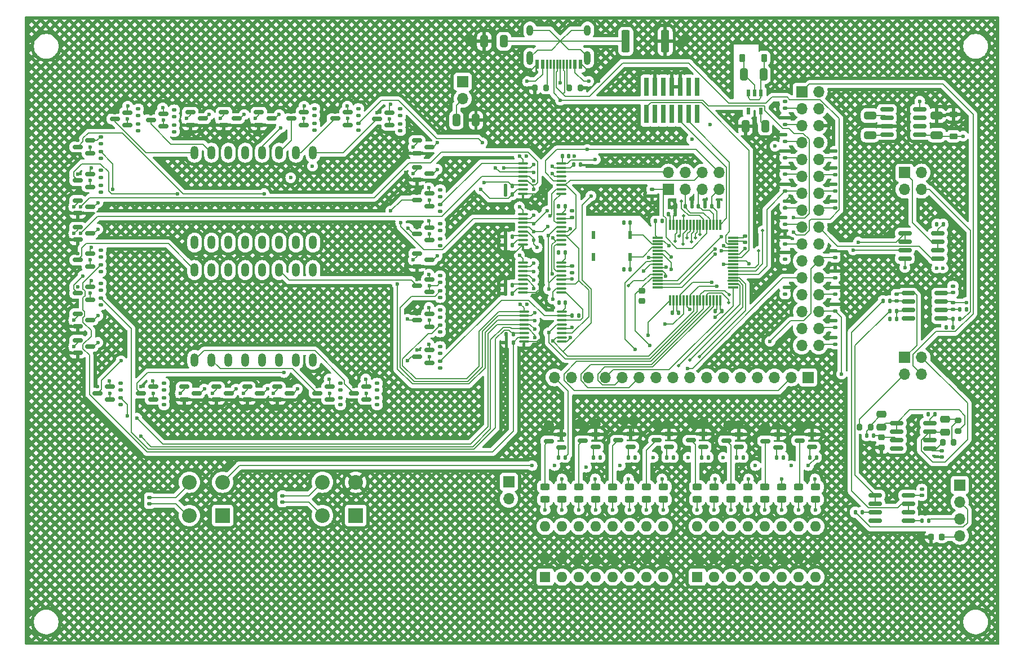
<source format=gbr>
%TF.GenerationSoftware,KiCad,Pcbnew,8.0.5*%
%TF.CreationDate,2024-11-20T12:06:11-07:00*%
%TF.ProjectId,CMPE2750,434d5045-3237-4353-902e-6b696361645f,rev?*%
%TF.SameCoordinates,Original*%
%TF.FileFunction,Copper,L1,Top*%
%TF.FilePolarity,Positive*%
%FSLAX46Y46*%
G04 Gerber Fmt 4.6, Leading zero omitted, Abs format (unit mm)*
G04 Created by KiCad (PCBNEW 8.0.5) date 2024-11-20 12:06:11*
%MOMM*%
%LPD*%
G01*
G04 APERTURE LIST*
G04 Aperture macros list*
%AMRoundRect*
0 Rectangle with rounded corners*
0 $1 Rounding radius*
0 $2 $3 $4 $5 $6 $7 $8 $9 X,Y pos of 4 corners*
0 Add a 4 corners polygon primitive as box body*
4,1,4,$2,$3,$4,$5,$6,$7,$8,$9,$2,$3,0*
0 Add four circle primitives for the rounded corners*
1,1,$1+$1,$2,$3*
1,1,$1+$1,$4,$5*
1,1,$1+$1,$6,$7*
1,1,$1+$1,$8,$9*
0 Add four rect primitives between the rounded corners*
20,1,$1+$1,$2,$3,$4,$5,0*
20,1,$1+$1,$4,$5,$6,$7,0*
20,1,$1+$1,$6,$7,$8,$9,0*
20,1,$1+$1,$8,$9,$2,$3,0*%
G04 Aperture macros list end*
%TA.AperFunction,SMDPad,CuDef*%
%ADD10RoundRect,0.140000X0.170000X-0.140000X0.170000X0.140000X-0.170000X0.140000X-0.170000X-0.140000X0*%
%TD*%
%TA.AperFunction,SMDPad,CuDef*%
%ADD11RoundRect,0.243750X-0.456250X0.243750X-0.456250X-0.243750X0.456250X-0.243750X0.456250X0.243750X0*%
%TD*%
%TA.AperFunction,SMDPad,CuDef*%
%ADD12RoundRect,0.135000X0.185000X-0.135000X0.185000X0.135000X-0.185000X0.135000X-0.185000X-0.135000X0*%
%TD*%
%TA.AperFunction,SMDPad,CuDef*%
%ADD13RoundRect,0.140000X-0.140000X-0.170000X0.140000X-0.170000X0.140000X0.170000X-0.140000X0.170000X0*%
%TD*%
%TA.AperFunction,SMDPad,CuDef*%
%ADD14RoundRect,0.225000X0.225000X0.375000X-0.225000X0.375000X-0.225000X-0.375000X0.225000X-0.375000X0*%
%TD*%
%TA.AperFunction,ComponentPad*%
%ADD15R,1.600000X1.600000*%
%TD*%
%TA.AperFunction,ComponentPad*%
%ADD16O,1.600000X1.600000*%
%TD*%
%TA.AperFunction,SMDPad,CuDef*%
%ADD17RoundRect,0.135000X0.135000X0.185000X-0.135000X0.185000X-0.135000X-0.185000X0.135000X-0.185000X0*%
%TD*%
%TA.AperFunction,SMDPad,CuDef*%
%ADD18RoundRect,0.150000X-0.825000X-0.150000X0.825000X-0.150000X0.825000X0.150000X-0.825000X0.150000X0*%
%TD*%
%TA.AperFunction,SMDPad,CuDef*%
%ADD19RoundRect,0.135000X-0.185000X0.135000X-0.185000X-0.135000X0.185000X-0.135000X0.185000X0.135000X0*%
%TD*%
%TA.AperFunction,SMDPad,CuDef*%
%ADD20RoundRect,0.150000X0.587500X0.150000X-0.587500X0.150000X-0.587500X-0.150000X0.587500X-0.150000X0*%
%TD*%
%TA.AperFunction,SMDPad,CuDef*%
%ADD21RoundRect,0.250000X0.325000X0.650000X-0.325000X0.650000X-0.325000X-0.650000X0.325000X-0.650000X0*%
%TD*%
%TA.AperFunction,SMDPad,CuDef*%
%ADD22RoundRect,0.140000X0.140000X0.170000X-0.140000X0.170000X-0.140000X-0.170000X0.140000X-0.170000X0*%
%TD*%
%TA.AperFunction,SMDPad,CuDef*%
%ADD23R,0.600000X1.450000*%
%TD*%
%TA.AperFunction,SMDPad,CuDef*%
%ADD24R,0.300000X1.450000*%
%TD*%
%TA.AperFunction,ComponentPad*%
%ADD25O,1.000000X2.100000*%
%TD*%
%TA.AperFunction,ComponentPad*%
%ADD26O,1.000000X1.600000*%
%TD*%
%TA.AperFunction,ComponentPad*%
%ADD27R,1.700000X1.700000*%
%TD*%
%TA.AperFunction,ComponentPad*%
%ADD28O,1.700000X1.700000*%
%TD*%
%TA.AperFunction,SMDPad,CuDef*%
%ADD29RoundRect,0.150000X-0.587500X-0.150000X0.587500X-0.150000X0.587500X0.150000X-0.587500X0.150000X0*%
%TD*%
%TA.AperFunction,ComponentPad*%
%ADD30O,1.200000X2.000000*%
%TD*%
%TA.AperFunction,SMDPad,CuDef*%
%ADD31RoundRect,0.135000X-0.135000X-0.185000X0.135000X-0.185000X0.135000X0.185000X-0.135000X0.185000X0*%
%TD*%
%TA.AperFunction,SMDPad,CuDef*%
%ADD32RoundRect,0.250000X-0.650000X0.325000X-0.650000X-0.325000X0.650000X-0.325000X0.650000X0.325000X0*%
%TD*%
%TA.AperFunction,SMDPad,CuDef*%
%ADD33RoundRect,0.200000X0.275000X-0.200000X0.275000X0.200000X-0.275000X0.200000X-0.275000X-0.200000X0*%
%TD*%
%TA.AperFunction,SMDPad,CuDef*%
%ADD34RoundRect,0.250000X-0.475000X0.250000X-0.475000X-0.250000X0.475000X-0.250000X0.475000X0.250000X0*%
%TD*%
%TA.AperFunction,SMDPad,CuDef*%
%ADD35RoundRect,0.200000X-0.200000X-0.275000X0.200000X-0.275000X0.200000X0.275000X-0.200000X0.275000X0*%
%TD*%
%TA.AperFunction,SMDPad,CuDef*%
%ADD36RoundRect,0.218750X0.218750X0.256250X-0.218750X0.256250X-0.218750X-0.256250X0.218750X-0.256250X0*%
%TD*%
%TA.AperFunction,SMDPad,CuDef*%
%ADD37RoundRect,0.100000X-0.637500X-0.100000X0.637500X-0.100000X0.637500X0.100000X-0.637500X0.100000X0*%
%TD*%
%TA.AperFunction,SMDPad,CuDef*%
%ADD38R,0.558800X1.244600*%
%TD*%
%TA.AperFunction,SMDPad,CuDef*%
%ADD39RoundRect,0.250000X-0.362500X-1.425000X0.362500X-1.425000X0.362500X1.425000X-0.362500X1.425000X0*%
%TD*%
%TA.AperFunction,SMDPad,CuDef*%
%ADD40RoundRect,0.250000X-0.325000X-0.650000X0.325000X-0.650000X0.325000X0.650000X-0.325000X0.650000X0*%
%TD*%
%TA.AperFunction,SMDPad,CuDef*%
%ADD41RoundRect,0.075000X-0.700000X-0.075000X0.700000X-0.075000X0.700000X0.075000X-0.700000X0.075000X0*%
%TD*%
%TA.AperFunction,SMDPad,CuDef*%
%ADD42RoundRect,0.075000X-0.075000X-0.700000X0.075000X-0.700000X0.075000X0.700000X-0.075000X0.700000X0*%
%TD*%
%TA.AperFunction,ComponentPad*%
%ADD43R,2.209800X2.209800*%
%TD*%
%TA.AperFunction,ComponentPad*%
%ADD44C,2.209800*%
%TD*%
%TA.AperFunction,SMDPad,CuDef*%
%ADD45RoundRect,0.200000X0.200000X0.275000X-0.200000X0.275000X-0.200000X-0.275000X0.200000X-0.275000X0*%
%TD*%
%TA.AperFunction,SMDPad,CuDef*%
%ADD46RoundRect,0.225000X-0.375000X0.225000X-0.375000X-0.225000X0.375000X-0.225000X0.375000X0.225000X0*%
%TD*%
%TA.AperFunction,SMDPad,CuDef*%
%ADD47R,0.736600X2.794000*%
%TD*%
%TA.AperFunction,SMDPad,CuDef*%
%ADD48RoundRect,0.140000X-0.170000X0.140000X-0.170000X-0.140000X0.170000X-0.140000X0.170000X0.140000X0*%
%TD*%
%TA.AperFunction,SMDPad,CuDef*%
%ADD49RoundRect,0.225000X0.250000X-0.225000X0.250000X0.225000X-0.250000X0.225000X-0.250000X-0.225000X0*%
%TD*%
%TA.AperFunction,SMDPad,CuDef*%
%ADD50RoundRect,0.218750X0.256250X-0.218750X0.256250X0.218750X-0.256250X0.218750X-0.256250X-0.218750X0*%
%TD*%
%TA.AperFunction,SMDPad,CuDef*%
%ADD51RoundRect,0.250000X0.650000X-0.325000X0.650000X0.325000X-0.650000X0.325000X-0.650000X-0.325000X0*%
%TD*%
%TA.AperFunction,SMDPad,CuDef*%
%ADD52R,0.599999X1.000000*%
%TD*%
%TA.AperFunction,ViaPad*%
%ADD53C,0.600000*%
%TD*%
%TA.AperFunction,ViaPad*%
%ADD54C,0.500000*%
%TD*%
%TA.AperFunction,Conductor*%
%ADD55C,0.200000*%
%TD*%
G04 APERTURE END LIST*
D10*
%TO.P,C22,1*%
%TO.N,GND*%
X192000000Y-112710000D03*
%TO.P,C22,2*%
%TO.N,/filters and amps/Non-inverting_input_2a*%
X192000000Y-111750000D03*
%TD*%
D11*
%TO.P,D12,1,K*%
%TO.N,Net-(D12-K)*%
X157860000Y-117202500D03*
%TO.P,D12,2,A*%
%TO.N,Net-(D12-A)*%
X157860000Y-119077500D03*
%TD*%
%TO.P,D15,1,K*%
%TO.N,Net-(D15-K)*%
X165480000Y-117202500D03*
%TO.P,D15,2,A*%
%TO.N,Net-(D15-A)*%
X165480000Y-119077500D03*
%TD*%
D12*
%TO.P,R9,1*%
%TO.N,/PA7*%
X176000000Y-85770000D03*
%TO.P,R9,2*%
%TO.N,GND*%
X176000000Y-84750000D03*
%TD*%
D13*
%TO.P,C2,1*%
%TO.N,VDD*%
X151000000Y-76250000D03*
%TO.P,C2,2*%
%TO.N,GND*%
X151960000Y-76250000D03*
%TD*%
D14*
%TO.P,D1,1,K*%
%TO.N,VBUS*%
X165350000Y-52750000D03*
%TO.P,D1,2,A*%
%TO.N,GND*%
X162050000Y-52750000D03*
%TD*%
D15*
%TO.P,SW2,1*%
%TO.N,/b16*%
X132460000Y-130760000D03*
D16*
%TO.P,SW2,2*%
%TO.N,/b15*%
X135000000Y-130760000D03*
%TO.P,SW2,3*%
%TO.N,/b14*%
X137540000Y-130760000D03*
%TO.P,SW2,4*%
%TO.N,/b13*%
X140080000Y-130760000D03*
%TO.P,SW2,5*%
%TO.N,/b12*%
X142620000Y-130760000D03*
%TO.P,SW2,6*%
%TO.N,/b11*%
X145160000Y-130760000D03*
%TO.P,SW2,7*%
%TO.N,/b10*%
X147700000Y-130760000D03*
%TO.P,SW2,8*%
%TO.N,/b9*%
X150240000Y-130760000D03*
%TO.P,SW2,9*%
%TO.N,VDD*%
X150240000Y-123140000D03*
%TO.P,SW2,10*%
X147700000Y-123140000D03*
%TO.P,SW2,11*%
X145160000Y-123140000D03*
%TO.P,SW2,12*%
X142620000Y-123140000D03*
%TO.P,SW2,13*%
X140080000Y-123140000D03*
%TO.P,SW2,14*%
X137540000Y-123140000D03*
%TO.P,SW2,15*%
X135000000Y-123140000D03*
%TO.P,SW2,16*%
X132460000Y-123140000D03*
%TD*%
D10*
%TO.P,C13,1*%
%TO.N,VBUS*%
X189050000Y-118500000D03*
%TO.P,C13,2*%
%TO.N,-5V*%
X189050000Y-117540000D03*
%TD*%
D13*
%TO.P,C4,1*%
%TO.N,VDD*%
X149040000Y-77250000D03*
%TO.P,C4,2*%
%TO.N,GND*%
X150000000Y-77250000D03*
%TD*%
D17*
%TO.P,R182,1*%
%TO.N,/b8*%
X156960000Y-112760000D03*
%TO.P,R182,2*%
%TO.N,Net-(Q62-G)*%
X155940000Y-112760000D03*
%TD*%
D18*
%TO.P,U4,1,Output_1*%
%TO.N,Net-(U4-Inverting_input_1)*%
X182050000Y-118460000D03*
%TO.P,U4,2,Inverting_input_1*%
X182050000Y-119730000D03*
%TO.P,U4,3,Non-inverting_input_1*%
%TO.N,MAIN_INPUT+*%
X182050000Y-121000000D03*
%TO.P,U4,4,VCC-*%
%TO.N,-5V*%
X182050000Y-122270000D03*
%TO.P,U4,5,Non-inverting_input_2*%
%TO.N,MAIN_INPUT-*%
X187000000Y-122270000D03*
%TO.P,U4,6,Inverting_input_2*%
%TO.N,/filters and amps/V_{in-}*%
X187000000Y-121000000D03*
%TO.P,U4,7*%
X187000000Y-119730000D03*
%TO.P,U4,8,VCC+*%
%TO.N,VBUS*%
X187000000Y-118460000D03*
%TD*%
D12*
%TO.P,R4,1*%
%TO.N,/PA0*%
X176000000Y-67770000D03*
%TO.P,R4,2*%
%TO.N,GND*%
X176000000Y-66750000D03*
%TD*%
%TO.P,R13,1*%
%TO.N,/PD2*%
X176000000Y-95760000D03*
%TO.P,R13,2*%
%TO.N,GND*%
X176000000Y-94740000D03*
%TD*%
D19*
%TO.P,R47,1*%
%TO.N,/Display/V_{DISP}*%
X71330000Y-60410000D03*
%TO.P,R47,2*%
%TO.N,Net-(Q1-G)*%
X71330000Y-61430000D03*
%TD*%
%TO.P,R75,1*%
%TO.N,/Display/V_{DISP}*%
X107205000Y-101610000D03*
%TO.P,R75,2*%
%TO.N,Net-(Q20-G)*%
X107205000Y-102630000D03*
%TD*%
D20*
%TO.P,Q65,1,G*%
%TO.N,Net-(Q65-G)*%
X172575000Y-111210000D03*
%TO.P,Q65,2,S*%
%TO.N,GND*%
X172575000Y-109310000D03*
%TO.P,Q65,3,D*%
%TO.N,Net-(D17-K)*%
X170700000Y-110260000D03*
%TD*%
D21*
%TO.P,C9,1*%
%TO.N,VBUS*%
X165250000Y-55250000D03*
%TO.P,C9,2*%
%TO.N,GND*%
X162300000Y-55250000D03*
%TD*%
D12*
%TO.P,R10,1*%
%TO.N,/PA8*%
X176000000Y-88260000D03*
%TO.P,R10,2*%
%TO.N,GND*%
X176000000Y-87240000D03*
%TD*%
D19*
%TO.P,R50,1*%
%TO.N,/Display/V_{DISP}*%
X116705000Y-72560000D03*
%TO.P,R50,2*%
%TO.N,Net-(Q13-D)*%
X116705000Y-73580000D03*
%TD*%
D22*
%TO.P,C3,1*%
%TO.N,VDD*%
X158980000Y-90750000D03*
%TO.P,C3,2*%
%TO.N,GND*%
X158020000Y-90750000D03*
%TD*%
D19*
%TO.P,R80,1*%
%TO.N,/Display/V_{DISP}*%
X116705000Y-90660000D03*
%TO.P,R80,2*%
%TO.N,Net-(Q25-G)*%
X116705000Y-91680000D03*
%TD*%
D23*
%TO.P,J6,A1,GND*%
%TO.N,GND*%
X137750000Y-53695000D03*
%TO.P,J6,A4,VBUS*%
%TO.N,VBUS*%
X136950000Y-53695000D03*
D24*
%TO.P,J6,A5,CC1*%
%TO.N,Net-(J6-CC1)*%
X135750000Y-53695000D03*
%TO.P,J6,A6,D+*%
%TO.N,/D+*%
X134750000Y-53695000D03*
%TO.P,J6,A7,D-*%
%TO.N,/D-*%
X134250000Y-53695000D03*
%TO.P,J6,A8,SBU1*%
%TO.N,unconnected-(J6-SBU1-PadA8)*%
X133250000Y-53695000D03*
D23*
%TO.P,J6,A9,VBUS*%
%TO.N,VBUS*%
X132050000Y-53695000D03*
%TO.P,J6,A12,GND*%
%TO.N,GND*%
X131250000Y-53695000D03*
%TO.P,J6,B1,GND*%
X131250000Y-53695000D03*
%TO.P,J6,B4,VBUS*%
%TO.N,VBUS*%
X132050000Y-53695000D03*
D24*
%TO.P,J6,B5,CC2*%
%TO.N,Net-(J6-CC2)*%
X132750000Y-53695000D03*
%TO.P,J6,B6,D+*%
%TO.N,/D+*%
X133750000Y-53695000D03*
%TO.P,J6,B7,D-*%
%TO.N,/D-*%
X135250000Y-53695000D03*
%TO.P,J6,B8,SBU2*%
%TO.N,unconnected-(J6-SBU2-PadB8)*%
X136250000Y-53695000D03*
D23*
%TO.P,J6,B9,VBUS*%
%TO.N,VBUS*%
X136950000Y-53695000D03*
%TO.P,J6,B12,GND*%
%TO.N,GND*%
X137750000Y-53695000D03*
D25*
%TO.P,J6,S1,SHIELD*%
%TO.N,Net-(J6-SHIELD)*%
X138820000Y-52780000D03*
D26*
X138820000Y-48600000D03*
D25*
X130180000Y-52780000D03*
D26*
X130180000Y-48600000D03*
%TD*%
D21*
%TO.P,C31,1*%
%TO.N,Net-(J6-SHIELD)*%
X126250000Y-50250000D03*
%TO.P,C31,2*%
%TO.N,GND*%
X123300000Y-50250000D03*
%TD*%
D20*
%TO.P,Q55,1,G*%
%TO.N,Net-(Q55-G)*%
X151075000Y-111160000D03*
%TO.P,Q55,2,S*%
%TO.N,GND*%
X151075000Y-109260000D03*
%TO.P,Q55,3,D*%
%TO.N,Net-(D7-K)*%
X149200000Y-110210000D03*
%TD*%
D19*
%TO.P,R65,1*%
%TO.N,/Display/p16*%
X71330000Y-62660000D03*
%TO.P,R65,2*%
%TO.N,Net-(Q10-G)*%
X71330000Y-63680000D03*
%TD*%
D27*
%TO.P,J8,1,Pin_1*%
%TO.N,/filters and amps/V_{DAC}*%
X186460000Y-70000000D03*
D28*
%TO.P,J8,2,Pin_2*%
%TO.N,/filters and amps/Ooutput_2b*%
X189000000Y-70000000D03*
%TO.P,J8,3,Pin_3*%
%TO.N,/filters and amps/out_filt_input*%
X186460000Y-72540000D03*
%TO.P,J8,4,Pin_4*%
%TO.N,/filters and amps/out_conditioning*%
X189000000Y-72540000D03*
%TD*%
D17*
%TO.P,R91,1*%
%TO.N,GND*%
X137510000Y-91500000D03*
%TO.P,R91,2*%
%TO.N,/Display/p25*%
X136490000Y-91500000D03*
%TD*%
D19*
%TO.P,R100,1*%
%TO.N,/Display/p25*%
X116705000Y-98360000D03*
%TO.P,R100,2*%
%TO.N,Net-(Q36-G)*%
X116705000Y-99380000D03*
%TD*%
D11*
%TO.P,D8,1,K*%
%TO.N,Net-(D8-K)*%
X145160000Y-117202500D03*
%TO.P,D8,2,A*%
%TO.N,Net-(D8-A)*%
X145160000Y-119077500D03*
%TD*%
D20*
%TO.P,Q4,1,G*%
%TO.N,Net-(Q13-D)*%
X115080000Y-75020000D03*
%TO.P,Q4,2,S*%
%TO.N,/Display/V_{DISP}*%
X115080000Y-73120000D03*
%TO.P,Q4,3,D*%
%TO.N,/Display/t2*%
X113205000Y-74070000D03*
%TD*%
D11*
%TO.P,D11,1,K*%
%TO.N,Net-(D11-K)*%
X160400000Y-117202500D03*
%TO.P,D11,2,A*%
%TO.N,Net-(D11-A)*%
X160400000Y-119077500D03*
%TD*%
%TO.P,D17,1,K*%
%TO.N,Net-(D17-K)*%
X170560000Y-117202500D03*
%TO.P,D17,2,A*%
%TO.N,Net-(D17-A)*%
X170560000Y-119077500D03*
%TD*%
%TO.P,D7,1,K*%
%TO.N,Net-(D7-K)*%
X147700000Y-117202500D03*
%TO.P,D7,2,A*%
%TO.N,Net-(D7-A)*%
X147700000Y-119077500D03*
%TD*%
D29*
%TO.P,Q44,1,G*%
%TO.N,Net-(Q44-G)*%
X113205000Y-82170000D03*
%TO.P,Q44,2,S*%
%TO.N,GND*%
X113205000Y-84070000D03*
%TO.P,Q44,3,D*%
%TO.N,Net-(Q44-D)*%
X115080000Y-83120000D03*
%TD*%
D17*
%TO.P,R34,1*%
%TO.N,GND*%
X195735000Y-90500000D03*
%TO.P,R34,2*%
%TO.N,Net-(U6-Inverting_input_2)*%
X194715000Y-90500000D03*
%TD*%
D12*
%TO.P,R2,1*%
%TO.N,/~{RCL}*%
X168500000Y-70250000D03*
%TO.P,R2,2*%
%TO.N,GND*%
X168500000Y-69230000D03*
%TD*%
D30*
%TO.P,U10,1*%
%TO.N,/Display/t1*%
X79800000Y-80500000D03*
%TO.P,U10,2*%
%TO.N,/Display/t2*%
X82340000Y-80500000D03*
%TO.P,U10,3*%
%TO.N,/Display/t3*%
X84880000Y-80500000D03*
%TO.P,U10,4*%
%TO.N,/Display/t4*%
X87420000Y-80500000D03*
%TO.P,U10,5*%
%TO.N,/Display/t5*%
X89960000Y-80500000D03*
%TO.P,U10,6*%
%TO.N,/Display/t6*%
X92500000Y-80500000D03*
%TO.P,U10,7*%
%TO.N,/Display/t7*%
X95040000Y-80500000D03*
%TO.P,U10,8*%
%TO.N,/Display/t8*%
X97580000Y-80500000D03*
%TO.P,U10,9*%
%TO.N,/Display/t9*%
X97580000Y-67000000D03*
%TO.P,U10,10*%
%TO.N,/Display/t10*%
X95040000Y-67000000D03*
%TO.P,U10,11*%
%TO.N,/Display/t11*%
X92500000Y-67000000D03*
%TO.P,U10,12*%
%TO.N,/Display/t12*%
X89960000Y-67000000D03*
%TO.P,U10,13*%
%TO.N,/Display/t13*%
X87420000Y-67000000D03*
%TO.P,U10,14*%
%TO.N,/Display/t14*%
X84880000Y-67000000D03*
%TO.P,U10,15*%
%TO.N,/Display/t15*%
X82340000Y-67000000D03*
%TO.P,U10,16*%
%TO.N,/Display/t16*%
X79800000Y-67000000D03*
%TD*%
D31*
%TO.P,R32,1*%
%TO.N,/filters and amps/V_{in-}*%
X183215000Y-89250000D03*
%TO.P,R32,2*%
%TO.N,Net-(U6-Inverting_input_1)*%
X184235000Y-89250000D03*
%TD*%
%TO.P,R38,1*%
%TO.N,-5V*%
X192715000Y-93250000D03*
%TO.P,R38,2*%
%TO.N,Net-(U6-Non-inverting_input_2)*%
X193735000Y-93250000D03*
%TD*%
%TO.P,R63,1*%
%TO.N,GND*%
X126490000Y-73250000D03*
%TO.P,R63,2*%
%TO.N,/Display/p8*%
X127510000Y-73250000D03*
%TD*%
D11*
%TO.P,D3,1,K*%
%TO.N,Net-(D3-K)*%
X132460000Y-117202500D03*
%TO.P,D3,2,A*%
%TO.N,Net-(D3-A)*%
X132460000Y-119077500D03*
%TD*%
D20*
%TO.P,Q53,1,G*%
%TO.N,Net-(Q53-G)*%
X140012500Y-111210000D03*
%TO.P,Q53,2,S*%
%TO.N,GND*%
X140012500Y-109310000D03*
%TO.P,Q53,3,D*%
%TO.N,Net-(D5-K)*%
X138137500Y-110260000D03*
%TD*%
%TO.P,Q25,1,G*%
%TO.N,Net-(Q25-G)*%
X115080000Y-93120000D03*
%TO.P,Q25,2,S*%
%TO.N,/Display/V_{DISP}*%
X115080000Y-91220000D03*
%TO.P,Q25,3,D*%
%TO.N,/Display/b10*%
X113205000Y-92170000D03*
%TD*%
D10*
%TO.P,C32,1*%
%TO.N,Net-(C32-Pad1)*%
X73000000Y-119750000D03*
%TO.P,C32,2*%
%TO.N,Net-(C32-Pad2)*%
X73000000Y-118790000D03*
%TD*%
%TO.P,C15,1*%
%TO.N,VBUS*%
X193725000Y-88000000D03*
%TO.P,C15,2*%
%TO.N,-5V*%
X193725000Y-87040000D03*
%TD*%
D21*
%TO.P,C10,1*%
%TO.N,VDD*%
X165500000Y-63000000D03*
%TO.P,C10,2*%
%TO.N,GND*%
X162550000Y-63000000D03*
%TD*%
D20*
%TO.P,Q5,1,G*%
%TO.N,Net-(Q14-D)*%
X64080000Y-72120000D03*
%TO.P,Q5,2,S*%
%TO.N,/Display/V_{DISP}*%
X64080000Y-70220000D03*
%TO.P,Q5,3,D*%
%TO.N,/Display/t7*%
X62205000Y-71170000D03*
%TD*%
D32*
%TO.P,C11,1*%
%TO.N,Net-(U3-C1+)*%
X181275000Y-61410000D03*
%TO.P,C11,2*%
%TO.N,Net-(U3-C1-)*%
X181275000Y-64360000D03*
%TD*%
D22*
%TO.P,C7,1*%
%TO.N,/RCC_OSC32_OUT*%
X145230000Y-84500000D03*
%TO.P,C7,2*%
%TO.N,GND*%
X144270000Y-84500000D03*
%TD*%
D20*
%TO.P,Q23,1,G*%
%TO.N,Net-(Q23-G)*%
X73580000Y-104070000D03*
%TO.P,Q23,2,S*%
%TO.N,/Display/V_{DISP}*%
X73580000Y-102170000D03*
%TO.P,Q23,3,D*%
%TO.N,/Display/b7*%
X71705000Y-103120000D03*
%TD*%
D19*
%TO.P,R93,1*%
%TO.N,/Display/p17*%
X107205000Y-103860000D03*
%TO.P,R93,2*%
%TO.N,Net-(Q29-G)*%
X107205000Y-104880000D03*
%TD*%
D20*
%TO.P,Q20,1,G*%
%TO.N,Net-(Q20-G)*%
X105580000Y-104070000D03*
%TO.P,Q20,2,S*%
%TO.N,/Display/V_{DISP}*%
X105580000Y-102170000D03*
%TO.P,Q20,3,D*%
%TO.N,/Display/b1*%
X103705000Y-103120000D03*
%TD*%
D12*
%TO.P,R21,1*%
%TO.N,/PC9*%
X168500000Y-80720000D03*
%TO.P,R21,2*%
%TO.N,GND*%
X168500000Y-79700000D03*
%TD*%
D11*
%TO.P,D14,1,K*%
%TO.N,Net-(D14-K)*%
X155320000Y-117202500D03*
%TO.P,D14,2,A*%
%TO.N,Net-(D14-A)*%
X155320000Y-119077500D03*
%TD*%
D19*
%TO.P,R70,1*%
%TO.N,/Display/p11*%
X97830000Y-62610000D03*
%TO.P,R70,2*%
%TO.N,Net-(Q15-G)*%
X97830000Y-63630000D03*
%TD*%
%TO.P,R97,1*%
%TO.N,/Display/p27*%
X116705000Y-87735000D03*
%TO.P,R97,2*%
%TO.N,Net-(Q33-G)*%
X116705000Y-88755000D03*
%TD*%
D29*
%TO.P,Q50,1,G*%
%TO.N,Net-(Q50-G)*%
X83080000Y-102170000D03*
%TO.P,Q50,2,S*%
%TO.N,GND*%
X83080000Y-104070000D03*
%TO.P,Q50,3,D*%
%TO.N,Net-(Q50-D)*%
X84955000Y-103120000D03*
%TD*%
D22*
%TO.P,C27,1*%
%TO.N,VDD*%
X135500000Y-89500000D03*
%TO.P,C27,2*%
%TO.N,GND*%
X134540000Y-89500000D03*
%TD*%
D31*
%TO.P,R85,1*%
%TO.N,GND*%
X126627500Y-94250000D03*
%TO.P,R85,2*%
%TO.N,/Display/p31*%
X127647500Y-94250000D03*
%TD*%
D19*
%TO.P,R72,1*%
%TO.N,/Display/p8*%
X65705000Y-66860000D03*
%TO.P,R72,2*%
%TO.N,Net-(Q17-G)*%
X65705000Y-67880000D03*
%TD*%
D33*
%TO.P,R43,1*%
%TO.N,/filters and amps/Output_1a*%
X194500000Y-108825000D03*
%TO.P,R43,2*%
%TO.N,Net-(C18-Pad1)*%
X194500000Y-107175000D03*
%TD*%
D20*
%TO.P,Q51,1,G*%
%TO.N,Net-(Q51-G)*%
X134887500Y-111260000D03*
%TO.P,Q51,2,S*%
%TO.N,GND*%
X134887500Y-109360000D03*
%TO.P,Q51,3,D*%
%TO.N,Net-(D3-K)*%
X133012500Y-110310000D03*
%TD*%
D29*
%TO.P,Q41,1,G*%
%TO.N,Net-(Q41-G)*%
X113205000Y-69170000D03*
%TO.P,Q41,2,S*%
%TO.N,GND*%
X113205000Y-71070000D03*
%TO.P,Q41,3,D*%
%TO.N,Net-(Q41-D)*%
X115080000Y-70120000D03*
%TD*%
D11*
%TO.P,D9,1,K*%
%TO.N,Net-(D9-K)*%
X150240000Y-117202500D03*
%TO.P,D9,2,A*%
%TO.N,Net-(D9-A)*%
X150240000Y-119077500D03*
%TD*%
D34*
%TO.P,C18,1*%
%TO.N,Net-(C18-Pad1)*%
X192500000Y-107050000D03*
%TO.P,C18,2*%
%TO.N,/filters and amps/Output_2a*%
X192500000Y-108950000D03*
%TD*%
D31*
%TO.P,R56,1*%
%TO.N,GND*%
X126490000Y-80875000D03*
%TO.P,R56,2*%
%TO.N,/Display/p16*%
X127510000Y-80875000D03*
%TD*%
D18*
%TO.P,U5,1,Output_1*%
%TO.N,/filters and amps/V_{OFF}*%
X186500000Y-79095000D03*
%TO.P,U5,2,Inverting_input_1*%
X186500000Y-80365000D03*
%TO.P,U5,3,Non-inverting_input_1*%
%TO.N,/1.25V*%
X186500000Y-81635000D03*
%TO.P,U5,4,VCC-*%
%TO.N,-5V*%
X186500000Y-82905000D03*
%TO.P,U5,5,Non-inverting_input_2*%
%TO.N,/DAC*%
X191450000Y-82905000D03*
%TO.P,U5,6,Inverting_input_2*%
%TO.N,/filters and amps/V_{DAC}*%
X191450000Y-81635000D03*
%TO.P,U5,7*%
X191450000Y-80365000D03*
%TO.P,U5,8,VCC+*%
%TO.N,VBUS*%
X191450000Y-79095000D03*
%TD*%
D20*
%TO.P,Q9,1,G*%
%TO.N,Net-(Q18-D)*%
X109080000Y-62870000D03*
%TO.P,Q9,2,S*%
%TO.N,/Display/V_{DISP}*%
X109080000Y-60970000D03*
%TO.P,Q9,3,D*%
%TO.N,/Display/t9*%
X107205000Y-61920000D03*
%TD*%
D10*
%TO.P,C8,1*%
%TO.N,Net-(C8-Pad1)*%
X93000000Y-119480000D03*
%TO.P,C8,2*%
%TO.N,Net-(C8-Pad2)*%
X93000000Y-118520000D03*
%TD*%
D17*
%TO.P,R171,1*%
%TO.N,/b10*%
X151710000Y-112760000D03*
%TO.P,R171,2*%
%TO.N,Net-(Q55-G)*%
X150690000Y-112760000D03*
%TD*%
D19*
%TO.P,R82,1*%
%TO.N,/Display/V_{DISP}*%
X116705000Y-96110000D03*
%TO.P,R82,2*%
%TO.N,Net-(Q27-G)*%
X116705000Y-97130000D03*
%TD*%
D27*
%TO.P,J3,1,Pin_1*%
%TO.N,/ADC*%
X171000000Y-57850000D03*
D28*
%TO.P,J3,2,Pin_2*%
%TO.N,VBUS*%
X173540000Y-57850000D03*
%TO.P,J3,3,Pin_3*%
%TO.N,/PC1*%
X171000000Y-60390000D03*
%TO.P,J3,4,Pin_4*%
%TO.N,VDD*%
X173540000Y-60390000D03*
%TO.P,J3,5,Pin_5*%
%TO.N,/PC2*%
X171000000Y-62930000D03*
%TO.P,J3,6,Pin_6*%
%TO.N,GND*%
X173540000Y-62930000D03*
%TO.P,J3,7,Pin_7*%
%TO.N,/PC3*%
X171000000Y-65470000D03*
%TO.P,J3,8,Pin_8*%
%TO.N,-5V*%
X173540000Y-65470000D03*
%TO.P,J3,9,Pin_9*%
%TO.N,/~{SRCLR}*%
X171000000Y-68010000D03*
%TO.P,J3,10,Pin_10*%
%TO.N,/PA0*%
X173540000Y-68010000D03*
%TO.P,J3,11,Pin_11*%
%TO.N,/~{RCL}*%
X171000000Y-70550000D03*
%TO.P,J3,12,Pin_12*%
%TO.N,/PA1*%
X173540000Y-70550000D03*
%TO.P,J3,13,Pin_13*%
%TO.N,/PC6*%
X171000000Y-73090000D03*
%TO.P,J3,14,Pin_14*%
%TO.N,/PA2*%
X173540000Y-73090000D03*
%TO.P,J3,15,Pin_15*%
%TO.N,/PC7*%
X171000000Y-75630000D03*
%TO.P,J3,16,Pin_16*%
%TO.N,/PA3*%
X173540000Y-75630000D03*
%TO.P,J3,17,Pin_17*%
%TO.N,/PC8*%
X171000000Y-78170000D03*
%TO.P,J3,18,Pin_18*%
%TO.N,/DAC*%
X173540000Y-78170000D03*
%TO.P,J3,19,Pin_19*%
%TO.N,/PC9*%
X171000000Y-80710000D03*
%TO.P,J3,20,Pin_20*%
%TO.N,/1.25V*%
X173540000Y-80710000D03*
%TO.P,J3,21,Pin_21*%
%TO.N,/PC13*%
X171000000Y-83250000D03*
%TO.P,J3,22,Pin_22*%
%TO.N,/PA6*%
X173540000Y-83250000D03*
%TO.P,J3,23,Pin_23*%
%TO.N,/NRST*%
X171000000Y-85790000D03*
%TO.P,J3,24,Pin_24*%
%TO.N,/PA7*%
X173540000Y-85790000D03*
%TO.P,J3,25,Pin_25*%
%TO.N,/BOOT0*%
X171000000Y-88330000D03*
%TO.P,J3,26,Pin_26*%
%TO.N,/PA8*%
X173540000Y-88330000D03*
%TO.P,J3,27,Pin_27*%
%TO.N,unconnected-(J3-Pin_27-Pad27)*%
X171000000Y-90870000D03*
%TO.P,J3,28,Pin_28*%
%TO.N,/PH0*%
X173540000Y-90870000D03*
%TO.P,J3,29,Pin_29*%
%TO.N,unconnected-(J3-Pin_29-Pad29)*%
X171000000Y-93410000D03*
%TO.P,J3,30,Pin_30*%
%TO.N,/PH1*%
X173540000Y-93410000D03*
%TO.P,J3,31,Pin_31*%
%TO.N,VDDA*%
X171000000Y-95950000D03*
%TO.P,J3,32,Pin_32*%
%TO.N,/PD2*%
X173540000Y-95950000D03*
%TD*%
D20*
%TO.P,Q21,1,G*%
%TO.N,Net-(Q21-G)*%
X64080000Y-89070000D03*
%TO.P,Q21,2,S*%
%TO.N,/Display/V_{DISP}*%
X64080000Y-87170000D03*
%TO.P,Q21,3,D*%
%TO.N,/Display/b15*%
X62205000Y-88120000D03*
%TD*%
D35*
%TO.P,R44,1*%
%TO.N,/filters and amps/Non-inverting_input_2a*%
X192175000Y-110500000D03*
%TO.P,R44,2*%
%TO.N,Net-(C18-Pad1)*%
X193825000Y-110500000D03*
%TD*%
D15*
%TO.P,SW3,1*%
%TO.N,/b8*%
X155320000Y-130760000D03*
D16*
%TO.P,SW3,2*%
%TO.N,/b7*%
X157860000Y-130760000D03*
%TO.P,SW3,3*%
%TO.N,/b6*%
X160400000Y-130760000D03*
%TO.P,SW3,4*%
%TO.N,/b5*%
X162940000Y-130760000D03*
%TO.P,SW3,5*%
%TO.N,/b4*%
X165480000Y-130760000D03*
%TO.P,SW3,6*%
%TO.N,/b3*%
X168020000Y-130760000D03*
%TO.P,SW3,7*%
%TO.N,/b2*%
X170560000Y-130760000D03*
%TO.P,SW3,8*%
%TO.N,/b1*%
X173100000Y-130760000D03*
%TO.P,SW3,9*%
%TO.N,VDD*%
X173100000Y-123140000D03*
%TO.P,SW3,10*%
X170560000Y-123140000D03*
%TO.P,SW3,11*%
X168020000Y-123140000D03*
%TO.P,SW3,12*%
X165480000Y-123140000D03*
%TO.P,SW3,13*%
X162940000Y-123140000D03*
%TO.P,SW3,14*%
X160400000Y-123140000D03*
%TO.P,SW3,15*%
X157860000Y-123140000D03*
%TO.P,SW3,16*%
X155320000Y-123140000D03*
%TD*%
D19*
%TO.P,R51,1*%
%TO.N,/Display/V_{DISP}*%
X65705000Y-69660000D03*
%TO.P,R51,2*%
%TO.N,Net-(Q14-D)*%
X65705000Y-70680000D03*
%TD*%
D18*
%TO.P,U3,1,NC*%
%TO.N,unconnected-(U3-NC-Pad1)*%
X183800000Y-60480000D03*
%TO.P,U3,2,C1+*%
%TO.N,Net-(U3-C1+)*%
X183800000Y-61750000D03*
%TO.P,U3,3,GND*%
%TO.N,GND*%
X183800000Y-63020000D03*
%TO.P,U3,4,C1-*%
%TO.N,Net-(U3-C1-)*%
X183800000Y-64290000D03*
%TO.P,U3,5,OUT*%
%TO.N,-5V*%
X188750000Y-64290000D03*
%TO.P,U3,6,LV*%
%TO.N,unconnected-(U3-LV-Pad6)*%
X188750000Y-63020000D03*
%TO.P,U3,7,OSC*%
%TO.N,unconnected-(U3-OSC-Pad7)*%
X188750000Y-61750000D03*
%TO.P,U3,8,V+*%
%TO.N,VBUS*%
X188750000Y-60480000D03*
%TD*%
D31*
%TO.P,R46,1*%
%TO.N,Net-(C19-Pad1)*%
X180740000Y-109500000D03*
%TO.P,R46,2*%
%TO.N,/filters and amps/Non-inverting_input_1a*%
X181760000Y-109500000D03*
%TD*%
%TO.P,R24,1*%
%TO.N,/SRCLK{slash}CLK*%
X155490000Y-75000000D03*
%TO.P,R24,2*%
%TO.N,GND*%
X156510000Y-75000000D03*
%TD*%
D20*
%TO.P,Q8,1,G*%
%TO.N,Net-(Q17-D)*%
X64080000Y-67070000D03*
%TO.P,Q8,2,S*%
%TO.N,/Display/V_{DISP}*%
X64080000Y-65170000D03*
%TO.P,Q8,3,D*%
%TO.N,/Display/t8*%
X62205000Y-66120000D03*
%TD*%
D11*
%TO.P,D5,1,K*%
%TO.N,Net-(D5-K)*%
X137540000Y-117202500D03*
%TO.P,D5,2,A*%
%TO.N,Net-(D5-A)*%
X137540000Y-119077500D03*
%TD*%
D19*
%TO.P,R92,1*%
%TO.N,/Display/p32*%
X65705000Y-83860000D03*
%TO.P,R92,2*%
%TO.N,Net-(Q28-G)*%
X65705000Y-84880000D03*
%TD*%
D17*
%TO.P,R36,1*%
%TO.N,/filters and amps/out_conditioning*%
X194725000Y-92000000D03*
%TO.P,R36,2*%
%TO.N,Net-(U6-Non-inverting_input_2)*%
X193705000Y-92000000D03*
%TD*%
D27*
%TO.P,J2,1,Pin_1*%
%TO.N,/SER{slash}MOSI*%
X150960000Y-72540000D03*
D28*
%TO.P,J2,2,Pin_2*%
%TO.N,/Display/SER*%
X150960000Y-70000000D03*
%TO.P,J2,3,Pin_3*%
%TO.N,/SO{slash}MISO*%
X153500000Y-72540000D03*
%TO.P,J2,4,Pin_4*%
%TO.N,/Display/SO*%
X153500000Y-70000000D03*
%TO.P,J2,5,Pin_5*%
%TO.N,/SRCLK{slash}CLK*%
X156040000Y-72540000D03*
%TO.P,J2,6,Pin_6*%
%TO.N,/Display/SRCLK*%
X156040000Y-70000000D03*
%TO.P,J2,7,Pin_7*%
%TO.N,/RCLK{slash}CS*%
X158580000Y-72540000D03*
%TO.P,J2,8,Pin_8*%
%TO.N,/Display/RCLK*%
X158580000Y-70000000D03*
%TD*%
D12*
%TO.P,R17,1*%
%TO.N,/PC3*%
X168500000Y-65270000D03*
%TO.P,R17,2*%
%TO.N,GND*%
X168500000Y-64250000D03*
%TD*%
D36*
%TO.P,FB2,1*%
%TO.N,Net-(J5-Pin_4)*%
X192037500Y-124710000D03*
%TO.P,FB2,2*%
%TO.N,GND*%
X190462500Y-124710000D03*
%TD*%
D31*
%TO.P,R83,1*%
%TO.N,GND*%
X126627500Y-95500000D03*
%TO.P,R83,2*%
%TO.N,/Display/p32*%
X127647500Y-95500000D03*
%TD*%
D22*
%TO.P,C6,1*%
%TO.N,/RCC_OSC32_IN*%
X145230000Y-77500000D03*
%TO.P,C6,2*%
%TO.N,GND*%
X144270000Y-77500000D03*
%TD*%
D37*
%TO.P,U8,1,QB*%
%TO.N,/Display/p10*%
X129137500Y-76225000D03*
%TO.P,U8,2,QC*%
%TO.N,/Display/p11*%
X129137500Y-76875000D03*
%TO.P,U8,3,QD*%
%TO.N,/Display/p12*%
X129137500Y-77525000D03*
%TO.P,U8,4,QE*%
%TO.N,/Display/p13*%
X129137500Y-78175000D03*
%TO.P,U8,5,QF*%
%TO.N,/Display/p14*%
X129137500Y-78825000D03*
%TO.P,U8,6,QG*%
%TO.N,/Display/p15*%
X129137500Y-79475000D03*
%TO.P,U8,7,QH*%
%TO.N,/Display/p16*%
X129137500Y-80125000D03*
%TO.P,U8,8,GND*%
%TO.N,GND*%
X129137500Y-80775000D03*
%TO.P,U8,9,QH'*%
%TO.N,Net-(U8-QH')*%
X134862500Y-80775000D03*
%TO.P,U8,10,SRCLR_N*%
%TO.N,/~{SRCLR}*%
X134862500Y-80125000D03*
%TO.P,U8,11,SRCLK*%
%TO.N,/Display/SRCLK*%
X134862500Y-79475000D03*
%TO.P,U8,12,RCLK*%
%TO.N,/Display/RCLK*%
X134862500Y-78825000D03*
%TO.P,U8,13,RCLR_N*%
%TO.N,/~{RCL}*%
X134862500Y-78175000D03*
%TO.P,U8,14,SER*%
%TO.N,Net-(U7-QH')*%
X134862500Y-77525000D03*
%TO.P,U8,15,QA*%
%TO.N,/Display/p9*%
X134862500Y-76875000D03*
%TO.P,U8,16,VCC*%
%TO.N,VDD*%
X134862500Y-76225000D03*
%TD*%
D19*
%TO.P,R31,1*%
%TO.N,/filters and amps/conditioned_input*%
X185225000Y-88240000D03*
%TO.P,R31,2*%
%TO.N,Net-(U6-Inverting_input_1)*%
X185225000Y-89260000D03*
%TD*%
D31*
%TO.P,R25,1*%
%TO.N,/SO{slash}MISO*%
X153490000Y-75000000D03*
%TO.P,R25,2*%
%TO.N,GND*%
X154510000Y-75000000D03*
%TD*%
D27*
%TO.P,J9,1,Pin_1*%
%TO.N,VBUS*%
X120080000Y-56345000D03*
D28*
%TO.P,J9,2,Pin_2*%
%TO.N,/Display/V_{DISP}*%
X120080000Y-58885000D03*
%TD*%
D12*
%TO.P,R12,1*%
%TO.N,/PH1*%
X176000000Y-93260000D03*
%TO.P,R12,2*%
%TO.N,GND*%
X176000000Y-92240000D03*
%TD*%
D17*
%TO.P,R27,1*%
%TO.N,MAIN_INPUT+*%
X180060000Y-121020000D03*
%TO.P,R27,2*%
%TO.N,Net-(J5-Pin_2)*%
X179040000Y-121020000D03*
%TD*%
D19*
%TO.P,R54,1*%
%TO.N,/Display/V_{DISP}*%
X65705000Y-64610000D03*
%TO.P,R54,2*%
%TO.N,Net-(Q17-D)*%
X65705000Y-65630000D03*
%TD*%
D20*
%TO.P,Q7,1,G*%
%TO.N,Net-(Q16-D)*%
X102767500Y-62820000D03*
%TO.P,Q7,2,S*%
%TO.N,/Display/V_{DISP}*%
X102767500Y-60920000D03*
%TO.P,Q7,3,D*%
%TO.N,/Display/t10*%
X100892500Y-61870000D03*
%TD*%
D19*
%TO.P,R48,1*%
%TO.N,/Display/V_{DISP}*%
X116705000Y-77660000D03*
%TO.P,R48,2*%
%TO.N,Net-(Q11-D)*%
X116705000Y-78680000D03*
%TD*%
%TO.P,R53,1*%
%TO.N,/Display/V_{DISP}*%
X104392500Y-60360000D03*
%TO.P,R53,2*%
%TO.N,Net-(Q16-D)*%
X104392500Y-61380000D03*
%TD*%
D20*
%TO.P,Q3,1,G*%
%TO.N,Net-(Q12-D)*%
X75080000Y-63020000D03*
%TO.P,Q3,2,S*%
%TO.N,/Display/V_{DISP}*%
X75080000Y-61120000D03*
%TO.P,Q3,3,D*%
%TO.N,/Display/t15*%
X73205000Y-62070000D03*
%TD*%
%TO.P,Q22,1,G*%
%TO.N,Net-(Q22-G)*%
X100080000Y-104070000D03*
%TO.P,Q22,2,S*%
%TO.N,/Display/V_{DISP}*%
X100080000Y-102170000D03*
%TO.P,Q22,3,D*%
%TO.N,/Display/b2*%
X98205000Y-103120000D03*
%TD*%
D29*
%TO.P,Q47,1,G*%
%TO.N,Net-(Q47-G)*%
X87705000Y-102170000D03*
%TO.P,Q47,2,S*%
%TO.N,GND*%
X87705000Y-104070000D03*
%TO.P,Q47,3,D*%
%TO.N,Net-(Q47-D)*%
X89580000Y-103120000D03*
%TD*%
D38*
%TO.P,X1,1,CRYSTAL*%
%TO.N,/RCC_OSC32_IN*%
X145250000Y-79361700D03*
%TO.P,X1,2,NC*%
%TO.N,unconnected-(X1-NC-Pad2)*%
X139750000Y-79361700D03*
%TO.P,X1,3,NC*%
%TO.N,unconnected-(X1-NC-Pad3)*%
X139750000Y-82638300D03*
%TO.P,X1,4,CRYSTAL*%
%TO.N,/RCC_OSC32_OUT*%
X145250000Y-82638300D03*
%TD*%
D19*
%TO.P,R96,1*%
%TO.N,/Display/p23*%
X75205000Y-103860000D03*
%TO.P,R96,2*%
%TO.N,Net-(Q32-G)*%
X75205000Y-104880000D03*
%TD*%
D12*
%TO.P,R8,1*%
%TO.N,/PA6*%
X176000000Y-82770000D03*
%TO.P,R8,2*%
%TO.N,GND*%
X176000000Y-81750000D03*
%TD*%
D17*
%TO.P,R37,1*%
%TO.N,Net-(U6-Non-inverting_input_1)*%
X185235000Y-92000000D03*
%TO.P,R37,2*%
%TO.N,/filters and amps/V_{OFF}*%
X184215000Y-92000000D03*
%TD*%
D12*
%TO.P,R5,1*%
%TO.N,/PA1*%
X176000000Y-70270000D03*
%TO.P,R5,2*%
%TO.N,GND*%
X176000000Y-69250000D03*
%TD*%
D31*
%TO.P,R58,1*%
%TO.N,GND*%
X126490000Y-79625000D03*
%TO.P,R58,2*%
%TO.N,/Display/p15*%
X127510000Y-79625000D03*
%TD*%
D29*
%TO.P,Q46,1,G*%
%TO.N,Net-(Q46-G)*%
X62205000Y-95170000D03*
%TO.P,Q46,2,S*%
%TO.N,GND*%
X62205000Y-97070000D03*
%TO.P,Q46,3,D*%
%TO.N,Net-(Q46-D)*%
X64080000Y-96120000D03*
%TD*%
D20*
%TO.P,Q63,1,G*%
%TO.N,Net-(Q63-G)*%
X167450000Y-111260000D03*
%TO.P,Q63,2,S*%
%TO.N,GND*%
X167450000Y-109360000D03*
%TO.P,Q63,3,D*%
%TO.N,Net-(D15-K)*%
X165575000Y-110310000D03*
%TD*%
D19*
%TO.P,R69,1*%
%TO.N,/Display/p7*%
X65705000Y-71910000D03*
%TO.P,R69,2*%
%TO.N,Net-(Q14-G)*%
X65705000Y-72930000D03*
%TD*%
%TO.P,R71,1*%
%TO.N,/Display/p10*%
X104392500Y-62610000D03*
%TO.P,R71,2*%
%TO.N,Net-(Q16-G)*%
X104392500Y-63630000D03*
%TD*%
D39*
%TO.P,R14,1*%
%TO.N,Net-(J6-SHIELD)*%
X144575000Y-50250000D03*
%TO.P,R14,2*%
%TO.N,GND*%
X150500000Y-50250000D03*
%TD*%
D37*
%TO.P,U9,1,QB*%
%TO.N,/Display/p18*%
X129137500Y-83475000D03*
%TO.P,U9,2,QC*%
%TO.N,/Display/p19*%
X129137500Y-84125000D03*
%TO.P,U9,3,QD*%
%TO.N,/Display/p20*%
X129137500Y-84775000D03*
%TO.P,U9,4,QE*%
%TO.N,/Display/p21*%
X129137500Y-85425000D03*
%TO.P,U9,5,QF*%
%TO.N,/Display/p22*%
X129137500Y-86075000D03*
%TO.P,U9,6,QG*%
%TO.N,/Display/p23*%
X129137500Y-86725000D03*
%TO.P,U9,7,QH*%
%TO.N,/Display/p24*%
X129137500Y-87375000D03*
%TO.P,U9,8,GND*%
%TO.N,GND*%
X129137500Y-88025000D03*
%TO.P,U9,9,QH'*%
%TO.N,Net-(U12-SER)*%
X134862500Y-88025000D03*
%TO.P,U9,10,SRCLR_N*%
%TO.N,/~{SRCLR}*%
X134862500Y-87375000D03*
%TO.P,U9,11,SRCLK*%
%TO.N,/Display/SRCLK*%
X134862500Y-86725000D03*
%TO.P,U9,12,RCLK*%
%TO.N,/Display/RCLK*%
X134862500Y-86075000D03*
%TO.P,U9,13,RCLR_N*%
%TO.N,/~{RCL}*%
X134862500Y-85425000D03*
%TO.P,U9,14,SER*%
%TO.N,Net-(U8-QH')*%
X134862500Y-84775000D03*
%TO.P,U9,15,QA*%
%TO.N,/Display/p17*%
X134862500Y-84125000D03*
%TO.P,U9,16,VCC*%
%TO.N,VDD*%
X134862500Y-83475000D03*
%TD*%
D29*
%TO.P,Q42,1,G*%
%TO.N,Net-(Q42-G)*%
X62205000Y-74170000D03*
%TO.P,Q42,2,S*%
%TO.N,GND*%
X62205000Y-76070000D03*
%TO.P,Q42,3,D*%
%TO.N,Net-(Q42-D)*%
X64080000Y-75120000D03*
%TD*%
D40*
%TO.P,C26,1*%
%TO.N,/Display/V_{DISP}*%
X119105000Y-62120000D03*
%TO.P,C26,2*%
%TO.N,GND*%
X122055000Y-62120000D03*
%TD*%
D19*
%TO.P,R77,1*%
%TO.N,/Display/V_{DISP}*%
X101705000Y-101610000D03*
%TO.P,R77,2*%
%TO.N,Net-(Q22-G)*%
X101705000Y-102630000D03*
%TD*%
D17*
%TO.P,R179,1*%
%TO.N,/b6*%
X162210000Y-112760000D03*
%TO.P,R179,2*%
%TO.N,Net-(Q59-G)*%
X161190000Y-112760000D03*
%TD*%
%TO.P,R163,1*%
%TO.N,/b16*%
X135460000Y-112760000D03*
%TO.P,R163,2*%
%TO.N,Net-(Q51-G)*%
X134440000Y-112760000D03*
%TD*%
D19*
%TO.P,R67,1*%
%TO.N,/Display/p15*%
X76705000Y-62810000D03*
%TO.P,R67,2*%
%TO.N,Net-(Q12-G)*%
X76705000Y-63830000D03*
%TD*%
D12*
%TO.P,R16,1*%
%TO.N,/PC2*%
X168500000Y-62750000D03*
%TO.P,R16,2*%
%TO.N,GND*%
X168500000Y-61730000D03*
%TD*%
D41*
%TO.P,U1,1,VBAT*%
%TO.N,VDD*%
X149325000Y-79750000D03*
%TO.P,U1,2,PC13*%
%TO.N,/PC13*%
X149325000Y-80250000D03*
%TO.P,U1,3,PC14*%
%TO.N,/RCC_OSC32_IN*%
X149325000Y-80750000D03*
%TO.P,U1,4,PC15*%
%TO.N,/RCC_OSC32_OUT*%
X149325000Y-81250000D03*
%TO.P,U1,5,PH0*%
%TO.N,/PH0*%
X149325000Y-81750000D03*
%TO.P,U1,6,PH1*%
%TO.N,/PH1*%
X149325000Y-82250000D03*
%TO.P,U1,7,NRST*%
%TO.N,/NRST*%
X149325000Y-82750000D03*
%TO.P,U1,8,PC0*%
%TO.N,/ADC*%
X149325000Y-83250000D03*
%TO.P,U1,9,PC1*%
%TO.N,/PC1*%
X149325000Y-83750000D03*
%TO.P,U1,10,PC2*%
%TO.N,/PC2*%
X149325000Y-84250000D03*
%TO.P,U1,11,PC3*%
%TO.N,/PC3*%
X149325000Y-84750000D03*
%TO.P,U1,12,VSSA*%
%TO.N,GND*%
X149325000Y-85250000D03*
%TO.P,U1,13,VDDA*%
%TO.N,VDDA*%
X149325000Y-85750000D03*
%TO.P,U1,14,PA0*%
%TO.N,/PA0*%
X149325000Y-86250000D03*
%TO.P,U1,15,PA1*%
%TO.N,/PA1*%
X149325000Y-86750000D03*
%TO.P,U1,16,PA2*%
%TO.N,/PA2*%
X149325000Y-87250000D03*
D42*
%TO.P,U1,17,PA3*%
%TO.N,/PA3*%
X151250000Y-89175000D03*
%TO.P,U1,18,VSS*%
%TO.N,GND*%
X151750000Y-89175000D03*
%TO.P,U1,19,VDD*%
%TO.N,VDD*%
X152250000Y-89175000D03*
%TO.P,U1,20,PA4*%
%TO.N,/DAC*%
X152750000Y-89175000D03*
%TO.P,U1,21,PA5*%
%TO.N,/1.25V*%
X153250000Y-89175000D03*
%TO.P,U1,22,PA6*%
%TO.N,/PA6*%
X153750000Y-89175000D03*
%TO.P,U1,23,PA7*%
%TO.N,/PA7*%
X154250000Y-89175000D03*
%TO.P,U1,24,PC4*%
%TO.N,/~{SRCLR}*%
X154750000Y-89175000D03*
%TO.P,U1,25,PC5*%
%TO.N,/~{RCL}*%
X155250000Y-89175000D03*
%TO.P,U1,26,PB0*%
%TO.N,/b1*%
X155750000Y-89175000D03*
%TO.P,U1,27,PB1*%
%TO.N,/b2*%
X156250000Y-89175000D03*
%TO.P,U1,28,PB2*%
%TO.N,/b3*%
X156750000Y-89175000D03*
%TO.P,U1,29,PB10*%
%TO.N,/b11*%
X157250000Y-89175000D03*
%TO.P,U1,30,PB11*%
%TO.N,/b12*%
X157750000Y-89175000D03*
%TO.P,U1,31,VSS*%
%TO.N,GND*%
X158250000Y-89175000D03*
%TO.P,U1,32,VDD*%
%TO.N,VDD*%
X158750000Y-89175000D03*
D41*
%TO.P,U1,33,PB12*%
%TO.N,/b13*%
X160675000Y-87250000D03*
%TO.P,U1,34,PB13*%
%TO.N,/b14*%
X160675000Y-86750000D03*
%TO.P,U1,35,PB14*%
%TO.N,/b15*%
X160675000Y-86250000D03*
%TO.P,U1,36,PB15*%
%TO.N,/b16*%
X160675000Y-85750000D03*
%TO.P,U1,37,PC6*%
%TO.N,/PC6*%
X160675000Y-85250000D03*
%TO.P,U1,38,PC7*%
%TO.N,/PC7*%
X160675000Y-84750000D03*
%TO.P,U1,39,PC8*%
%TO.N,/PC8*%
X160675000Y-84250000D03*
%TO.P,U1,40,PC9*%
%TO.N,/PC9*%
X160675000Y-83750000D03*
%TO.P,U1,41,PA8*%
%TO.N,/PA8*%
X160675000Y-83250000D03*
%TO.P,U1,42,PA9*%
%TO.N,Net-(J1-Pin_14)*%
X160675000Y-82750000D03*
%TO.P,U1,43,PA10*%
%TO.N,Net-(J1-Pin_13)*%
X160675000Y-82250000D03*
%TO.P,U1,44,PA11*%
%TO.N,/D-*%
X160675000Y-81750000D03*
%TO.P,U1,45,PA12*%
%TO.N,/D+*%
X160675000Y-81250000D03*
%TO.P,U1,46,PA13*%
%TO.N,Net-(J1-Pin_4)*%
X160675000Y-80750000D03*
%TO.P,U1,47,VSS*%
%TO.N,GND*%
X160675000Y-80250000D03*
%TO.P,U1,48,VDDUSB*%
%TO.N,VDD*%
X160675000Y-79750000D03*
D42*
%TO.P,U1,49,PA14*%
%TO.N,Net-(J1-Pin_6)*%
X158750000Y-77825000D03*
%TO.P,U1,50,PA15*%
%TO.N,/RCLK{slash}CS*%
X158250000Y-77825000D03*
%TO.P,U1,51,PC10*%
%TO.N,/SRCLK{slash}CLK*%
X157750000Y-77825000D03*
%TO.P,U1,52,PC11*%
%TO.N,/SO{slash}MISO*%
X157250000Y-77825000D03*
%TO.P,U1,53,PC12*%
%TO.N,/SER{slash}MOSI*%
X156750000Y-77825000D03*
%TO.P,U1,54,PD2*%
%TO.N,/PD2*%
X156250000Y-77825000D03*
%TO.P,U1,55,PB3*%
%TO.N,/b4*%
X155750000Y-77825000D03*
%TO.P,U1,56,PB4*%
%TO.N,/b5*%
X155250000Y-77825000D03*
%TO.P,U1,57,PB5*%
%TO.N,/b6*%
X154750000Y-77825000D03*
%TO.P,U1,58,PB6*%
%TO.N,/b7*%
X154250000Y-77825000D03*
%TO.P,U1,59,PB7*%
%TO.N,/b8*%
X153750000Y-77825000D03*
%TO.P,U1,60,BOOT0*%
%TO.N,/BOOT0*%
X153250000Y-77825000D03*
%TO.P,U1,61,PB8*%
%TO.N,/b9*%
X152750000Y-77825000D03*
%TO.P,U1,62,PB9*%
%TO.N,/b10*%
X152250000Y-77825000D03*
%TO.P,U1,63,VSS*%
%TO.N,GND*%
X151750000Y-77825000D03*
%TO.P,U1,64,VDD*%
%TO.N,VDD*%
X151250000Y-77825000D03*
%TD*%
D11*
%TO.P,D6,1,K*%
%TO.N,Net-(D6-K)*%
X140080000Y-117202500D03*
%TO.P,D6,2,A*%
%TO.N,Net-(D6-A)*%
X140080000Y-119077500D03*
%TD*%
D29*
%TO.P,Q37,1,G*%
%TO.N,Net-(Q37-G)*%
X89455000Y-60920000D03*
%TO.P,Q37,2,S*%
%TO.N,GND*%
X89455000Y-62820000D03*
%TO.P,Q37,3,D*%
%TO.N,Net-(Q37-D)*%
X91330000Y-61870000D03*
%TD*%
%TO.P,Q38,1,G*%
%TO.N,Net-(Q38-G)*%
X79142500Y-60920000D03*
%TO.P,Q38,2,S*%
%TO.N,GND*%
X79142500Y-62820000D03*
%TO.P,Q38,3,D*%
%TO.N,Net-(Q38-D)*%
X81017500Y-61870000D03*
%TD*%
D31*
%TO.P,R28,1*%
%TO.N,MAIN_INPUT-*%
X189030000Y-122270000D03*
%TO.P,R28,2*%
%TO.N,Net-(J5-Pin_3)*%
X190050000Y-122270000D03*
%TD*%
D22*
%TO.P,C5,1*%
%TO.N,VDD*%
X152500000Y-91000000D03*
%TO.P,C5,2*%
%TO.N,GND*%
X151540000Y-91000000D03*
%TD*%
D31*
%TO.P,R35,1*%
%TO.N,Net-(U4-Inverting_input_1)*%
X184205000Y-90750000D03*
%TO.P,R35,2*%
%TO.N,Net-(U6-Non-inverting_input_1)*%
X185225000Y-90750000D03*
%TD*%
D13*
%TO.P,C24,1*%
%TO.N,VDD*%
X135020000Y-67500000D03*
%TO.P,C24,2*%
%TO.N,GND*%
X135980000Y-67500000D03*
%TD*%
D20*
%TO.P,Q24,1,G*%
%TO.N,Net-(Q24-G)*%
X115080000Y-87945000D03*
%TO.P,Q24,2,S*%
%TO.N,/Display/V_{DISP}*%
X115080000Y-86045000D03*
%TO.P,Q24,3,D*%
%TO.N,/Display/b11*%
X113205000Y-86995000D03*
%TD*%
D17*
%TO.P,R189,1*%
%TO.N,/b2*%
X173210000Y-112760000D03*
%TO.P,R189,2*%
%TO.N,Net-(Q65-G)*%
X172190000Y-112760000D03*
%TD*%
%TO.P,R57,1*%
%TO.N,GND*%
X137760000Y-68750000D03*
%TO.P,R57,2*%
%TO.N,/Display/p1*%
X136740000Y-68750000D03*
%TD*%
D19*
%TO.P,R78,1*%
%TO.N,/Display/V_{DISP}*%
X75205000Y-101610000D03*
%TO.P,R78,2*%
%TO.N,Net-(Q23-G)*%
X75205000Y-102630000D03*
%TD*%
D35*
%TO.P,R29,1*%
%TO.N,Net-(J6-CC1)*%
X136100000Y-57250000D03*
%TO.P,R29,2*%
%TO.N,GND*%
X137750000Y-57250000D03*
%TD*%
D19*
%TO.P,R66,1*%
%TO.N,/Display/p1*%
X116705000Y-79910000D03*
%TO.P,R66,2*%
%TO.N,Net-(Q11-G)*%
X116705000Y-80930000D03*
%TD*%
D20*
%TO.P,Q58,1,G*%
%TO.N,Net-(Q58-G)*%
X145325000Y-111160000D03*
%TO.P,Q58,2,S*%
%TO.N,GND*%
X145325000Y-109260000D03*
%TO.P,Q58,3,D*%
%TO.N,Net-(D10-K)*%
X143450000Y-110210000D03*
%TD*%
D19*
%TO.P,R68,1*%
%TO.N,/Display/p2*%
X116705000Y-74810000D03*
%TO.P,R68,2*%
%TO.N,Net-(Q13-G)*%
X116705000Y-75830000D03*
%TD*%
D12*
%TO.P,R33,1*%
%TO.N,Net-(U6-Inverting_input_2)*%
X193725000Y-90510000D03*
%TO.P,R33,2*%
%TO.N,OUT*%
X193725000Y-89490000D03*
%TD*%
D22*
%TO.P,C14,1*%
%TO.N,VBUS*%
X192250000Y-77750000D03*
%TO.P,C14,2*%
%TO.N,-5V*%
X191290000Y-77750000D03*
%TD*%
D19*
%TO.P,R99,1*%
%TO.N,/Display/p24*%
X68705000Y-103860000D03*
%TO.P,R99,2*%
%TO.N,Net-(Q35-G)*%
X68705000Y-104880000D03*
%TD*%
D17*
%TO.P,R165,1*%
%TO.N,/b14*%
X140700000Y-112760000D03*
%TO.P,R165,2*%
%TO.N,Net-(Q53-G)*%
X139680000Y-112760000D03*
%TD*%
D20*
%TO.P,Q6,1,G*%
%TO.N,Net-(Q15-D)*%
X96205000Y-62820000D03*
%TO.P,Q6,2,S*%
%TO.N,/Display/V_{DISP}*%
X96205000Y-60920000D03*
%TO.P,Q6,3,D*%
%TO.N,/Display/t11*%
X94330000Y-61870000D03*
%TD*%
D27*
%TO.P,J5,1,Pin_1*%
%TO.N,OUT*%
X194750000Y-116920000D03*
D28*
%TO.P,J5,2,Pin_2*%
%TO.N,Net-(J5-Pin_2)*%
X194750000Y-119460000D03*
%TO.P,J5,3,Pin_3*%
%TO.N,Net-(J5-Pin_3)*%
X194750000Y-122000000D03*
%TO.P,J5,4,Pin_4*%
%TO.N,Net-(J5-Pin_4)*%
X194750000Y-124540000D03*
%TD*%
D12*
%TO.P,R6,1*%
%TO.N,/PA2*%
X176000000Y-72760000D03*
%TO.P,R6,2*%
%TO.N,GND*%
X176000000Y-71740000D03*
%TD*%
D27*
%TO.P,J4,1,Pin_1*%
%TO.N,/b1*%
X171980000Y-100750000D03*
D28*
%TO.P,J4,2,Pin_2*%
%TO.N,/b2*%
X169440000Y-100750000D03*
%TO.P,J4,3,Pin_3*%
%TO.N,/b3*%
X166900000Y-100750000D03*
%TO.P,J4,4,Pin_4*%
%TO.N,/b4*%
X164360000Y-100750000D03*
%TO.P,J4,5,Pin_5*%
%TO.N,/b5*%
X161820000Y-100750000D03*
%TO.P,J4,6,Pin_6*%
%TO.N,/b6*%
X159280000Y-100750000D03*
%TO.P,J4,7,Pin_7*%
%TO.N,/b7*%
X156740000Y-100750000D03*
%TO.P,J4,8,Pin_8*%
%TO.N,/b8*%
X154200000Y-100750000D03*
%TO.P,J4,9,Pin_9*%
%TO.N,/b9*%
X151660000Y-100750000D03*
%TO.P,J4,10,Pin_10*%
%TO.N,/b10*%
X149120000Y-100750000D03*
%TO.P,J4,11,Pin_11*%
%TO.N,/b11*%
X146580000Y-100750000D03*
%TO.P,J4,12,Pin_12*%
%TO.N,/b12*%
X144040000Y-100750000D03*
%TO.P,J4,13,Pin_13*%
%TO.N,/b13*%
X141500000Y-100750000D03*
%TO.P,J4,14,Pin_14*%
%TO.N,/b14*%
X138960000Y-100750000D03*
%TO.P,J4,15,Pin_15*%
%TO.N,/b15*%
X136420000Y-100750000D03*
%TO.P,J4,16,Pin_16*%
%TO.N,/b16*%
X133880000Y-100750000D03*
%TD*%
D22*
%TO.P,C25,1*%
%TO.N,VDD*%
X135460000Y-75000000D03*
%TO.P,C25,2*%
%TO.N,GND*%
X134500000Y-75000000D03*
%TD*%
D12*
%TO.P,R3,1*%
%TO.N,/~{SRCLR}*%
X168500000Y-67750000D03*
%TO.P,R3,2*%
%TO.N,GND*%
X168500000Y-66730000D03*
%TD*%
D31*
%TO.P,R90,1*%
%TO.N,GND*%
X126490000Y-88125000D03*
%TO.P,R90,2*%
%TO.N,/Display/p24*%
X127510000Y-88125000D03*
%TD*%
D43*
%TO.P,SW4,1,1*%
%TO.N,/PH0*%
X84000000Y-121500000D03*
D44*
%TO.P,SW4,2,2*%
%TO.N,VDD*%
X84000000Y-116500000D03*
%TO.P,SW4,3,3*%
%TO.N,Net-(C32-Pad2)*%
X79000000Y-116500000D03*
%TO.P,SW4,4,4*%
%TO.N,Net-(C32-Pad1)*%
X79000000Y-121500000D03*
%TD*%
D12*
%TO.P,R20,1*%
%TO.N,/PC8*%
X168500000Y-77770000D03*
%TO.P,R20,2*%
%TO.N,GND*%
X168500000Y-76750000D03*
%TD*%
D19*
%TO.P,R79,1*%
%TO.N,/Display/V_{DISP}*%
X116705000Y-85485000D03*
%TO.P,R79,2*%
%TO.N,Net-(Q24-G)*%
X116705000Y-86505000D03*
%TD*%
D34*
%TO.P,C19,1*%
%TO.N,Net-(C19-Pad1)*%
X183000000Y-106300000D03*
%TO.P,C19,2*%
%TO.N,/filters and amps/Output_1a*%
X183000000Y-108200000D03*
%TD*%
D11*
%TO.P,D16,1,K*%
%TO.N,Net-(D16-K)*%
X168020000Y-117202500D03*
%TO.P,D16,2,A*%
%TO.N,Net-(D16-A)*%
X168020000Y-119077500D03*
%TD*%
D12*
%TO.P,R84,1*%
%TO.N,GND*%
X136500000Y-85010000D03*
%TO.P,R84,2*%
%TO.N,/Display/p17*%
X136500000Y-83990000D03*
%TD*%
D45*
%TO.P,R30,1*%
%TO.N,Net-(J6-CC2)*%
X132575000Y-57250000D03*
%TO.P,R30,2*%
%TO.N,GND*%
X130925000Y-57250000D03*
%TD*%
D46*
%TO.P,D2,1,K*%
%TO.N,GND*%
X193775000Y-61235000D03*
%TO.P,D2,2,A*%
%TO.N,-5V*%
X193775000Y-64535000D03*
%TD*%
D29*
%TO.P,Q39,1,G*%
%TO.N,Net-(Q39-G)*%
X84205000Y-60920000D03*
%TO.P,Q39,2,S*%
%TO.N,GND*%
X84205000Y-62820000D03*
%TO.P,Q39,3,D*%
%TO.N,Net-(Q39-D)*%
X86080000Y-61870000D03*
%TD*%
D19*
%TO.P,R76,1*%
%TO.N,/Display/V_{DISP}*%
X65705000Y-86610000D03*
%TO.P,R76,2*%
%TO.N,Net-(Q21-G)*%
X65705000Y-87630000D03*
%TD*%
%TO.P,R52,1*%
%TO.N,/Display/V_{DISP}*%
X97830000Y-60360000D03*
%TO.P,R52,2*%
%TO.N,Net-(Q15-D)*%
X97830000Y-61380000D03*
%TD*%
D18*
%TO.P,U6,1,Output_1*%
%TO.N,/filters and amps/conditioned_input*%
X187000000Y-88095000D03*
%TO.P,U6,2,Inverting_input_1*%
%TO.N,Net-(U6-Inverting_input_1)*%
X187000000Y-89365000D03*
%TO.P,U6,3,Non-inverting_input_1*%
%TO.N,Net-(U6-Non-inverting_input_1)*%
X187000000Y-90635000D03*
%TO.P,U6,4,VCC-*%
%TO.N,-5V*%
X187000000Y-91905000D03*
%TO.P,U6,5,Non-inverting_input_2*%
%TO.N,Net-(U6-Non-inverting_input_2)*%
X191950000Y-91905000D03*
%TO.P,U6,6,Inverting_input_2*%
%TO.N,Net-(U6-Inverting_input_2)*%
X191950000Y-90635000D03*
%TO.P,U6,7*%
%TO.N,OUT*%
X191950000Y-89365000D03*
%TO.P,U6,8,VCC+*%
%TO.N,VBUS*%
X191950000Y-88095000D03*
%TD*%
D19*
%TO.P,R64,1*%
%TO.N,GND*%
X136500000Y-75740000D03*
%TO.P,R64,2*%
%TO.N,/Display/p9*%
X136500000Y-76760000D03*
%TD*%
D20*
%TO.P,Q59,1,G*%
%TO.N,Net-(Q59-G)*%
X161575000Y-111210000D03*
%TO.P,Q59,2,S*%
%TO.N,GND*%
X161575000Y-109310000D03*
%TO.P,Q59,3,D*%
%TO.N,Net-(D11-K)*%
X159700000Y-110260000D03*
%TD*%
%TO.P,Q62,1,G*%
%TO.N,Net-(Q62-G)*%
X156200000Y-111160000D03*
%TO.P,Q62,2,S*%
%TO.N,GND*%
X156200000Y-109260000D03*
%TO.P,Q62,3,D*%
%TO.N,Net-(D14-K)*%
X154325000Y-110210000D03*
%TD*%
%TO.P,Q26,1,G*%
%TO.N,Net-(Q26-G)*%
X67080000Y-104070000D03*
%TO.P,Q26,2,S*%
%TO.N,/Display/V_{DISP}*%
X67080000Y-102170000D03*
%TO.P,Q26,3,D*%
%TO.N,/Display/b8*%
X65205000Y-103120000D03*
%TD*%
D19*
%TO.P,R98,1*%
%TO.N,/Display/p26*%
X116705000Y-92910000D03*
%TO.P,R98,2*%
%TO.N,Net-(Q34-G)*%
X116705000Y-93930000D03*
%TD*%
D12*
%TO.P,R15,1*%
%TO.N,/PC1*%
X168500000Y-60270000D03*
%TO.P,R15,2*%
%TO.N,GND*%
X168500000Y-59250000D03*
%TD*%
D27*
%TO.P,J7,1,Pin_1*%
%TO.N,/filters and amps/conditioned_input*%
X186460000Y-97725000D03*
D28*
%TO.P,J7,2,Pin_2*%
%TO.N,/filters and amps/Output_2a*%
X189000000Y-97725000D03*
%TO.P,J7,3,Pin_3*%
%TO.N,/filters and amps/in_filter_input*%
X186460000Y-100265000D03*
%TO.P,J7,4,Pin_4*%
%TO.N,/ADC*%
X189000000Y-100265000D03*
%TD*%
D27*
%TO.P,J10,1,Pin_1*%
%TO.N,VBUS*%
X127000000Y-116460000D03*
D28*
%TO.P,J10,2,Pin_2*%
%TO.N,/switches/switch_leds/sl_power*%
X127000000Y-119000000D03*
%TD*%
D29*
%TO.P,Q45,1,G*%
%TO.N,Net-(Q45-G)*%
X62205000Y-91170000D03*
%TO.P,Q45,2,S*%
%TO.N,GND*%
X62205000Y-93070000D03*
%TO.P,Q45,3,D*%
%TO.N,Net-(Q45-D)*%
X64080000Y-92120000D03*
%TD*%
D47*
%TO.P,J1,1,Pin_1*%
%TO.N,unconnected-(J1-Pin_1-Pad1)*%
X155276600Y-57124400D03*
%TO.P,J1,2,Pin_2*%
%TO.N,unconnected-(J1-Pin_2-Pad2)*%
X155276600Y-61188400D03*
%TO.P,J1,3,Pin_3*%
%TO.N,VDD*%
X154006600Y-57124400D03*
%TO.P,J1,4,Pin_4*%
%TO.N,Net-(J1-Pin_4)*%
X154006600Y-61188400D03*
%TO.P,J1,5,Pin_5*%
%TO.N,GND*%
X152736600Y-57124400D03*
%TO.P,J1,6,Pin_6*%
%TO.N,Net-(J1-Pin_6)*%
X152736600Y-61188400D03*
%TO.P,J1,7,Pin_7*%
%TO.N,GND*%
X151466600Y-57124400D03*
%TO.P,J1,8,Pin_8*%
%TO.N,unconnected-(J1-Pin_8-Pad8)*%
X151466600Y-61188400D03*
%TO.P,J1,9,Pin_9*%
%TO.N,unconnected-(J1-Pin_9-Pad9)*%
X150196600Y-57124400D03*
%TO.P,J1,10,Pin_10*%
%TO.N,unconnected-(J1-Pin_10-Pad10)*%
X150196600Y-61188400D03*
%TO.P,J1,11,Pin_11*%
%TO.N,GND*%
X148926600Y-57124400D03*
%TO.P,J1,12,Pin_12*%
%TO.N,/NRST*%
X148926600Y-61188400D03*
%TO.P,J1,13,Pin_13*%
%TO.N,Net-(J1-Pin_13)*%
X147656600Y-57124400D03*
%TO.P,J1,14,Pin_14*%
%TO.N,Net-(J1-Pin_14)*%
X147656600Y-61188400D03*
%TD*%
D31*
%TO.P,R60,1*%
%TO.N,GND*%
X126490000Y-72000000D03*
%TO.P,R60,2*%
%TO.N,/Display/p7*%
X127510000Y-72000000D03*
%TD*%
D11*
%TO.P,D10,1,K*%
%TO.N,Net-(D10-K)*%
X142620000Y-117202500D03*
%TO.P,D10,2,A*%
%TO.N,Net-(D10-A)*%
X142620000Y-119077500D03*
%TD*%
D17*
%TO.P,R187,1*%
%TO.N,/b4*%
X168210000Y-112760000D03*
%TO.P,R187,2*%
%TO.N,Net-(Q63-G)*%
X167190000Y-112760000D03*
%TD*%
D22*
%TO.P,C28,1*%
%TO.N,VDD*%
X135460000Y-82000000D03*
%TO.P,C28,2*%
%TO.N,GND*%
X134500000Y-82000000D03*
%TD*%
D19*
%TO.P,R49,1*%
%TO.N,/Display/V_{DISP}*%
X76705000Y-60560000D03*
%TO.P,R49,2*%
%TO.N,Net-(Q12-D)*%
X76705000Y-61580000D03*
%TD*%
D48*
%TO.P,C1,1*%
%TO.N,VDD*%
X162500000Y-79520000D03*
%TO.P,C1,2*%
%TO.N,GND*%
X162500000Y-80480000D03*
%TD*%
D11*
%TO.P,D4,1,K*%
%TO.N,Net-(D4-K)*%
X135000000Y-117202500D03*
%TO.P,D4,2,A*%
%TO.N,Net-(D4-A)*%
X135000000Y-119077500D03*
%TD*%
D45*
%TO.P,R45,1*%
%TO.N,Net-(C19-Pad1)*%
X181325000Y-108250000D03*
%TO.P,R45,2*%
%TO.N,/filters and amps/in_filter_input*%
X179675000Y-108250000D03*
%TD*%
D22*
%TO.P,C29,1*%
%TO.N,VBUS*%
X190980000Y-106250000D03*
%TO.P,C29,2*%
%TO.N,-5V*%
X190020000Y-106250000D03*
%TD*%
D29*
%TO.P,Q43,1,G*%
%TO.N,Net-(Q43-G)*%
X62205000Y-78170000D03*
%TO.P,Q43,2,S*%
%TO.N,GND*%
X62205000Y-80070000D03*
%TO.P,Q43,3,D*%
%TO.N,Net-(Q43-D)*%
X64080000Y-79120000D03*
%TD*%
D31*
%TO.P,R87,1*%
%TO.N,GND*%
X126490000Y-86875000D03*
%TO.P,R87,2*%
%TO.N,/Display/p23*%
X127510000Y-86875000D03*
%TD*%
D20*
%TO.P,Q19,1,G*%
%TO.N,Net-(Q19-G)*%
X64080000Y-84070000D03*
%TO.P,Q19,2,S*%
%TO.N,/Display/V_{DISP}*%
X64080000Y-82170000D03*
%TO.P,Q19,3,D*%
%TO.N,/Display/b16*%
X62205000Y-83120000D03*
%TD*%
D29*
%TO.P,Q49,1,G*%
%TO.N,Net-(Q49-G)*%
X78205000Y-102170000D03*
%TO.P,Q49,2,S*%
%TO.N,GND*%
X78205000Y-104070000D03*
%TO.P,Q49,3,D*%
%TO.N,Net-(Q49-D)*%
X80080000Y-103120000D03*
%TD*%
%TO.P,Q48,1,G*%
%TO.N,Net-(Q48-G)*%
X92205000Y-102170000D03*
%TO.P,Q48,2,S*%
%TO.N,GND*%
X92205000Y-104070000D03*
%TO.P,Q48,3,D*%
%TO.N,Net-(Q48-D)*%
X94080000Y-103120000D03*
%TD*%
D17*
%TO.P,R174,1*%
%TO.N,/b12*%
X145960000Y-112760000D03*
%TO.P,R174,2*%
%TO.N,Net-(Q58-G)*%
X144940000Y-112760000D03*
%TD*%
D31*
%TO.P,R23,1*%
%TO.N,/RCLK{slash}CS*%
X157490000Y-75000000D03*
%TO.P,R23,2*%
%TO.N,GND*%
X158510000Y-75000000D03*
%TD*%
D19*
%TO.P,R95,1*%
%TO.N,/Display/p18*%
X101705000Y-103860000D03*
%TO.P,R95,2*%
%TO.N,Net-(Q31-G)*%
X101705000Y-104880000D03*
%TD*%
D20*
%TO.P,Q1,1,G*%
%TO.N,Net-(Q1-G)*%
X69705000Y-62870000D03*
%TO.P,Q1,2,S*%
%TO.N,/Display/V_{DISP}*%
X69705000Y-60970000D03*
%TO.P,Q1,3,D*%
%TO.N,/Display/t16*%
X67830000Y-61920000D03*
%TD*%
D19*
%TO.P,R81,1*%
%TO.N,/Display/V_{DISP}*%
X68705000Y-101610000D03*
%TO.P,R81,2*%
%TO.N,Net-(Q26-G)*%
X68705000Y-102630000D03*
%TD*%
D12*
%TO.P,R18,1*%
%TO.N,/PC6*%
X168500000Y-72760000D03*
%TO.P,R18,2*%
%TO.N,GND*%
X168500000Y-71740000D03*
%TD*%
D19*
%TO.P,R55,1*%
%TO.N,/Display/V_{DISP}*%
X110705000Y-60410000D03*
%TO.P,R55,2*%
%TO.N,Net-(Q18-D)*%
X110705000Y-61430000D03*
%TD*%
D43*
%TO.P,SW1,1,1*%
%TO.N,/NRST*%
X104000000Y-121500000D03*
D44*
%TO.P,SW1,2,2*%
%TO.N,GND*%
X104000000Y-116500000D03*
%TO.P,SW1,3,3*%
%TO.N,Net-(C8-Pad2)*%
X99000000Y-116500000D03*
%TO.P,SW1,4,4*%
%TO.N,Net-(C8-Pad1)*%
X99000000Y-121500000D03*
%TD*%
D49*
%TO.P,C23,1*%
%TO.N,GND*%
X183000000Y-111300000D03*
%TO.P,C23,2*%
%TO.N,/filters and amps/Non-inverting_input_1a*%
X183000000Y-109750000D03*
%TD*%
D29*
%TO.P,Q40,1,G*%
%TO.N,Net-(Q40-G)*%
X113205000Y-65170000D03*
%TO.P,Q40,2,S*%
%TO.N,GND*%
X113205000Y-67070000D03*
%TO.P,Q40,3,D*%
%TO.N,Net-(Q40-D)*%
X115080000Y-66120000D03*
%TD*%
D19*
%TO.P,R94,1*%
%TO.N,/Display/p31*%
X65705000Y-88860000D03*
%TO.P,R94,2*%
%TO.N,Net-(Q30-G)*%
X65705000Y-89880000D03*
%TD*%
D20*
%TO.P,Q27,1,G*%
%TO.N,Net-(Q27-G)*%
X115080000Y-98570000D03*
%TO.P,Q27,2,S*%
%TO.N,/Display/V_{DISP}*%
X115080000Y-96670000D03*
%TO.P,Q27,3,D*%
%TO.N,/Display/b9*%
X113205000Y-97620000D03*
%TD*%
D37*
%TO.P,U7,1,QB*%
%TO.N,/Display/p2*%
X129137500Y-68600000D03*
%TO.P,U7,2,QC*%
%TO.N,/Display/p3*%
X129137500Y-69250000D03*
%TO.P,U7,3,QD*%
%TO.N,/Display/p4*%
X129137500Y-69900000D03*
%TO.P,U7,4,QE*%
%TO.N,/Display/p5*%
X129137500Y-70550000D03*
%TO.P,U7,5,QF*%
%TO.N,/Display/p6*%
X129137500Y-71200000D03*
%TO.P,U7,6,QG*%
%TO.N,/Display/p7*%
X129137500Y-71850000D03*
%TO.P,U7,7,QH*%
%TO.N,/Display/p8*%
X129137500Y-72500000D03*
%TO.P,U7,8,GND*%
%TO.N,GND*%
X129137500Y-73150000D03*
%TO.P,U7,9,QH'*%
%TO.N,Net-(U7-QH')*%
X134862500Y-73150000D03*
%TO.P,U7,10,SRCLR_N*%
%TO.N,/~{SRCLR}*%
X134862500Y-72500000D03*
%TO.P,U7,11,SRCLK*%
%TO.N,/Display/SRCLK*%
X134862500Y-71850000D03*
%TO.P,U7,12,RCLK*%
%TO.N,/Display/RCLK*%
X134862500Y-71200000D03*
%TO.P,U7,13,RCLR_N*%
%TO.N,/~{RCL}*%
X134862500Y-70550000D03*
%TO.P,U7,14,SER*%
%TO.N,/Display/SER*%
X134862500Y-69900000D03*
%TO.P,U7,15,QA*%
%TO.N,/Display/p1*%
X134862500Y-69250000D03*
%TO.P,U7,16,VCC*%
%TO.N,VDD*%
X134862500Y-68600000D03*
%TD*%
D20*
%TO.P,Q2,1,G*%
%TO.N,Net-(Q11-D)*%
X115080000Y-80120000D03*
%TO.P,Q2,2,S*%
%TO.N,/Display/V_{DISP}*%
X115080000Y-78220000D03*
%TO.P,Q2,3,D*%
%TO.N,/Display/t1*%
X113205000Y-79170000D03*
%TD*%
D11*
%TO.P,D18,1,K*%
%TO.N,Net-(D18-K)*%
X173100000Y-117202500D03*
%TO.P,D18,2,A*%
%TO.N,Net-(D18-A)*%
X173100000Y-119077500D03*
%TD*%
D12*
%TO.P,R1,1*%
%TO.N,/BOOT0*%
X168500000Y-88250000D03*
%TO.P,R1,2*%
%TO.N,GND*%
X168500000Y-87230000D03*
%TD*%
D30*
%TO.P,U11,1*%
%TO.N,/Display/b1*%
X79800000Y-98120000D03*
%TO.P,U11,2*%
%TO.N,/Display/b2*%
X82340000Y-98120000D03*
%TO.P,U11,3*%
%TO.N,/Display/b3*%
X84880000Y-98120000D03*
%TO.P,U11,4*%
%TO.N,/Display/b4*%
X87420000Y-98120000D03*
%TO.P,U11,5*%
%TO.N,/Display/b5*%
X89960000Y-98120000D03*
%TO.P,U11,6*%
%TO.N,/Display/b6*%
X92500000Y-98120000D03*
%TO.P,U11,7*%
%TO.N,/Display/b7*%
X95040000Y-98120000D03*
%TO.P,U11,8*%
%TO.N,/Display/b8*%
X97580000Y-98120000D03*
%TO.P,U11,9*%
%TO.N,/Display/b9*%
X97580000Y-84620000D03*
%TO.P,U11,10*%
%TO.N,/Display/b10*%
X95040000Y-84620000D03*
%TO.P,U11,11*%
%TO.N,/Display/b11*%
X92500000Y-84620000D03*
%TO.P,U11,12*%
%TO.N,/Display/b12*%
X89960000Y-84620000D03*
%TO.P,U11,13*%
%TO.N,/Display/b13*%
X87420000Y-84620000D03*
%TO.P,U11,14*%
%TO.N,/Display/b14*%
X84880000Y-84620000D03*
%TO.P,U11,15*%
%TO.N,/Display/b15*%
X82340000Y-84620000D03*
%TO.P,U11,16*%
%TO.N,/Display/b16*%
X79800000Y-84620000D03*
%TD*%
D18*
%TO.P,U13,1,Output_1*%
%TO.N,/filters and amps/Output_1a*%
X185275000Y-107595000D03*
%TO.P,U13,2,Inverting_input_1*%
X185275000Y-108865000D03*
%TO.P,U13,3,Non-inverting_input_1*%
%TO.N,/filters and amps/Non-inverting_input_1a*%
X185275000Y-110135000D03*
%TO.P,U13,4,VCC-*%
%TO.N,-5V*%
X185275000Y-111405000D03*
%TO.P,U13,5,Non-inverting_input_2*%
%TO.N,/filters and amps/Non-inverting_input_2a*%
X190225000Y-111405000D03*
%TO.P,U13,6,Inverting_input_2*%
%TO.N,/filters and amps/Output_2a*%
X190225000Y-110135000D03*
%TO.P,U13,7*%
X190225000Y-108865000D03*
%TO.P,U13,8,VCC+*%
%TO.N,VBUS*%
X190225000Y-107595000D03*
%TD*%
D19*
%TO.P,R73,1*%
%TO.N,/Display/p9*%
X110705000Y-62660000D03*
%TO.P,R73,2*%
%TO.N,Net-(Q18-G)*%
X110705000Y-63680000D03*
%TD*%
D12*
%TO.P,R7,1*%
%TO.N,/PA3*%
X176000000Y-75260000D03*
%TO.P,R7,2*%
%TO.N,GND*%
X176000000Y-74240000D03*
%TD*%
D19*
%TO.P,R26,1*%
%TO.N,/SER{slash}MOSI*%
X148500000Y-72490000D03*
%TO.P,R26,2*%
%TO.N,GND*%
X148500000Y-73510000D03*
%TD*%
D50*
%TO.P,FB1,1*%
%TO.N,VDD*%
X147000000Y-89287500D03*
%TO.P,FB1,2*%
%TO.N,VDDA*%
X147000000Y-87712500D03*
%TD*%
D51*
%TO.P,C12,1*%
%TO.N,-5V*%
X191275000Y-64360000D03*
%TO.P,C12,2*%
%TO.N,GND*%
X191275000Y-61410000D03*
%TD*%
D52*
%TO.P,U2,1,VIN*%
%TO.N,VBUS*%
X164875002Y-58000000D03*
%TO.P,U2,2,GND*%
%TO.N,GND*%
X163925001Y-58000000D03*
%TO.P,U2,3,EN*%
%TO.N,VBUS*%
X162975003Y-58000000D03*
%TO.P,U2,4,N_C*%
%TO.N,unconnected-(U2-N_C-Pad4)*%
X162975003Y-60750000D03*
%TO.P,U2,5,VOUT*%
%TO.N,VDD*%
X164875002Y-60750000D03*
%TD*%
D12*
%TO.P,R22,1*%
%TO.N,/PC13*%
X168500000Y-83010000D03*
%TO.P,R22,2*%
%TO.N,GND*%
X168500000Y-81990000D03*
%TD*%
%TO.P,R11,1*%
%TO.N,/PH0*%
X176000000Y-90760000D03*
%TO.P,R11,2*%
%TO.N,GND*%
X176000000Y-89740000D03*
%TD*%
%TO.P,R19,1*%
%TO.N,/PC7*%
X168500000Y-75260000D03*
%TO.P,R19,2*%
%TO.N,GND*%
X168500000Y-74240000D03*
%TD*%
D11*
%TO.P,D13,1,K*%
%TO.N,Net-(D13-K)*%
X162940000Y-117202500D03*
%TO.P,D13,2,A*%
%TO.N,Net-(D13-A)*%
X162940000Y-119077500D03*
%TD*%
D19*
%TO.P,R74,1*%
%TO.N,/Display/V_{DISP}*%
X65705000Y-81610000D03*
%TO.P,R74,2*%
%TO.N,Net-(Q19-G)*%
X65705000Y-82630000D03*
%TD*%
D37*
%TO.P,U12,1,QB*%
%TO.N,/Display/p26*%
X129275000Y-90850000D03*
%TO.P,U12,2,QC*%
%TO.N,/Display/p27*%
X129275000Y-91500000D03*
%TO.P,U12,3,QD*%
%TO.N,/Display/p28*%
X129275000Y-92150000D03*
%TO.P,U12,4,QE*%
%TO.N,/Display/p29*%
X129275000Y-92800000D03*
%TO.P,U12,5,QF*%
%TO.N,/Display/p30*%
X129275000Y-93450000D03*
%TO.P,U12,6,QG*%
%TO.N,/Display/p31*%
X129275000Y-94100000D03*
%TO.P,U12,7,QH*%
%TO.N,/Display/p32*%
X129275000Y-94750000D03*
%TO.P,U12,8,GND*%
%TO.N,GND*%
X129275000Y-95400000D03*
%TO.P,U12,9,QH'*%
%TO.N,/Display/SO*%
X135000000Y-95400000D03*
%TO.P,U12,10,SRCLR_N*%
%TO.N,/~{SRCLR}*%
X135000000Y-94750000D03*
%TO.P,U12,11,SRCLK*%
%TO.N,/Display/SRCLK*%
X135000000Y-94100000D03*
%TO.P,U12,12,RCLK*%
%TO.N,/Display/RCLK*%
X135000000Y-93450000D03*
%TO.P,U12,13,RCLR_N*%
%TO.N,/~{RCL}*%
X135000000Y-92800000D03*
%TO.P,U12,14,SER*%
%TO.N,Net-(U12-SER)*%
X135000000Y-92150000D03*
%TO.P,U12,15,QA*%
%TO.N,/Display/p25*%
X135000000Y-91500000D03*
%TO.P,U12,16,VCC*%
%TO.N,VDD*%
X135000000Y-90850000D03*
%TD*%
D53*
%TO.N,VDD*%
X162500000Y-79520000D03*
X157250000Y-62750000D03*
X149040000Y-77250000D03*
X135500000Y-89500000D03*
X135460000Y-82000000D03*
X140000000Y-68000000D03*
X154006600Y-57124400D03*
X152500000Y-91000000D03*
X130500000Y-114000000D03*
X135460000Y-75000000D03*
X151000000Y-76250000D03*
X158020000Y-91750000D03*
X147000000Y-89287500D03*
X165500000Y-63000000D03*
%TO.N,GND*%
X148926600Y-57124400D03*
X152736600Y-57124400D03*
X157840000Y-128000000D03*
X84000000Y-63750000D03*
X130925000Y-57250000D03*
X176000000Y-87240000D03*
X60750000Y-93000000D03*
X168500000Y-66730000D03*
X176000000Y-84750000D03*
X156250000Y-107500000D03*
X129610000Y-82375000D03*
X147680000Y-128000000D03*
X94330000Y-60920000D03*
X161500000Y-108000000D03*
X172250000Y-108000000D03*
X176000000Y-66750000D03*
X193225000Y-77345000D03*
X135980000Y-67500000D03*
X111500000Y-70000000D03*
X195250000Y-61250000D03*
X137510000Y-91500000D03*
X183000000Y-111300000D03*
X98205000Y-102170000D03*
X168500000Y-71740000D03*
X145750000Y-107250000D03*
X137520000Y-128000000D03*
X150220000Y-128000000D03*
X133000000Y-108000000D03*
D54*
X150000000Y-77250000D03*
D53*
X155300000Y-128000000D03*
X176000000Y-69250000D03*
X162300000Y-55250000D03*
X165500000Y-108250000D03*
D54*
X145000000Y-87000000D03*
D53*
X134540000Y-89500000D03*
X113205000Y-73120000D03*
X168500000Y-61730000D03*
X168500000Y-69230000D03*
X134980000Y-128000000D03*
X137500000Y-107750000D03*
X78250000Y-105000000D03*
X176000000Y-92240000D03*
X113205000Y-96670000D03*
X129610000Y-67500000D03*
X176000000Y-74240000D03*
X128750000Y-56250000D03*
X168500000Y-81990000D03*
X153250000Y-50250000D03*
X140500000Y-56250000D03*
X176000000Y-71740000D03*
X131760000Y-80125000D03*
X129610000Y-75125000D03*
D54*
X162500000Y-80480000D03*
D53*
X195735000Y-90500000D03*
X62205000Y-70220000D03*
D54*
X151960000Y-76250000D03*
D53*
X136500000Y-85010000D03*
X140000000Y-107750000D03*
X168500000Y-59250000D03*
X126490000Y-72000000D03*
X168500000Y-76750000D03*
X170540000Y-128000000D03*
D54*
X151540000Y-91000000D03*
D53*
X168500000Y-79700000D03*
X122055000Y-62120000D03*
X113205000Y-91220000D03*
X73205000Y-61120000D03*
X176000000Y-94740000D03*
X160380000Y-128000000D03*
D54*
X144250000Y-84500000D03*
D53*
X65205000Y-102170000D03*
X154750000Y-107500000D03*
X176000000Y-89740000D03*
X107205000Y-60970000D03*
X113205000Y-86045000D03*
X165460000Y-128000000D03*
X61000000Y-80000000D03*
X184475000Y-79295000D03*
X134500000Y-82000000D03*
X162550000Y-63000000D03*
X127000000Y-82250000D03*
X67830000Y-60970000D03*
X134500000Y-75000000D03*
X168500000Y-64250000D03*
X160000000Y-108000000D03*
X137760000Y-68750000D03*
X131760000Y-87375000D03*
X112000000Y-84000000D03*
D54*
X144250000Y-77500000D03*
X158020000Y-90750000D03*
D53*
X61000000Y-76000000D03*
X140060000Y-128000000D03*
X121250000Y-50250000D03*
X169250000Y-73500000D03*
X167250000Y-108250000D03*
X170750000Y-108000000D03*
X62205000Y-65170000D03*
X176000000Y-81750000D03*
X137750000Y-57250000D03*
X151466600Y-57124400D03*
X113205000Y-78220000D03*
X151000000Y-108000000D03*
X144320000Y-107250000D03*
X100892500Y-60920000D03*
X136500000Y-75740000D03*
X132440000Y-128000000D03*
X103705000Y-102170000D03*
X131760000Y-72500000D03*
X181250000Y-63000000D03*
X89250000Y-63750000D03*
X162920000Y-128000000D03*
X92000000Y-105000000D03*
D54*
X156500000Y-75000000D03*
D53*
X83000000Y-105000000D03*
X129747500Y-89750000D03*
X168500000Y-87230000D03*
X145140000Y-128000000D03*
X149290000Y-107750000D03*
X173080000Y-128000000D03*
X60750000Y-97000000D03*
X126627500Y-94250000D03*
X131897500Y-94750000D03*
X111750000Y-67000000D03*
X189250000Y-124750000D03*
X62205000Y-87170000D03*
X126490000Y-86875000D03*
X87500000Y-105000000D03*
D54*
X158500000Y-75000000D03*
D53*
X79000000Y-63750000D03*
X71705000Y-102170000D03*
D54*
X148500000Y-73510000D03*
X154500000Y-75000000D03*
D53*
X168000000Y-128000000D03*
X62205000Y-82170000D03*
X135000000Y-108000000D03*
X142600000Y-128000000D03*
X126490000Y-79625000D03*
X192000000Y-112710000D03*
%TO.N,VBUS*%
X190980000Y-106250000D03*
X129750000Y-56250000D03*
X192225000Y-84345000D03*
X193725000Y-88000000D03*
X192250000Y-77750000D03*
X165250000Y-55250000D03*
X188750000Y-59250000D03*
X139000000Y-56250000D03*
X189025000Y-118475000D03*
%TO.N,-5V*%
X187000000Y-91905000D03*
X191290000Y-77750000D03*
X186500000Y-84250000D03*
X191265000Y-84345000D03*
X190020000Y-106250000D03*
X193725000Y-87040000D03*
X192715000Y-93250000D03*
X182050000Y-122270000D03*
X189050000Y-117540000D03*
X185275000Y-111405000D03*
X195250000Y-64500000D03*
%TO.N,/Display/V_{DISP}*%
X73500000Y-101250000D03*
X69750000Y-60000000D03*
X96250000Y-60000000D03*
X109250000Y-59750000D03*
X97830000Y-60360000D03*
X116705000Y-96110000D03*
X105500000Y-101000000D03*
X116705000Y-85485000D03*
X110705000Y-60410000D03*
X100000000Y-101000000D03*
X115000000Y-77250000D03*
X115000000Y-72250000D03*
X64250000Y-86250000D03*
X116705000Y-72560000D03*
X75205000Y-101610000D03*
X115000000Y-95750000D03*
X116705000Y-77660000D03*
X67000000Y-101250000D03*
X104392500Y-60360000D03*
X101705000Y-101610000D03*
X115000000Y-85250000D03*
X65705000Y-69660000D03*
X71330000Y-60410000D03*
X115000000Y-90250000D03*
X64250000Y-81250000D03*
X65705000Y-86610000D03*
X65705000Y-64610000D03*
X116705000Y-90660000D03*
X102750000Y-60000000D03*
X65705000Y-81610000D03*
X64250000Y-69250000D03*
X75000000Y-60250000D03*
X76705000Y-60560000D03*
X107205000Y-101610000D03*
X68705000Y-101610000D03*
%TO.N,Net-(D3-A)*%
X132450000Y-120650000D03*
%TO.N,Net-(D4-K)*%
X135000000Y-116000000D03*
%TO.N,Net-(D4-A)*%
X134990000Y-120650000D03*
%TO.N,Net-(D5-A)*%
X137530000Y-120650000D03*
%TO.N,Net-(D6-K)*%
X140000000Y-116000000D03*
%TO.N,Net-(D6-A)*%
X140070000Y-120650000D03*
%TO.N,Net-(D7-A)*%
X147690000Y-120650000D03*
%TO.N,Net-(D8-K)*%
X145000000Y-116000000D03*
%TO.N,Net-(D8-A)*%
X145150000Y-120650000D03*
%TO.N,Net-(D9-A)*%
X150230000Y-120650000D03*
%TO.N,Net-(D9-K)*%
X150000000Y-116000000D03*
%TO.N,Net-(D10-A)*%
X142610000Y-120650000D03*
%TO.N,Net-(D11-A)*%
X160390000Y-120650000D03*
%TO.N,Net-(D12-K)*%
X158000000Y-116000000D03*
%TO.N,Net-(D12-A)*%
X157850000Y-120650000D03*
%TO.N,Net-(D13-A)*%
X162930000Y-120650000D03*
%TO.N,Net-(D13-K)*%
X163000000Y-116000000D03*
%TO.N,Net-(D14-A)*%
X155310000Y-120650000D03*
%TO.N,Net-(D15-A)*%
X165470000Y-120650000D03*
%TO.N,Net-(D16-K)*%
X168000000Y-116000000D03*
%TO.N,Net-(D16-A)*%
X168010000Y-120650000D03*
%TO.N,Net-(D17-A)*%
X170550000Y-120650000D03*
%TO.N,Net-(D18-A)*%
X173090000Y-120650000D03*
%TO.N,Net-(D18-K)*%
X173000000Y-116000000D03*
%TO.N,VDDA*%
X148200000Y-95950000D03*
%TO.N,Net-(J1-Pin_13)*%
X147656600Y-57124400D03*
X162500000Y-81401470D03*
%TO.N,/NRST*%
X153879265Y-99381597D03*
X148000000Y-82750000D03*
X167000000Y-66000000D03*
X148926600Y-61188400D03*
%TO.N,/Display/SO*%
X136250000Y-94750000D03*
%TO.N,/Display/RCLK*%
X136200735Y-78450735D03*
X138750000Y-66515000D03*
X136500000Y-93250000D03*
X136500000Y-86000000D03*
%TO.N,/PC1*%
X154500000Y-65000000D03*
X147250000Y-84750000D03*
%TO.N,/PC2*%
X150653321Y-84212816D03*
%TO.N,/ADC*%
X145972100Y-96515072D03*
%TO.N,/~{RCL}*%
X136828529Y-67500000D03*
X132910999Y-79470545D03*
X133000000Y-94000000D03*
X168500000Y-70250000D03*
X133000000Y-87500000D03*
X133500000Y-70151472D03*
%TO.N,/PC13*%
X168500000Y-83010000D03*
X151016940Y-80983060D03*
%TO.N,/PC3*%
X150580442Y-85523362D03*
D54*
%TO.N,/PC7*%
X168500000Y-75250000D03*
X165150000Y-78678529D03*
%TO.N,/PC8*%
X168500000Y-77750000D03*
X164550000Y-81750000D03*
D53*
%TO.N,/PC9*%
X159250000Y-83750000D03*
%TO.N,/~{SRCLR}*%
X139350000Y-73500000D03*
X133655756Y-79770005D03*
X133510999Y-85190472D03*
X133600000Y-89000000D03*
X168500000Y-67750000D03*
X133600000Y-95250000D03*
X133225000Y-76500000D03*
%TO.N,/b3*%
X164040000Y-114000000D03*
D54*
X160000000Y-89500000D03*
D53*
%TO.N,/b5*%
X159190000Y-112760000D03*
D54*
X155000000Y-79750000D03*
D53*
%TO.N,/b1*%
X169460000Y-114000000D03*
D54*
X160075000Y-88344063D03*
%TO.N,/b6*%
X154400000Y-80376102D03*
D53*
X162210000Y-112760000D03*
D54*
%TO.N,/b4*%
X155750000Y-79250000D03*
D53*
X168210000Y-112760000D03*
%TO.N,/b2*%
X172000000Y-114000000D03*
%TO.N,OUT*%
X195735000Y-89500000D03*
%TO.N,/D-*%
X158892228Y-81715544D03*
X169750000Y-78900000D03*
%TO.N,/D+*%
X169750000Y-76750000D03*
X159250000Y-81000000D03*
X134750000Y-56500000D03*
X134750000Y-59091400D03*
%TO.N,Net-(Q1-G)*%
X71330000Y-61430000D03*
X69705000Y-61920000D03*
%TO.N,/Display/t1*%
X111877739Y-78372261D03*
%TO.N,Net-(Q11-D)*%
X116705000Y-78680000D03*
X115080000Y-79170000D03*
%TO.N,Net-(Q12-D)*%
X75080000Y-62070000D03*
X76705000Y-61580000D03*
%TO.N,/Display/t2*%
X109250000Y-75750000D03*
%TO.N,Net-(Q13-D)*%
X115080000Y-74070000D03*
X116705000Y-73580000D03*
%TO.N,/Display/t7*%
X77192734Y-73150000D03*
%TO.N,Net-(Q14-D)*%
X65705000Y-70680000D03*
X64080000Y-71170000D03*
%TO.N,Net-(Q15-D)*%
X96205000Y-61870000D03*
X97830000Y-61380000D03*
%TO.N,Net-(Q16-D)*%
X102767500Y-61870000D03*
X104392500Y-61380000D03*
%TO.N,Net-(Q17-D)*%
X64080000Y-66120000D03*
X65705000Y-65630000D03*
%TO.N,/Display/t8*%
X90230000Y-73150000D03*
%TO.N,Net-(Q18-D)*%
X109080000Y-61920000D03*
X110705000Y-61430000D03*
%TO.N,Net-(Q10-G)*%
X71330000Y-63680000D03*
%TO.N,Net-(Q11-G)*%
X116705000Y-80930000D03*
%TO.N,Net-(Q12-G)*%
X76705000Y-63830000D03*
%TO.N,Net-(Q13-G)*%
X116705000Y-75830000D03*
%TO.N,Net-(Q14-G)*%
X65705000Y-72930000D03*
%TO.N,Net-(Q15-G)*%
X97830000Y-63630000D03*
%TO.N,Net-(Q16-G)*%
X104392500Y-63630000D03*
%TO.N,Net-(Q17-G)*%
X65705000Y-67880000D03*
%TO.N,Net-(Q18-G)*%
X110705000Y-63680000D03*
%TO.N,Net-(Q19-G)*%
X64080000Y-83120000D03*
X65705000Y-82630000D03*
%TO.N,Net-(Q20-G)*%
X105580000Y-103120000D03*
X107205000Y-102630000D03*
%TO.N,Net-(Q21-G)*%
X65705000Y-87630000D03*
X64080000Y-88120000D03*
%TO.N,/Display/b15*%
X63000000Y-85500000D03*
%TO.N,Net-(Q22-G)*%
X101705000Y-102630000D03*
X100080000Y-103120000D03*
%TO.N,/Display/b7*%
X93250000Y-100020000D03*
%TO.N,Net-(Q23-G)*%
X73580000Y-103120000D03*
X75205000Y-102630000D03*
%TO.N,Net-(Q24-G)*%
X115080000Y-86995000D03*
%TO.N,Net-(Q25-G)*%
X116705000Y-91680000D03*
X115080000Y-92170000D03*
%TO.N,/Display/b10*%
X111750000Y-92000000D03*
%TO.N,Net-(Q26-G)*%
X67080000Y-103120000D03*
X68705000Y-102630000D03*
%TO.N,/Display/b8*%
X68750000Y-98250000D03*
%TO.N,/Display/b9*%
X111750000Y-98250000D03*
%TO.N,Net-(Q27-G)*%
X115080000Y-97620000D03*
X116705000Y-97130000D03*
%TO.N,Net-(Q28-G)*%
X65705000Y-84880000D03*
%TO.N,Net-(Q29-G)*%
X107205000Y-104880000D03*
%TO.N,Net-(Q30-G)*%
X65705000Y-89880000D03*
%TO.N,Net-(Q31-G)*%
X101705000Y-104880000D03*
%TO.N,Net-(Q32-G)*%
X75205000Y-104880000D03*
%TO.N,Net-(Q33-G)*%
X116705000Y-88755000D03*
%TO.N,Net-(Q34-G)*%
X116705000Y-93930000D03*
%TO.N,Net-(Q35-G)*%
X68705000Y-104880000D03*
%TO.N,Net-(Q36-G)*%
X116705000Y-99380000D03*
%TO.N,Net-(Q37-G)*%
X88892500Y-61870000D03*
%TO.N,Net-(Q37-D)*%
X92500000Y-61250000D03*
%TO.N,Net-(Q38-G)*%
X78580000Y-61870000D03*
%TO.N,Net-(Q38-D)*%
X82000000Y-61250000D03*
%TO.N,Net-(Q39-G)*%
X83642500Y-61870000D03*
%TO.N,Net-(Q39-D)*%
X87250000Y-61250000D03*
%TO.N,Net-(Q40-G)*%
X112642500Y-66120000D03*
%TO.N,Net-(Q40-D)*%
X116250000Y-65500000D03*
%TO.N,Net-(Q41-D)*%
X116250000Y-69500000D03*
%TO.N,Net-(Q41-G)*%
X112642500Y-70120000D03*
%TO.N,Net-(Q42-D)*%
X65250000Y-74500000D03*
%TO.N,Net-(Q42-G)*%
X61642500Y-75120000D03*
%TO.N,Net-(Q43-G)*%
X61642500Y-79120000D03*
%TO.N,Net-(Q43-D)*%
X65250000Y-78500000D03*
%TO.N,Net-(Q44-G)*%
X112642500Y-83120000D03*
%TO.N,Net-(Q44-D)*%
X116250000Y-82500000D03*
%TO.N,Net-(Q45-G)*%
X61642500Y-92120000D03*
%TO.N,Net-(Q45-D)*%
X65250000Y-91500000D03*
%TO.N,Net-(Q46-G)*%
X61642500Y-96120000D03*
%TO.N,Net-(Q46-D)*%
X65250000Y-95500000D03*
%TO.N,Net-(Q47-D)*%
X90750000Y-102500000D03*
%TO.N,Net-(Q47-G)*%
X87142500Y-103120000D03*
%TO.N,Net-(Q48-G)*%
X91642500Y-103120000D03*
%TO.N,Net-(Q48-D)*%
X95250000Y-102500000D03*
%TO.N,Net-(Q49-G)*%
X77642500Y-103120000D03*
%TO.N,Net-(Q49-D)*%
X81250000Y-102500000D03*
%TO.N,Net-(Q50-D)*%
X86000000Y-102500000D03*
%TO.N,Net-(Q50-G)*%
X82517500Y-103120000D03*
D54*
%TO.N,/BOOT0*%
X153250000Y-76500000D03*
X168500000Y-88250000D03*
D53*
%TO.N,/PA0*%
X158901471Y-79651471D03*
%TO.N,/PA1*%
X158000000Y-81449997D03*
%TO.N,/PA2*%
X158000000Y-82250000D03*
%TO.N,/PA3*%
X147950735Y-94450735D03*
%TO.N,/PA6*%
X154150000Y-90500000D03*
X166250000Y-95350000D03*
%TO.N,/PA7*%
X158250000Y-87100000D03*
%TO.N,/PA8*%
X163051472Y-83650000D03*
%TO.N,/PH0*%
X151400000Y-82669063D03*
X177000000Y-100250000D03*
%TO.N,/PH1*%
X151400000Y-84500000D03*
D54*
%TO.N,/PD2*%
X152890000Y-74250000D03*
D53*
%TO.N,/filters and amps/V_{OFF}*%
X184215000Y-92000000D03*
X179500000Y-80435000D03*
%TO.N,/Display/p16*%
X127510000Y-80875000D03*
X71330000Y-62660000D03*
%TO.N,/Display/p1*%
X133500000Y-69000000D03*
X116705000Y-79910000D03*
%TO.N,/Display/p15*%
X127510000Y-79625000D03*
X76705000Y-62810000D03*
%TO.N,/Display/p2*%
X128590000Y-67500000D03*
%TO.N,/Display/p7*%
X65705000Y-71910000D03*
X123250000Y-71500000D03*
%TO.N,/Display/p11*%
X130740000Y-76375000D03*
X110750000Y-77500000D03*
X97830000Y-62610000D03*
%TO.N,/Display/p10*%
X123000000Y-65500000D03*
X128590000Y-75125000D03*
%TO.N,/Display/p8*%
X122750000Y-72500000D03*
X67500000Y-72510000D03*
%TO.N,/Display/p9*%
X110705000Y-62660000D03*
X136500000Y-76760000D03*
%TO.N,/Display/p17*%
X107205000Y-103860000D03*
X136495000Y-83995000D03*
%TO.N,/Display/p18*%
X101705000Y-103860000D03*
X128590000Y-82375000D03*
%TO.N,/Display/p23*%
X75205000Y-103860000D03*
X127510000Y-86875000D03*
%TO.N,/Display/p27*%
X130877500Y-91000000D03*
%TO.N,/Display/p26*%
X128727500Y-89750000D03*
%TO.N,/Display/p24*%
X127510000Y-88125000D03*
X69661317Y-106500000D03*
%TO.N,/Display/t12*%
X92750000Y-63250000D03*
%TO.N,/Display/t4*%
X97500000Y-69000000D03*
%TO.N,/Display/t3*%
X94230000Y-70750000D03*
%TO.N,/Display/p12*%
X132737500Y-75737500D03*
X130740000Y-77625000D03*
%TO.N,/Display/p14*%
X131250000Y-81250000D03*
X130740000Y-80125000D03*
%TO.N,/Display/p13*%
X130740000Y-78875000D03*
X132864767Y-78114767D03*
%TO.N,/Display/p4*%
X125000000Y-69250000D03*
X130740000Y-70000000D03*
%TO.N,/Display/p3*%
X126250000Y-69250000D03*
X130740000Y-68750000D03*
%TO.N,/Display/p6*%
X130740000Y-72500000D03*
X62662500Y-75120000D03*
%TO.N,/Display/p5*%
X62662500Y-79120000D03*
X130740000Y-71250000D03*
%TO.N,/Display/p28*%
X130877500Y-92250000D03*
X110250000Y-86750000D03*
%TO.N,/Display/p30*%
X71685582Y-109564418D03*
X130877500Y-94750000D03*
%TO.N,/Display/p29*%
X71125000Y-106875000D03*
X130877500Y-93500000D03*
%TO.N,/Display/p20*%
X130740000Y-84875000D03*
%TO.N,/Display/p19*%
X130740000Y-83625000D03*
%TO.N,/Display/p22*%
X130740000Y-87375000D03*
%TO.N,/Display/p21*%
X130740000Y-86125000D03*
%TO.N,/b8*%
X156960000Y-112760000D03*
D54*
X153200000Y-80750000D03*
%TO.N,/b16*%
X155605862Y-97605862D03*
D53*
X135487500Y-112760000D03*
%TO.N,/b7*%
X153940000Y-112760000D03*
D54*
X153800000Y-79750000D03*
%TO.N,/b15*%
X154181597Y-98181597D03*
D53*
X133900000Y-114000000D03*
D54*
%TO.N,/b14*%
X152507332Y-99007332D03*
D53*
X140700000Y-112760000D03*
%TO.N,/b13*%
X138640000Y-114250000D03*
%TO.N,/b12*%
X145960000Y-112760000D03*
%TO.N,/b11*%
X143720000Y-114000000D03*
D54*
%TO.N,/b10*%
X152000000Y-80250000D03*
D53*
X151710000Y-112760000D03*
D54*
%TO.N,/b9*%
X152600000Y-79528379D03*
D53*
X148690000Y-112760000D03*
%TO.N,/1.25V*%
X178750000Y-81635000D03*
X150500000Y-92750000D03*
%TO.N,/DAC*%
X157500000Y-86500000D03*
%TD*%
D55*
%TO.N,VDD*%
X135460000Y-82000000D02*
X135460000Y-82877500D01*
X147000000Y-89287500D02*
X147000000Y-89250000D01*
X158980000Y-90750000D02*
X158980000Y-90730000D01*
X135500000Y-89500000D02*
X135500000Y-90350000D01*
X149040000Y-79465000D02*
X149325000Y-79750000D01*
X162250000Y-79750000D02*
X162480000Y-79520000D01*
X135460000Y-75000000D02*
X135460000Y-75627500D01*
X149040000Y-77250000D02*
X149040000Y-79465000D01*
X158750000Y-90500000D02*
X158750000Y-89175000D01*
X164875002Y-60750000D02*
X164875002Y-62375002D01*
X151250000Y-76500000D02*
X151250000Y-77825000D01*
X139890000Y-68110000D02*
X140000000Y-68000000D01*
X135460000Y-75627500D02*
X134862500Y-76225000D01*
X158750000Y-90500000D02*
X158980000Y-90730000D01*
X135020000Y-68442500D02*
X134862500Y-68600000D01*
X162250000Y-79750000D02*
X160675000Y-79750000D01*
X158980000Y-90790000D02*
X158020000Y-91750000D01*
X135020000Y-67500000D02*
X135020000Y-68442500D01*
X135816134Y-68600000D02*
X136306134Y-68110000D01*
X162500000Y-79520000D02*
X162480000Y-79520000D01*
X151000000Y-76250000D02*
X151250000Y-76500000D01*
X152250000Y-90750000D02*
X152500000Y-91000000D01*
X158980000Y-90750000D02*
X158980000Y-90790000D01*
X135460000Y-82877500D02*
X134862500Y-83475000D01*
X164875002Y-62375002D02*
X165500000Y-63000000D01*
X152250000Y-89175000D02*
X152250000Y-90750000D01*
X84000000Y-116500000D02*
X86500000Y-114000000D01*
X135500000Y-90350000D02*
X135000000Y-90850000D01*
X134862500Y-68600000D02*
X135816134Y-68600000D01*
X136306134Y-68110000D02*
X139890000Y-68110000D01*
X86500000Y-114000000D02*
X130500000Y-114000000D01*
%TO.N,GND*%
X129137500Y-88025000D02*
X131110000Y-88025000D01*
X79142500Y-63607500D02*
X79142500Y-62820000D01*
X151750000Y-76460000D02*
X151750000Y-77825000D01*
X83080000Y-104920000D02*
X83000000Y-105000000D01*
X61070000Y-80070000D02*
X61000000Y-80000000D01*
X162500000Y-80480000D02*
X162270000Y-80250000D01*
X168500000Y-74240000D02*
X168510000Y-74240000D01*
X190462500Y-124710000D02*
X189290000Y-124710000D01*
X193600000Y-61410000D02*
X193775000Y-61235000D01*
X167450000Y-109360000D02*
X167450000Y-108450000D01*
X127662500Y-82250000D02*
X127000000Y-82250000D01*
X134887500Y-109360000D02*
X134887500Y-108112500D01*
X87705000Y-104070000D02*
X87705000Y-104795000D01*
X126490000Y-79625000D02*
X126490000Y-80875000D01*
X151075000Y-109260000D02*
X151075000Y-108075000D01*
X163925001Y-58000000D02*
X163925001Y-56875001D01*
X129137500Y-73150000D02*
X131110000Y-73150000D01*
X183800000Y-63020000D02*
X181270000Y-63020000D01*
X126490000Y-72000000D02*
X126490000Y-73250000D01*
X151750000Y-89175000D02*
X151750000Y-90790000D01*
X151750000Y-90790000D02*
X151540000Y-91000000D01*
X158510000Y-75000000D02*
X158500000Y-75000000D01*
X126490000Y-88125000D02*
X126490000Y-86875000D01*
X111820000Y-67070000D02*
X111750000Y-67000000D01*
X167450000Y-108450000D02*
X167250000Y-108250000D01*
X140012500Y-107762500D02*
X140000000Y-107750000D01*
X162050000Y-52750000D02*
X162050000Y-53000000D01*
X156200000Y-109260000D02*
X156200000Y-107550000D01*
X60820000Y-97070000D02*
X60750000Y-97000000D01*
X144270000Y-84500000D02*
X144250000Y-84500000D01*
X161575000Y-109310000D02*
X161575000Y-108075000D01*
X145325000Y-109260000D02*
X145750000Y-108835000D01*
X162270000Y-80250000D02*
X160675000Y-80250000D01*
X84205000Y-63545000D02*
X84205000Y-62820000D01*
X128750000Y-56195000D02*
X128750000Y-56250000D01*
X150500000Y-50250000D02*
X153250000Y-50250000D01*
X145750000Y-86250000D02*
X145000000Y-87000000D01*
X154510000Y-75000000D02*
X154500000Y-75000000D01*
X131250000Y-53695000D02*
X128750000Y-56195000D01*
X62205000Y-93070000D02*
X60820000Y-93070000D01*
X151960000Y-76250000D02*
X151750000Y-76460000D01*
X113205000Y-84070000D02*
X112070000Y-84070000D01*
X62205000Y-80070000D02*
X61070000Y-80070000D01*
X162300000Y-53250000D02*
X162300000Y-55250000D01*
X89455000Y-62820000D02*
X89455000Y-63545000D01*
X131247500Y-95400000D02*
X131897500Y-94750000D01*
X129275000Y-95400000D02*
X131247500Y-95400000D01*
X134887500Y-108112500D02*
X135000000Y-108000000D01*
X195235000Y-61235000D02*
X195250000Y-61250000D01*
X145750000Y-108835000D02*
X145750000Y-107250000D01*
X112570000Y-71070000D02*
X113205000Y-71070000D01*
X87705000Y-104795000D02*
X87500000Y-105000000D01*
X92205000Y-104070000D02*
X92205000Y-104795000D01*
X113205000Y-67070000D02*
X111820000Y-67070000D01*
X84000000Y-63750000D02*
X84205000Y-63545000D01*
X78205000Y-104070000D02*
X78205000Y-104955000D01*
X149325000Y-85250000D02*
X148250000Y-85250000D01*
X189290000Y-124710000D02*
X189250000Y-124750000D01*
X62205000Y-76070000D02*
X61070000Y-76070000D01*
X158020000Y-90750000D02*
X158250000Y-90520000D01*
X148250000Y-85250000D02*
X147250000Y-86250000D01*
X158250000Y-90520000D02*
X158250000Y-89175000D01*
X60820000Y-93070000D02*
X60750000Y-93000000D01*
X191275000Y-61410000D02*
X193600000Y-61410000D01*
X79000000Y-63750000D02*
X79142500Y-63607500D01*
X156510000Y-75000000D02*
X156500000Y-75000000D01*
X129137500Y-80775000D02*
X127662500Y-82250000D01*
X156200000Y-107550000D02*
X156250000Y-107500000D01*
X131110000Y-73150000D02*
X131760000Y-72500000D01*
X161575000Y-108075000D02*
X161500000Y-108000000D01*
X123300000Y-50250000D02*
X121250000Y-50250000D01*
X111500000Y-70000000D02*
X112570000Y-71070000D01*
X147250000Y-86250000D02*
X145750000Y-86250000D01*
X172575000Y-108325000D02*
X172250000Y-108000000D01*
X92205000Y-104795000D02*
X92000000Y-105000000D01*
X181270000Y-63020000D02*
X181250000Y-63000000D01*
X131110000Y-88025000D02*
X131760000Y-87375000D01*
X140012500Y-109310000D02*
X140012500Y-107762500D01*
X126627500Y-94250000D02*
X126627500Y-95500000D01*
X140500000Y-56250000D02*
X137945000Y-53695000D01*
X144270000Y-77500000D02*
X144250000Y-77500000D01*
X112070000Y-84070000D02*
X112000000Y-84000000D01*
X83080000Y-104070000D02*
X83080000Y-104920000D01*
X168510000Y-74240000D02*
X169250000Y-73500000D01*
X149325000Y-85250000D02*
X148500000Y-85250000D01*
X62205000Y-97070000D02*
X60820000Y-97070000D01*
X151075000Y-108075000D02*
X151000000Y-108000000D01*
X78205000Y-104955000D02*
X78250000Y-105000000D01*
X172575000Y-109310000D02*
X172575000Y-108325000D01*
X89455000Y-63545000D02*
X89250000Y-63750000D01*
X137945000Y-53695000D02*
X137750000Y-53695000D01*
X163925001Y-56875001D02*
X162300000Y-55250000D01*
X61070000Y-76070000D02*
X61000000Y-76000000D01*
X162050000Y-53000000D02*
X162300000Y-53250000D01*
X193775000Y-61235000D02*
X195235000Y-61235000D01*
%TO.N,/RCC_OSC32_IN*%
X145250000Y-79361700D02*
X145250000Y-77520000D01*
X149325000Y-80750000D02*
X148517590Y-80750000D01*
X148517590Y-80750000D02*
X147129290Y-79361700D01*
X145250000Y-77520000D02*
X145230000Y-77500000D01*
X147129290Y-79361700D02*
X145250000Y-79361700D01*
%TO.N,/RCC_OSC32_OUT*%
X148517590Y-81250000D02*
X147129290Y-82638300D01*
X145250000Y-82638300D02*
X145250000Y-84480000D01*
X147129290Y-82638300D02*
X145250000Y-82638300D01*
X145250000Y-84480000D02*
X145230000Y-84500000D01*
X149325000Y-81250000D02*
X148517590Y-81250000D01*
%TO.N,Net-(C8-Pad1)*%
X93000000Y-119480000D02*
X96980000Y-119480000D01*
X96980000Y-119480000D02*
X99000000Y-121500000D01*
%TO.N,Net-(C8-Pad2)*%
X96980000Y-118520000D02*
X99000000Y-116500000D01*
X93000000Y-118520000D02*
X96980000Y-118520000D01*
%TO.N,VBUS*%
X190225000Y-107005000D02*
X190980000Y-106250000D01*
X165250000Y-52850000D02*
X165350000Y-52750000D01*
X164575002Y-59000000D02*
X164875002Y-58700000D01*
X191950000Y-88095000D02*
X193630000Y-88095000D01*
X136950000Y-53695000D02*
X136950000Y-54950000D01*
X162975003Y-58700000D02*
X163275003Y-59000000D01*
X132050000Y-55200000D02*
X132050000Y-53695000D01*
X187000000Y-118460000D02*
X189010000Y-118460000D01*
X129750000Y-56250000D02*
X131000000Y-56250000D01*
X136950000Y-54950000D02*
X138250000Y-56250000D01*
X164875002Y-55624998D02*
X165250000Y-55250000D01*
X188750000Y-60480000D02*
X188750000Y-59250000D01*
X164875002Y-58700000D02*
X164875002Y-58000000D01*
X189025000Y-118475000D02*
X189050000Y-118500000D01*
X165350000Y-52750000D02*
X165350000Y-55150000D01*
X189010000Y-118460000D02*
X189025000Y-118475000D01*
X138250000Y-56250000D02*
X139000000Y-56250000D01*
X131000000Y-56250000D02*
X132050000Y-55200000D01*
X190225000Y-107595000D02*
X190225000Y-107005000D01*
X193630000Y-88095000D02*
X193725000Y-88000000D01*
X191450000Y-79095000D02*
X191450000Y-78550000D01*
X164875002Y-58000000D02*
X164875002Y-55624998D01*
X191450000Y-78550000D02*
X192250000Y-77750000D01*
X162975003Y-58000000D02*
X162975003Y-58700000D01*
X163275003Y-59000000D02*
X164575002Y-59000000D01*
X165350000Y-55150000D02*
X165250000Y-55250000D01*
%TO.N,Net-(U3-C1+)*%
X183460000Y-61410000D02*
X183800000Y-61750000D01*
X181275000Y-61410000D02*
X183460000Y-61410000D01*
%TO.N,Net-(U3-C1-)*%
X183730000Y-64360000D02*
X183800000Y-64290000D01*
X181275000Y-64360000D02*
X183730000Y-64360000D01*
%TO.N,-5V*%
X193810000Y-64500000D02*
X193775000Y-64535000D01*
X186500000Y-82905000D02*
X186500000Y-84250000D01*
X191450000Y-64535000D02*
X191275000Y-64360000D01*
X188820000Y-64360000D02*
X188750000Y-64290000D01*
X193775000Y-64535000D02*
X191450000Y-64535000D01*
X195250000Y-64500000D02*
X193810000Y-64500000D01*
X191275000Y-64360000D02*
X188820000Y-64360000D01*
%TO.N,/filters and amps/Output_2a*%
X190225000Y-108865000D02*
X188950000Y-110140000D01*
X195900000Y-104625000D02*
X189000000Y-97725000D01*
X188950000Y-111745552D02*
X190704448Y-113500000D01*
X192500000Y-113500000D02*
X195900000Y-110100000D01*
X192500000Y-108950000D02*
X190310000Y-108950000D01*
X190225000Y-110135000D02*
X190225000Y-108865000D01*
X190704448Y-113500000D02*
X192500000Y-113500000D01*
X190310000Y-108950000D02*
X190225000Y-108865000D01*
X188950000Y-110140000D02*
X188950000Y-111745552D01*
X195900000Y-110100000D02*
X195900000Y-104625000D01*
%TO.N,Net-(C18-Pad1)*%
X193525000Y-110200000D02*
X193825000Y-110500000D01*
X194500000Y-107175000D02*
X193525000Y-108150000D01*
X192500000Y-107050000D02*
X194375000Y-107050000D01*
X194375000Y-107050000D02*
X194500000Y-107175000D01*
X193525000Y-108150000D02*
X193525000Y-110200000D01*
%TO.N,Net-(C19-Pad1)*%
X181325000Y-107975000D02*
X181325000Y-108250000D01*
X180740000Y-108835000D02*
X181325000Y-108250000D01*
X180740000Y-109500000D02*
X180740000Y-108835000D01*
X183000000Y-106300000D02*
X181325000Y-107975000D01*
%TO.N,/filters and amps/Output_1a*%
X183605000Y-107595000D02*
X183000000Y-108200000D01*
X187230000Y-105640000D02*
X185275000Y-107595000D01*
X195500000Y-107825000D02*
X195500000Y-106500000D01*
X185275000Y-108865000D02*
X185275000Y-107595000D01*
X194640000Y-105640000D02*
X187230000Y-105640000D01*
X194500000Y-108825000D02*
X195500000Y-107825000D01*
X185275000Y-107595000D02*
X183605000Y-107595000D01*
X195500000Y-106500000D02*
X194640000Y-105640000D01*
%TO.N,/filters and amps/Non-inverting_input_2a*%
X192000000Y-111750000D02*
X190570000Y-111750000D01*
X192175000Y-110500000D02*
X191270000Y-111405000D01*
X192175000Y-111575000D02*
X192000000Y-111750000D01*
X190570000Y-111750000D02*
X190225000Y-111405000D01*
X191270000Y-111405000D02*
X190225000Y-111405000D01*
%TO.N,/filters and amps/Non-inverting_input_1a*%
X182750000Y-109500000D02*
X183000000Y-109750000D01*
X181760000Y-109500000D02*
X182750000Y-109500000D01*
X183000000Y-109750000D02*
X184890000Y-109750000D01*
X184890000Y-109750000D02*
X185275000Y-110135000D01*
%TO.N,/Display/V_{DISP}*%
X102767500Y-60920000D02*
X102767500Y-60017500D01*
X75080000Y-61120000D02*
X75080000Y-60330000D01*
X115080000Y-78220000D02*
X115080000Y-77330000D01*
X73580000Y-101330000D02*
X73500000Y-101250000D01*
X64080000Y-65170000D02*
X65145000Y-65170000D01*
X64080000Y-86420000D02*
X64250000Y-86250000D01*
X96205000Y-60920000D02*
X96205000Y-60045000D01*
X115080000Y-73120000D02*
X115080000Y-72330000D01*
X73580000Y-102170000D02*
X73580000Y-101330000D01*
X69705000Y-60045000D02*
X69750000Y-60000000D01*
X75080000Y-60330000D02*
X75000000Y-60250000D01*
X67080000Y-101330000D02*
X67000000Y-101250000D01*
X115080000Y-86045000D02*
X115080000Y-85330000D01*
X69705000Y-60970000D02*
X69705000Y-60045000D01*
X64080000Y-87170000D02*
X64080000Y-86420000D01*
X119105000Y-59860000D02*
X120080000Y-58885000D01*
X64250000Y-81250000D02*
X64080000Y-81420000D01*
X64080000Y-81420000D02*
X64080000Y-82170000D01*
X109080000Y-60970000D02*
X109080000Y-59920000D01*
X96205000Y-60045000D02*
X96250000Y-60000000D01*
X64080000Y-70220000D02*
X64080000Y-69420000D01*
X115080000Y-96670000D02*
X115080000Y-95830000D01*
X67080000Y-102170000D02*
X67080000Y-101330000D01*
X102767500Y-60017500D02*
X102750000Y-60000000D01*
X115080000Y-85330000D02*
X115000000Y-85250000D01*
X100080000Y-102170000D02*
X100080000Y-101080000D01*
X105580000Y-102170000D02*
X105580000Y-101080000D01*
X115080000Y-72330000D02*
X115000000Y-72250000D01*
X115080000Y-91220000D02*
X115080000Y-90330000D01*
X109080000Y-59920000D02*
X109250000Y-59750000D01*
X65145000Y-65170000D02*
X65705000Y-64610000D01*
X105580000Y-101080000D02*
X105500000Y-101000000D01*
X64080000Y-69420000D02*
X64250000Y-69250000D01*
X115080000Y-95830000D02*
X115000000Y-95750000D01*
X115080000Y-77330000D02*
X115000000Y-77250000D01*
X100080000Y-101080000D02*
X100000000Y-101000000D01*
X115080000Y-90330000D02*
X115000000Y-90250000D01*
X119105000Y-62120000D02*
X119105000Y-59860000D01*
%TO.N,Net-(D3-K)*%
X132460000Y-110862500D02*
X132460000Y-117202500D01*
X133012500Y-110310000D02*
X132460000Y-110862500D01*
%TO.N,Net-(D3-A)*%
X132460000Y-120640000D02*
X132450000Y-120650000D01*
X132460000Y-119077500D02*
X132460000Y-120640000D01*
%TO.N,Net-(D4-K)*%
X135000000Y-116000000D02*
X135000000Y-117202500D01*
%TO.N,Net-(D4-A)*%
X135000000Y-119077500D02*
X135000000Y-120640000D01*
X135000000Y-120640000D02*
X134990000Y-120650000D01*
%TO.N,Net-(D5-A)*%
X137540000Y-119077500D02*
X137540000Y-120640000D01*
X137540000Y-120640000D02*
X137530000Y-120650000D01*
%TO.N,Net-(D5-K)*%
X138137500Y-110260000D02*
X137540000Y-110857500D01*
X137540000Y-110857500D02*
X137540000Y-117202500D01*
%TO.N,Net-(D6-K)*%
X140000000Y-117122500D02*
X140080000Y-117202500D01*
X140000000Y-116000000D02*
X140000000Y-117122500D01*
%TO.N,Net-(D6-A)*%
X140080000Y-119077500D02*
X140080000Y-120640000D01*
X140080000Y-120640000D02*
X140070000Y-120650000D01*
%TO.N,Net-(D7-A)*%
X147700000Y-119077500D02*
X147700000Y-120640000D01*
X147700000Y-120640000D02*
X147690000Y-120650000D01*
%TO.N,Net-(D7-K)*%
X147700000Y-111710000D02*
X147700000Y-117202500D01*
X149200000Y-110210000D02*
X147700000Y-111710000D01*
%TO.N,Net-(D8-K)*%
X145000000Y-117042500D02*
X145160000Y-117202500D01*
X145000000Y-116000000D02*
X145000000Y-117042500D01*
%TO.N,Net-(D8-A)*%
X145160000Y-119077500D02*
X145160000Y-120640000D01*
X145160000Y-120640000D02*
X145150000Y-120650000D01*
%TO.N,Net-(D9-A)*%
X150240000Y-120640000D02*
X150230000Y-120650000D01*
X150240000Y-119077500D02*
X150240000Y-120640000D01*
%TO.N,Net-(D9-K)*%
X150000000Y-116000000D02*
X150000000Y-116962500D01*
X150000000Y-116962500D02*
X150240000Y-117202500D01*
%TO.N,Net-(D10-K)*%
X143450000Y-110210000D02*
X142620000Y-111040000D01*
X142620000Y-111040000D02*
X142620000Y-117202500D01*
%TO.N,Net-(D10-A)*%
X142620000Y-120640000D02*
X142610000Y-120650000D01*
X142620000Y-119077500D02*
X142620000Y-120640000D01*
%TO.N,Net-(D11-A)*%
X160400000Y-119077500D02*
X160400000Y-120640000D01*
X160400000Y-120640000D02*
X160390000Y-120650000D01*
%TO.N,Net-(D11-K)*%
X159700000Y-110260000D02*
X160400000Y-110960000D01*
X160400000Y-110960000D02*
X160400000Y-117202500D01*
%TO.N,Net-(D12-K)*%
X158000000Y-116000000D02*
X158000000Y-117062500D01*
X158000000Y-117062500D02*
X157860000Y-117202500D01*
%TO.N,Net-(D12-A)*%
X157860000Y-120640000D02*
X157850000Y-120650000D01*
X157860000Y-119077500D02*
X157860000Y-120640000D01*
%TO.N,Net-(D13-A)*%
X162940000Y-120640000D02*
X162930000Y-120650000D01*
X162940000Y-119077500D02*
X162940000Y-120640000D01*
%TO.N,Net-(D13-K)*%
X163000000Y-117142500D02*
X162940000Y-117202500D01*
X163000000Y-116000000D02*
X163000000Y-117142500D01*
%TO.N,Net-(D14-A)*%
X155320000Y-119077500D02*
X155320000Y-120640000D01*
X155320000Y-120640000D02*
X155310000Y-120650000D01*
%TO.N,Net-(D14-K)*%
X155000000Y-116882500D02*
X155320000Y-117202500D01*
X155000000Y-110885000D02*
X155000000Y-116882500D01*
X154325000Y-110210000D02*
X155000000Y-110885000D01*
%TO.N,Net-(D15-K)*%
X165575000Y-117107500D02*
X165480000Y-117202500D01*
X165575000Y-110310000D02*
X165575000Y-117107500D01*
%TO.N,Net-(D15-A)*%
X165480000Y-120640000D02*
X165470000Y-120650000D01*
X165480000Y-119077500D02*
X165480000Y-120640000D01*
%TO.N,Net-(D16-K)*%
X168000000Y-116000000D02*
X168000000Y-117182500D01*
X168000000Y-117182500D02*
X168020000Y-117202500D01*
%TO.N,Net-(D16-A)*%
X168020000Y-119077500D02*
X168020000Y-120640000D01*
X168020000Y-120640000D02*
X168010000Y-120650000D01*
%TO.N,Net-(D17-K)*%
X170700000Y-117062500D02*
X170560000Y-117202500D01*
X170700000Y-110260000D02*
X170700000Y-117062500D01*
%TO.N,Net-(D17-A)*%
X170560000Y-119077500D02*
X170560000Y-120640000D01*
X170560000Y-120640000D02*
X170550000Y-120650000D01*
%TO.N,Net-(D18-A)*%
X173100000Y-119077500D02*
X173100000Y-120640000D01*
X173100000Y-120640000D02*
X173090000Y-120650000D01*
%TO.N,Net-(D18-K)*%
X173000000Y-116000000D02*
X173000000Y-117102500D01*
X173000000Y-117102500D02*
X173100000Y-117202500D01*
%TO.N,VDDA*%
X148517590Y-85750000D02*
X147000000Y-87267590D01*
X146000000Y-88237501D02*
X146525001Y-87712500D01*
X147000000Y-87267590D02*
X147000000Y-87712500D01*
X146525001Y-87712500D02*
X147000000Y-87712500D01*
X146000000Y-93750000D02*
X146000000Y-88237501D01*
X149325000Y-85750000D02*
X148517590Y-85750000D01*
X148200000Y-95950000D02*
X146000000Y-93750000D01*
%TO.N,Net-(J5-Pin_4)*%
X192037500Y-124710000D02*
X194580000Y-124710000D01*
X194580000Y-124710000D02*
X194750000Y-124540000D01*
%TO.N,Net-(J1-Pin_13)*%
X161651470Y-82250000D02*
X162500000Y-81401470D01*
X160675000Y-82250000D02*
X161651470Y-82250000D01*
%TO.N,Net-(J1-Pin_4)*%
X159600000Y-79400000D02*
X159600000Y-80482410D01*
X159867590Y-80750000D02*
X160675000Y-80750000D01*
X154006600Y-62283700D02*
X160130000Y-68407100D01*
X160130000Y-78870000D02*
X159600000Y-79400000D01*
X160130000Y-68407100D02*
X160130000Y-78870000D01*
X154006600Y-61188400D02*
X154006600Y-62283700D01*
X159600000Y-80482410D02*
X159867590Y-80750000D01*
%TO.N,Net-(J1-Pin_14)*%
X163110000Y-81640000D02*
X162000000Y-82750000D01*
X148324900Y-59491400D02*
X155944900Y-59491400D01*
X147656600Y-61188400D02*
X147656600Y-60159700D01*
X155944900Y-59491400D02*
X163110000Y-66656500D01*
X162000000Y-82750000D02*
X160675000Y-82750000D01*
X147656600Y-60159700D02*
X148324900Y-59491400D01*
X163110000Y-66656500D02*
X163110000Y-81640000D01*
%TO.N,Net-(J1-Pin_6)*%
X152736600Y-62217100D02*
X159730000Y-69210500D01*
X152736600Y-61188400D02*
X152736600Y-62217100D01*
X159730000Y-69210500D02*
X159730000Y-76845000D01*
X159730000Y-76845000D02*
X158750000Y-77825000D01*
%TO.N,/NRST*%
X171000000Y-85790000D02*
X168199542Y-85790000D01*
X148000000Y-82750000D02*
X149325000Y-82750000D01*
X168199542Y-85790000D02*
X154607945Y-99381597D01*
X154607945Y-99381597D02*
X153879265Y-99381597D01*
%TO.N,/Display/SO*%
X136250000Y-94887499D02*
X136250000Y-94750000D01*
X135737499Y-95400000D02*
X136250000Y-94887499D01*
X135000000Y-95400000D02*
X135737499Y-95400000D01*
%TO.N,/Display/SRCLK*%
X137120000Y-78380000D02*
X136025000Y-79475000D01*
X134862500Y-79475000D02*
X135599999Y-79475000D01*
X135599999Y-79475000D02*
X137500000Y-81375001D01*
X136965000Y-86725000D02*
X134862500Y-86725000D01*
X136218456Y-71150000D02*
X135518456Y-71850000D01*
X134862500Y-71850000D02*
X135599999Y-71850000D01*
X154890000Y-71150000D02*
X136218456Y-71150000D01*
X135518456Y-71850000D02*
X134862500Y-71850000D01*
X139000000Y-87690000D02*
X137500000Y-86190000D01*
X137500000Y-86190000D02*
X136965000Y-86725000D01*
X156040000Y-70000000D02*
X154890000Y-71150000D01*
X137120000Y-73370001D02*
X137120000Y-78380000D01*
X135000000Y-94100000D02*
X136498529Y-94100000D01*
X135599999Y-71850000D02*
X137120000Y-73370001D01*
X136498529Y-94100000D02*
X139000000Y-91598529D01*
X137500000Y-81375001D02*
X137500000Y-86190000D01*
X139000000Y-91598529D02*
X139000000Y-87690000D01*
X136025000Y-79475000D02*
X134862500Y-79475000D01*
%TO.N,/SER{slash}MOSI*%
X150600000Y-76850000D02*
X150250000Y-76500000D01*
X154498529Y-81350000D02*
X152232410Y-81350000D01*
X150250000Y-73250000D02*
X150960000Y-72540000D01*
X152232410Y-81350000D02*
X150600000Y-79717590D01*
X150250000Y-76500000D02*
X150250000Y-73250000D01*
X156750000Y-77825000D02*
X156750000Y-79098529D01*
X156750000Y-79098529D02*
X154498529Y-81350000D01*
X150600000Y-79717590D02*
X150600000Y-76850000D01*
X150910000Y-72490000D02*
X150960000Y-72540000D01*
X148500000Y-72490000D02*
X150910000Y-72490000D01*
%TO.N,/RCLK{slash}CS*%
X157490000Y-75000000D02*
X157490000Y-73630000D01*
X157490000Y-73630000D02*
X158580000Y-72540000D01*
X158250000Y-75760000D02*
X157490000Y-75000000D01*
X158250000Y-77825000D02*
X158250000Y-75760000D01*
%TO.N,/SRCLK{slash}CLK*%
X157750000Y-76250000D02*
X157120000Y-75620000D01*
X157750000Y-77825000D02*
X157750000Y-76250000D01*
X155490000Y-75000000D02*
X155490000Y-73090000D01*
X156110000Y-75620000D02*
X155490000Y-75000000D01*
X157120000Y-75620000D02*
X156110000Y-75620000D01*
X155490000Y-73090000D02*
X156040000Y-72540000D01*
%TO.N,/Display/RCLK*%
X136500000Y-86000000D02*
X134937500Y-86000000D01*
X138750000Y-66515000D02*
X134173866Y-66515000D01*
X136200735Y-78450735D02*
X135826470Y-78825000D01*
X132500000Y-68188866D02*
X132500000Y-70000000D01*
X136500000Y-93250000D02*
X136300000Y-93450000D01*
X135826470Y-78825000D02*
X134862500Y-78825000D01*
X158580000Y-70000000D02*
X155095000Y-66515000D01*
X134937500Y-86000000D02*
X134862500Y-86075000D01*
X155095000Y-66515000D02*
X138750000Y-66515000D01*
X136300000Y-93450000D02*
X135000000Y-93450000D01*
X132500000Y-70000000D02*
X133700000Y-71200000D01*
X133700000Y-71200000D02*
X134862500Y-71200000D01*
X134173866Y-66515000D02*
X132500000Y-68188866D01*
%TO.N,/Display/SER*%
X150960000Y-70000000D02*
X150860000Y-69900000D01*
X150860000Y-69900000D02*
X134862500Y-69900000D01*
%TO.N,/SO{slash}MISO*%
X157250000Y-77017590D02*
X156252410Y-76020000D01*
X156252410Y-76020000D02*
X154270000Y-76020000D01*
X153490000Y-72550000D02*
X153500000Y-72540000D01*
X153490000Y-75240000D02*
X153490000Y-75000000D01*
X157250000Y-77825000D02*
X157250000Y-77017590D01*
X154270000Y-76020000D02*
X153490000Y-75240000D01*
X153490000Y-75000000D02*
X153490000Y-72550000D01*
%TO.N,/PC1*%
X148250000Y-83750000D02*
X147250000Y-84750000D01*
X170880000Y-60270000D02*
X171000000Y-60390000D01*
X149325000Y-83750000D02*
X148250000Y-83750000D01*
X168500000Y-60270000D02*
X170880000Y-60270000D01*
%TO.N,/PC2*%
X168500000Y-62750000D02*
X170820000Y-62750000D01*
X149325000Y-84250000D02*
X150616137Y-84250000D01*
X150616137Y-84250000D02*
X150653321Y-84212816D01*
X170820000Y-62750000D02*
X171000000Y-62930000D01*
%TO.N,/ADC*%
X171000000Y-57850000D02*
X172150000Y-56700000D01*
X148348529Y-83250000D02*
X148248529Y-83350000D01*
X147643767Y-83350000D02*
X144450000Y-86543767D01*
X191228654Y-93870000D02*
X187750000Y-97348654D01*
X148248529Y-83350000D02*
X147643767Y-83350000D01*
X187750000Y-97348654D02*
X187750000Y-99015000D01*
X149325000Y-83250000D02*
X148348529Y-83250000D01*
X187750000Y-99015000D02*
X189000000Y-100265000D01*
X144450000Y-94992972D02*
X145972100Y-96515072D01*
X144450000Y-86543767D02*
X144450000Y-94992972D01*
X196735000Y-91188924D02*
X194053924Y-93870000D01*
X196735000Y-61200000D02*
X196735000Y-91188924D01*
X194053924Y-93870000D02*
X191228654Y-93870000D01*
X192235000Y-56700000D02*
X196735000Y-61200000D01*
X172150000Y-56700000D02*
X192235000Y-56700000D01*
%TO.N,/~{RCL}*%
X133898528Y-70550000D02*
X133500000Y-70151472D01*
X168500000Y-70250000D02*
X170700000Y-70250000D01*
X155250000Y-90866205D02*
X148165686Y-97950519D01*
X132910999Y-79470545D02*
X132910999Y-86410999D01*
X133000000Y-86550001D02*
X133025001Y-86525001D01*
X134862500Y-70550000D02*
X133898528Y-70550000D01*
X132910999Y-86410999D02*
X133025001Y-86525001D01*
X134862500Y-78175000D02*
X134206544Y-78175000D01*
X133025001Y-86525001D02*
X134125001Y-85425000D01*
X135450519Y-97950519D02*
X133000000Y-95500000D01*
X134206544Y-78175000D02*
X132910999Y-79470545D01*
X170700000Y-70250000D02*
X171000000Y-70550000D01*
X134200000Y-92800000D02*
X135000000Y-92800000D01*
X133000000Y-94000000D02*
X134200000Y-92800000D01*
X155250000Y-89175000D02*
X155250000Y-90866205D01*
X148165686Y-97950519D02*
X135450519Y-97950519D01*
X133000000Y-87500000D02*
X133000000Y-86550001D01*
X133000000Y-95500000D02*
X133000000Y-94000000D01*
X134125001Y-85425000D02*
X134862500Y-85425000D01*
%TO.N,/PC13*%
X150283880Y-80250000D02*
X149325000Y-80250000D01*
X151016940Y-80983060D02*
X150283880Y-80250000D01*
%TO.N,/PC3*%
X150580442Y-85198032D02*
X150580442Y-85523362D01*
X150132410Y-84750000D02*
X150580442Y-85198032D01*
X149325000Y-84750000D02*
X150132410Y-84750000D01*
X170800000Y-65270000D02*
X171000000Y-65470000D01*
X168500000Y-65270000D02*
X170800000Y-65270000D01*
%TO.N,/PC7*%
X164100735Y-84750000D02*
X160675000Y-84750000D01*
X170630000Y-75260000D02*
X171000000Y-75630000D01*
X165150000Y-83700735D02*
X164100735Y-84750000D01*
X168500000Y-75260000D02*
X170630000Y-75260000D01*
X168500000Y-75260000D02*
X168500000Y-75250000D01*
X165150000Y-78678529D02*
X165150000Y-83700735D01*
%TO.N,/PC8*%
X168500000Y-77770000D02*
X170600000Y-77770000D01*
X164550000Y-83735049D02*
X164035049Y-84250000D01*
X159867590Y-84250000D02*
X160675000Y-84250000D01*
X164035049Y-84250000D02*
X159867590Y-84250000D01*
X170600000Y-77770000D02*
X171000000Y-78170000D01*
X164550000Y-81750000D02*
X164550000Y-83735049D01*
%TO.N,/PC9*%
X170990000Y-80720000D02*
X171000000Y-80710000D01*
X168500000Y-80720000D02*
X170990000Y-80720000D01*
X160675000Y-83750000D02*
X159250000Y-83750000D01*
%TO.N,/PC6*%
X165750000Y-84000000D02*
X165750000Y-75510000D01*
X165750000Y-75510000D02*
X168500000Y-72760000D01*
X170670000Y-72760000D02*
X171000000Y-73090000D01*
X160675000Y-85250000D02*
X164500000Y-85250000D01*
X168500000Y-72760000D02*
X170670000Y-72760000D01*
X164500000Y-85250000D02*
X165750000Y-84000000D01*
%TO.N,/~{SRCLR}*%
X134125001Y-87375000D02*
X134862500Y-87375000D01*
X134125001Y-80125000D02*
X134862500Y-80125000D01*
X135844563Y-97550519D02*
X135147022Y-96852978D01*
X133655756Y-79770005D02*
X133655756Y-79905755D01*
X133425000Y-80825001D02*
X134000001Y-80250000D01*
X133600000Y-95305956D02*
X133600000Y-95250000D01*
X139400000Y-92600000D02*
X135147022Y-96852978D01*
X139350000Y-73500000D02*
X138000000Y-74850000D01*
X133600000Y-89000000D02*
X133600000Y-87900001D01*
X133510999Y-85190472D02*
X133425000Y-85104473D01*
X170740000Y-67750000D02*
X171000000Y-68010000D01*
X134000001Y-80250000D02*
X134125001Y-80125000D01*
X138000000Y-86124314D02*
X139400000Y-87524314D01*
X133655756Y-79905755D02*
X134000001Y-80250000D01*
X134862500Y-72500000D02*
X134125001Y-72500000D01*
X168500000Y-67750000D02*
X170740000Y-67750000D01*
X133425000Y-76300000D02*
X133225000Y-76500000D01*
X135000000Y-94750000D02*
X134100000Y-94750000D01*
X133600000Y-87900001D02*
X134125001Y-87375000D01*
X139400000Y-87524314D02*
X139400000Y-92600000D01*
X134125001Y-72500000D02*
X133425000Y-73200001D01*
X134100000Y-94750000D02*
X133600000Y-95250000D01*
X148000000Y-97550519D02*
X136000000Y-97550519D01*
X154750000Y-90800519D02*
X148000000Y-97550519D01*
X136000000Y-97550519D02*
X135844563Y-97550519D01*
X135147022Y-96852978D02*
X133600000Y-95305956D01*
X138000000Y-74850000D02*
X138000000Y-86124314D01*
X133425000Y-85104473D02*
X133425000Y-80825001D01*
X154750000Y-89175000D02*
X154750000Y-90800519D01*
X133425000Y-73200001D02*
X133425000Y-76300000D01*
%TO.N,/b3*%
X157017590Y-88100000D02*
X158982410Y-88100000D01*
X156750000Y-88367590D02*
X157017590Y-88100000D01*
X160000000Y-89117590D02*
X160000000Y-89500000D01*
X156750000Y-89175000D02*
X156750000Y-88367590D01*
X158982410Y-88100000D02*
X160000000Y-89117590D01*
%TO.N,/b5*%
X155000000Y-79151471D02*
X155000000Y-79750000D01*
X155250000Y-78901471D02*
X155000000Y-79151471D01*
X155250000Y-77825000D02*
X155250000Y-78901471D01*
%TO.N,/b1*%
X155750000Y-88367590D02*
X156417590Y-87700000D01*
X155750000Y-89175000D02*
X155750000Y-88367590D01*
X156417590Y-87700000D02*
X159430937Y-87700000D01*
X159430937Y-87700000D02*
X160075000Y-88344063D01*
%TO.N,/b6*%
X154750000Y-78835785D02*
X154400000Y-79185785D01*
X154750000Y-77825000D02*
X154750000Y-78835785D01*
X154400000Y-79185785D02*
X154400000Y-80376102D01*
%TO.N,/b4*%
X155750000Y-77825000D02*
X155750000Y-79250000D01*
%TO.N,/b2*%
X135270000Y-101226346D02*
X136793654Y-102750000D01*
X172000000Y-113970000D02*
X173210000Y-112760000D01*
X172000000Y-114000000D02*
X172000000Y-113970000D01*
X156250000Y-90451038D02*
X148350519Y-98350519D01*
X137193135Y-98350519D02*
X135270000Y-100273654D01*
X135270000Y-100273654D02*
X135270000Y-101226346D01*
X136793654Y-102750000D02*
X167440000Y-102750000D01*
X167440000Y-102750000D02*
X169440000Y-100750000D01*
X156250000Y-89175000D02*
X156250000Y-90451038D01*
X148350519Y-98350519D02*
X137193135Y-98350519D01*
%TO.N,Net-(J5-Pin_3)*%
X190320000Y-122000000D02*
X190050000Y-122270000D01*
X194750000Y-122000000D02*
X190320000Y-122000000D01*
%TO.N,Net-(J5-Pin_2)*%
X194750000Y-119460000D02*
X195900000Y-120610000D01*
X195250000Y-123250000D02*
X181270000Y-123250000D01*
X181270000Y-123250000D02*
X179040000Y-121020000D01*
X195900000Y-122600000D02*
X195250000Y-123250000D01*
X195900000Y-120610000D02*
X195900000Y-122600000D01*
%TO.N,OUT*%
X193725000Y-89490000D02*
X195725000Y-89490000D01*
X195725000Y-89490000D02*
X195735000Y-89500000D01*
X191950000Y-89365000D02*
X193600000Y-89365000D01*
X193600000Y-89365000D02*
X193725000Y-89490000D01*
%TO.N,/D-*%
X139098529Y-58500000D02*
X135500000Y-58500000D01*
X171476346Y-79320000D02*
X172150000Y-78646346D01*
X172150000Y-78646346D02*
X172150000Y-77219339D01*
X135125000Y-58125000D02*
X135350000Y-57900000D01*
X135500000Y-58500000D02*
X134150000Y-57150000D01*
X172423654Y-76945685D02*
X175253239Y-76945685D01*
X176620000Y-75578924D02*
X176620000Y-61843654D01*
X134150000Y-54850000D02*
X134250000Y-54750000D01*
X175253239Y-76945685D02*
X176620000Y-75578924D01*
X166540686Y-58650000D02*
X165640686Y-59550000D01*
X144094129Y-53504400D02*
X139098529Y-58500000D01*
X169750000Y-78900000D02*
X170170000Y-79320000D01*
X154021900Y-53504400D02*
X144094129Y-53504400D01*
X134250000Y-54750000D02*
X134250000Y-53695000D01*
X176620000Y-61843654D02*
X173776346Y-59000000D01*
X160675000Y-81750000D02*
X158926684Y-81750000D01*
X173776346Y-59000000D02*
X169188924Y-59000000D01*
X135350000Y-57900000D02*
X135350000Y-54720000D01*
X135350000Y-54720000D02*
X135250000Y-54620000D01*
X158926684Y-81750000D02*
X158892228Y-81715544D01*
X134150000Y-57150000D02*
X134150000Y-54850000D01*
X160067500Y-59550000D02*
X154021900Y-53504400D01*
X165640686Y-59550000D02*
X160067500Y-59550000D01*
X172150000Y-77219339D02*
X172423654Y-76945685D01*
X170170000Y-79320000D02*
X171476346Y-79320000D01*
X169188924Y-59000000D02*
X168838924Y-58650000D01*
X135250000Y-54620000D02*
X135250000Y-53695000D01*
X168838924Y-58650000D02*
X166540686Y-58650000D01*
%TO.N,/D+*%
X171476346Y-76780000D02*
X172150000Y-76106346D01*
X134750000Y-59000000D02*
X133750000Y-58000000D01*
X169837848Y-64080000D02*
X169077848Y-63320000D01*
X165475001Y-60663925D02*
X165475001Y-59950000D01*
X160675000Y-81250000D02*
X159500000Y-81250000D01*
X133750000Y-58000000D02*
X133750000Y-53695000D01*
X172150000Y-76106346D02*
X172150000Y-64993654D01*
X134750000Y-56500000D02*
X134750000Y-53695000D01*
X168131076Y-63320000D02*
X165475001Y-60663925D01*
X172150000Y-64993654D02*
X171236346Y-64080000D01*
X159500000Y-81250000D02*
X159250000Y-81000000D01*
X134750000Y-59091400D02*
X134750000Y-59000000D01*
X171236346Y-64080000D02*
X169837848Y-64080000D01*
X169780000Y-76780000D02*
X171476346Y-76780000D01*
X169750000Y-76750000D02*
X169780000Y-76780000D01*
X165475001Y-59950000D02*
X156969186Y-59950000D01*
X169077848Y-63320000D02*
X168131076Y-63320000D01*
X156969186Y-59950000D02*
X156110586Y-59091400D01*
X156110586Y-59091400D02*
X134750000Y-59091400D01*
%TO.N,Net-(J6-CC2)*%
X132750000Y-57075000D02*
X132750000Y-53695000D01*
X132575000Y-57250000D02*
X132750000Y-57075000D01*
%TO.N,Net-(J6-CC1)*%
X135750000Y-56900000D02*
X135750000Y-53695000D01*
X136100000Y-57250000D02*
X135750000Y-56900000D01*
%TO.N,/filters and amps/in_filter_input*%
X179675000Y-108250000D02*
X179675000Y-107050000D01*
X179675000Y-107050000D02*
X186460000Y-100265000D01*
%TO.N,/filters and amps/conditioned_input*%
X187974999Y-88095000D02*
X188275000Y-88395001D01*
X187000000Y-88095000D02*
X187974999Y-88095000D01*
X188275000Y-95910000D02*
X186460000Y-97725000D01*
X185370000Y-88095000D02*
X185225000Y-88240000D01*
X188275000Y-88395001D02*
X188275000Y-95910000D01*
X187000000Y-88095000D02*
X185370000Y-88095000D01*
%TO.N,/filters and amps/V_{DAC}*%
X190475001Y-80365000D02*
X187610000Y-77499999D01*
X187610000Y-77499999D02*
X187610000Y-71150000D01*
X187610000Y-71150000D02*
X186460000Y-70000000D01*
X191450000Y-81635000D02*
X191450000Y-80365000D01*
X191450000Y-80365000D02*
X190475001Y-80365000D01*
%TO.N,/filters and amps/out_conditioning*%
X189000000Y-72540000D02*
X190202081Y-72540000D01*
X195173924Y-92000000D02*
X194725000Y-92000000D01*
X190202081Y-72540000D02*
X196335000Y-78672919D01*
X196335000Y-90838924D02*
X195173924Y-92000000D01*
X196335000Y-78672919D02*
X196335000Y-90838924D01*
%TO.N,Net-(Q1-G)*%
X69705000Y-62870000D02*
X69705000Y-61920000D01*
%TO.N,/Display/t16*%
X67830000Y-62373052D02*
X72456948Y-67000000D01*
X72456948Y-67000000D02*
X79800000Y-67000000D01*
X67830000Y-61920000D02*
X67830000Y-62373052D01*
%TO.N,/Display/t1*%
X112675478Y-79170000D02*
X111877739Y-78372261D01*
X113205000Y-79170000D02*
X112675478Y-79170000D01*
%TO.N,Net-(Q11-D)*%
X115080000Y-80120000D02*
X115080000Y-79170000D01*
%TO.N,/Display/t15*%
X73205000Y-62070000D02*
X73205000Y-62670000D01*
X76235000Y-65700000D02*
X81040000Y-65700000D01*
X73205000Y-62670000D02*
X76235000Y-65700000D01*
X81040000Y-65700000D02*
X82340000Y-67000000D01*
%TO.N,Net-(Q12-D)*%
X75080000Y-63020000D02*
X75080000Y-62070000D01*
%TO.N,/Display/t2*%
X110930000Y-74070000D02*
X109250000Y-75750000D01*
X113205000Y-74070000D02*
X110930000Y-74070000D01*
%TO.N,Net-(Q13-D)*%
X115080000Y-75020000D02*
X115080000Y-74070000D01*
%TO.N,/Display/t7*%
X66900000Y-69916076D02*
X66900000Y-72758529D01*
X62850000Y-68650000D02*
X65633924Y-68650000D01*
X67291471Y-73150000D02*
X77192734Y-73150000D01*
X65633924Y-68650000D02*
X66900000Y-69916076D01*
X61605000Y-69895000D02*
X62850000Y-68650000D01*
X62205000Y-71170000D02*
X61605000Y-70570000D01*
X61605000Y-70570000D02*
X61605000Y-69895000D01*
X66900000Y-72758529D02*
X67291471Y-73150000D01*
%TO.N,Net-(Q14-D)*%
X64080000Y-72120000D02*
X64080000Y-71170000D01*
%TO.N,/Display/t11*%
X94330000Y-61870000D02*
X94330000Y-65170000D01*
X94330000Y-65170000D02*
X92500000Y-67000000D01*
%TO.N,Net-(Q15-D)*%
X96205000Y-62820000D02*
X96205000Y-61870000D01*
%TO.N,/Display/t10*%
X100892500Y-61870000D02*
X95762500Y-67000000D01*
X95762500Y-67000000D02*
X95040000Y-67000000D01*
%TO.N,Net-(Q16-D)*%
X102767500Y-62820000D02*
X102767500Y-61870000D01*
%TO.N,Net-(Q17-D)*%
X64080000Y-67070000D02*
X64080000Y-66120000D01*
%TO.N,/Display/t8*%
X63861948Y-64010000D02*
X63042500Y-64829448D01*
X90230000Y-73150000D02*
X78041262Y-73150000D01*
X63042500Y-65282500D02*
X62205000Y-66120000D01*
X68901262Y-64010000D02*
X63861948Y-64010000D01*
X78041262Y-73150000D02*
X68901262Y-64010000D01*
X63042500Y-64829448D02*
X63042500Y-65282500D01*
%TO.N,Net-(Q18-D)*%
X109080000Y-62870000D02*
X109080000Y-61920000D01*
%TO.N,/Display/t9*%
X102125000Y-67000000D02*
X97580000Y-67000000D01*
X107205000Y-61920000D02*
X102125000Y-67000000D01*
%TO.N,Net-(Q19-G)*%
X64080000Y-84070000D02*
X64080000Y-83120000D01*
%TO.N,/Display/b16*%
X63500000Y-80650000D02*
X75830000Y-80650000D01*
X62805000Y-81345000D02*
X63500000Y-80650000D01*
X62205000Y-83120000D02*
X62805000Y-82520000D01*
X62805000Y-82520000D02*
X62805000Y-81345000D01*
X75830000Y-80650000D02*
X79800000Y-84620000D01*
%TO.N,Net-(Q20-G)*%
X105580000Y-104070000D02*
X105580000Y-103120000D01*
%TO.N,/Display/b1*%
X103705000Y-103120000D02*
X102325000Y-101740000D01*
X102325000Y-101192208D02*
X97882792Y-96750000D01*
X97882792Y-96750000D02*
X81170000Y-96750000D01*
X102325000Y-101740000D02*
X102325000Y-101192208D01*
X81170000Y-96750000D02*
X79800000Y-98120000D01*
%TO.N,Net-(Q21-G)*%
X64080000Y-89070000D02*
X64080000Y-88120000D01*
%TO.N,/Display/b15*%
X61605000Y-87520000D02*
X61605000Y-86895000D01*
X61605000Y-86895000D02*
X63000000Y-85500000D01*
X62205000Y-88120000D02*
X61605000Y-87520000D01*
%TO.N,/Display/b2*%
X83640000Y-99420000D02*
X82340000Y-98120000D01*
X98205000Y-103120000D02*
X94505000Y-99420000D01*
X94505000Y-99420000D02*
X83640000Y-99420000D01*
%TO.N,Net-(Q22-G)*%
X100080000Y-104070000D02*
X100080000Y-103120000D01*
%TO.N,/Display/b7*%
X71105000Y-101645000D02*
X72730000Y-100020000D01*
X72730000Y-100020000D02*
X93250000Y-100020000D01*
X71705000Y-103120000D02*
X71105000Y-102520000D01*
X71105000Y-102520000D02*
X71105000Y-101645000D01*
%TO.N,Net-(Q23-G)*%
X73580000Y-104070000D02*
X73580000Y-103120000D01*
%TO.N,/Display/b11*%
X94030000Y-86150000D02*
X92500000Y-84620000D01*
X113205000Y-86995000D02*
X112360000Y-86150000D01*
X112360000Y-86150000D02*
X94030000Y-86150000D01*
%TO.N,Net-(Q24-G)*%
X116215000Y-86995000D02*
X116705000Y-86505000D01*
X115080000Y-86995000D02*
X116215000Y-86995000D01*
X115080000Y-87945000D02*
X115080000Y-86995000D01*
%TO.N,Net-(Q25-G)*%
X115080000Y-93120000D02*
X115080000Y-92170000D01*
%TO.N,/Display/b10*%
X111920000Y-92170000D02*
X111750000Y-92000000D01*
X113205000Y-92170000D02*
X111920000Y-92170000D01*
%TO.N,Net-(Q26-G)*%
X67080000Y-104070000D02*
X67080000Y-103120000D01*
%TO.N,/Display/b8*%
X65805000Y-101195000D02*
X68750000Y-98250000D01*
X65205000Y-103120000D02*
X65805000Y-102520000D01*
X65805000Y-102520000D02*
X65805000Y-101195000D01*
%TO.N,/Display/b9*%
X113205000Y-97620000D02*
X112380000Y-97620000D01*
X112380000Y-97620000D02*
X111750000Y-98250000D01*
%TO.N,Net-(Q27-G)*%
X115080000Y-98570000D02*
X115080000Y-97620000D01*
%TO.N,Net-(Q37-G)*%
X89455000Y-61307500D02*
X88892500Y-61870000D01*
X89455000Y-60920000D02*
X89455000Y-61307500D01*
%TO.N,Net-(Q37-D)*%
X91330000Y-61870000D02*
X91880000Y-61870000D01*
X91880000Y-61870000D02*
X92500000Y-61250000D01*
%TO.N,Net-(Q38-G)*%
X79142500Y-61307500D02*
X78580000Y-61870000D01*
X79142500Y-60920000D02*
X79142500Y-61307500D01*
%TO.N,Net-(Q38-D)*%
X81380000Y-61870000D02*
X82000000Y-61250000D01*
X81017500Y-61870000D02*
X81380000Y-61870000D01*
%TO.N,Net-(Q39-G)*%
X84205000Y-60920000D02*
X84205000Y-61307500D01*
X84205000Y-61307500D02*
X83642500Y-61870000D01*
%TO.N,Net-(Q39-D)*%
X86080000Y-61870000D02*
X86630000Y-61870000D01*
X86630000Y-61870000D02*
X87250000Y-61250000D01*
%TO.N,Net-(Q40-G)*%
X113205000Y-65557500D02*
X112642500Y-66120000D01*
X113205000Y-65170000D02*
X113205000Y-65557500D01*
%TO.N,Net-(Q40-D)*%
X115080000Y-66120000D02*
X115630000Y-66120000D01*
X115630000Y-66120000D02*
X116250000Y-65500000D01*
%TO.N,Net-(Q41-D)*%
X115630000Y-70120000D02*
X116250000Y-69500000D01*
X115080000Y-70120000D02*
X115630000Y-70120000D01*
%TO.N,Net-(Q41-G)*%
X113205000Y-69170000D02*
X113205000Y-69557500D01*
X113205000Y-69557500D02*
X112642500Y-70120000D01*
%TO.N,Net-(Q42-D)*%
X64080000Y-75120000D02*
X64630000Y-75120000D01*
X64630000Y-75120000D02*
X65250000Y-74500000D01*
%TO.N,Net-(Q42-G)*%
X62205000Y-74170000D02*
X62205000Y-74557500D01*
X62205000Y-74557500D02*
X61642500Y-75120000D01*
%TO.N,Net-(Q43-G)*%
X62205000Y-78170000D02*
X62205000Y-78557500D01*
X62205000Y-78557500D02*
X61642500Y-79120000D01*
%TO.N,Net-(Q43-D)*%
X64080000Y-79120000D02*
X64630000Y-79120000D01*
X64630000Y-79120000D02*
X65250000Y-78500000D01*
%TO.N,Net-(Q44-G)*%
X113205000Y-82557500D02*
X112642500Y-83120000D01*
X113205000Y-82170000D02*
X113205000Y-82557500D01*
%TO.N,Net-(Q44-D)*%
X115630000Y-83120000D02*
X116250000Y-82500000D01*
X115080000Y-83120000D02*
X115630000Y-83120000D01*
%TO.N,Net-(Q45-G)*%
X62205000Y-91557500D02*
X61642500Y-92120000D01*
X62205000Y-91170000D02*
X62205000Y-91557500D01*
%TO.N,Net-(Q45-D)*%
X64630000Y-92120000D02*
X65250000Y-91500000D01*
X64080000Y-92120000D02*
X64630000Y-92120000D01*
%TO.N,Net-(Q46-G)*%
X62205000Y-95557500D02*
X61642500Y-96120000D01*
X62205000Y-95170000D02*
X62205000Y-95557500D01*
%TO.N,Net-(Q46-D)*%
X64080000Y-96120000D02*
X64630000Y-96120000D01*
X64630000Y-96120000D02*
X65250000Y-95500000D01*
%TO.N,Net-(Q47-D)*%
X90130000Y-103120000D02*
X90750000Y-102500000D01*
X89580000Y-103120000D02*
X90130000Y-103120000D01*
%TO.N,Net-(Q47-G)*%
X87705000Y-102170000D02*
X87705000Y-102557500D01*
X87705000Y-102557500D02*
X87142500Y-103120000D01*
%TO.N,Net-(Q48-G)*%
X92205000Y-102170000D02*
X92205000Y-102557500D01*
X92205000Y-102557500D02*
X91642500Y-103120000D01*
%TO.N,Net-(Q48-D)*%
X94080000Y-103120000D02*
X94630000Y-103120000D01*
X94630000Y-103120000D02*
X95250000Y-102500000D01*
%TO.N,Net-(Q49-G)*%
X78205000Y-102170000D02*
X78205000Y-102557500D01*
X78205000Y-102557500D02*
X77642500Y-103120000D01*
%TO.N,Net-(Q49-D)*%
X80630000Y-103120000D02*
X81250000Y-102500000D01*
X80080000Y-103120000D02*
X80630000Y-103120000D01*
%TO.N,Net-(Q50-D)*%
X85380000Y-103120000D02*
X86000000Y-102500000D01*
X84955000Y-103120000D02*
X85380000Y-103120000D01*
%TO.N,Net-(Q50-G)*%
X83080000Y-102557500D02*
X82517500Y-103120000D01*
X83080000Y-102170000D02*
X83080000Y-102557500D01*
%TO.N,Net-(Q51-G)*%
X134440000Y-112760000D02*
X134440000Y-111707500D01*
X134440000Y-111707500D02*
X134887500Y-111260000D01*
%TO.N,Net-(Q53-G)*%
X139680000Y-112760000D02*
X139680000Y-111542500D01*
X139680000Y-111542500D02*
X140012500Y-111210000D01*
%TO.N,Net-(Q55-G)*%
X150690000Y-111545000D02*
X151075000Y-111160000D01*
X150690000Y-112760000D02*
X150690000Y-111545000D01*
%TO.N,Net-(Q58-G)*%
X144940000Y-112760000D02*
X144940000Y-111545000D01*
X144940000Y-111545000D02*
X145325000Y-111160000D01*
%TO.N,Net-(Q59-G)*%
X161190000Y-112760000D02*
X161190000Y-111595000D01*
X161190000Y-111595000D02*
X161575000Y-111210000D01*
%TO.N,Net-(Q62-G)*%
X155940000Y-111420000D02*
X156200000Y-111160000D01*
X155940000Y-112760000D02*
X155940000Y-111420000D01*
%TO.N,Net-(Q63-G)*%
X167190000Y-112760000D02*
X167190000Y-111520000D01*
X167190000Y-111520000D02*
X167450000Y-111260000D01*
%TO.N,Net-(Q65-G)*%
X172190000Y-111595000D02*
X172575000Y-111210000D01*
X172190000Y-112760000D02*
X172190000Y-111595000D01*
%TO.N,/BOOT0*%
X153250000Y-77825000D02*
X153250000Y-76500000D01*
%TO.N,/PA0*%
X152302942Y-86250000D02*
X158901471Y-79651471D01*
X173780000Y-67770000D02*
X173540000Y-68010000D01*
X176000000Y-67770000D02*
X173780000Y-67770000D01*
X149325000Y-86250000D02*
X152302942Y-86250000D01*
%TO.N,/PA1*%
X176000000Y-70270000D02*
X173820000Y-70270000D01*
X152651471Y-86750000D02*
X157951474Y-81449997D01*
X149325000Y-86750000D02*
X152651471Y-86750000D01*
X173820000Y-70270000D02*
X173540000Y-70550000D01*
X157951474Y-81449997D02*
X158000000Y-81449997D01*
%TO.N,/PA2*%
X149325000Y-87250000D02*
X153000000Y-87250000D01*
X153000000Y-87250000D02*
X158000000Y-82250000D01*
X176000000Y-72760000D02*
X173870000Y-72760000D01*
X173870000Y-72760000D02*
X173540000Y-73090000D01*
%TO.N,/PA3*%
X147950735Y-92474265D02*
X147950735Y-94450735D01*
X151250000Y-89175000D02*
X147950735Y-92474265D01*
X173910000Y-75260000D02*
X173540000Y-75630000D01*
X176000000Y-75260000D02*
X173910000Y-75260000D01*
%TO.N,/PA6*%
X166250000Y-95350000D02*
X169350000Y-92250000D01*
X172390000Y-91110000D02*
X172390000Y-84400000D01*
X153750000Y-89175000D02*
X153750000Y-90100000D01*
X153750000Y-90100000D02*
X154150000Y-90500000D01*
X174020000Y-82770000D02*
X173540000Y-83250000D01*
X171250000Y-92250000D02*
X172390000Y-91110000D01*
X169350000Y-92250000D02*
X171250000Y-92250000D01*
X172390000Y-84400000D02*
X173540000Y-83250000D01*
X176000000Y-82770000D02*
X174020000Y-82770000D01*
%TO.N,/PA7*%
X154250000Y-88367590D02*
X154250000Y-89175000D01*
X176000000Y-85770000D02*
X173560000Y-85770000D01*
X158250000Y-87100000D02*
X155517590Y-87100000D01*
X173560000Y-85770000D02*
X173540000Y-85790000D01*
X155517590Y-87100000D02*
X154250000Y-88367590D01*
%TO.N,/PA8*%
X163051472Y-83650000D02*
X162651472Y-83250000D01*
X162651472Y-83250000D02*
X160675000Y-83250000D01*
X173610000Y-88260000D02*
X173540000Y-88330000D01*
X176000000Y-88260000D02*
X173610000Y-88260000D01*
%TO.N,/PH0*%
X151400000Y-82669063D02*
X150480937Y-81750000D01*
X176000000Y-90760000D02*
X173650000Y-90760000D01*
X177000000Y-91760000D02*
X176000000Y-90760000D01*
X150480937Y-81750000D02*
X149325000Y-81750000D01*
X177000000Y-100250000D02*
X177000000Y-91760000D01*
X173650000Y-90760000D02*
X173540000Y-90870000D01*
%TO.N,/PH1*%
X151400000Y-84500000D02*
X151400000Y-83517590D01*
X173690000Y-93260000D02*
X173540000Y-93410000D01*
X150132410Y-82250000D02*
X149325000Y-82250000D01*
X176000000Y-93260000D02*
X173690000Y-93260000D01*
X151400000Y-83517590D02*
X150132410Y-82250000D01*
%TO.N,/PD2*%
X173730000Y-95760000D02*
X173540000Y-95950000D01*
X156250000Y-77825000D02*
X156250000Y-77017590D01*
X153288890Y-75690361D02*
X153241437Y-75690361D01*
X156250000Y-77017590D02*
X155652410Y-76420000D01*
X176000000Y-95760000D02*
X173730000Y-95760000D01*
X155652410Y-76420000D02*
X154018529Y-76420000D01*
X154018529Y-76420000D02*
X153288890Y-75690361D01*
X153241437Y-75690361D02*
X152890000Y-75338924D01*
X152890000Y-75338924D02*
X152890000Y-74250000D01*
%TO.N,MAIN_INPUT+*%
X180060000Y-121020000D02*
X182030000Y-121020000D01*
X182030000Y-121020000D02*
X182050000Y-121000000D01*
%TO.N,MAIN_INPUT-*%
X189030000Y-122270000D02*
X187000000Y-122270000D01*
%TO.N,Net-(U6-Inverting_input_1)*%
X184245000Y-89260000D02*
X184235000Y-89250000D01*
X185225000Y-89260000D02*
X186895000Y-89260000D01*
X185225000Y-89260000D02*
X184245000Y-89260000D01*
X186895000Y-89260000D02*
X187000000Y-89365000D01*
%TO.N,/filters and amps/V_{in-}*%
X186025001Y-119730000D02*
X185425001Y-120330000D01*
X187000000Y-119730000D02*
X186025001Y-119730000D01*
X187000000Y-119730000D02*
X187000000Y-121000000D01*
X185425001Y-120330000D02*
X181034448Y-120330000D01*
X181034448Y-120330000D02*
X178500000Y-117795552D01*
X178500000Y-93965000D02*
X183215000Y-89250000D01*
X178500000Y-117795552D02*
X178500000Y-93965000D01*
%TO.N,Net-(U6-Inverting_input_2)*%
X193735000Y-90500000D02*
X193725000Y-90510000D01*
X194715000Y-90500000D02*
X193735000Y-90500000D01*
X193725000Y-90510000D02*
X192075000Y-90510000D01*
X192075000Y-90510000D02*
X191950000Y-90635000D01*
%TO.N,Net-(U4-Inverting_input_1)*%
X182050000Y-118460000D02*
X178975000Y-115385000D01*
X178975000Y-95980000D02*
X184205000Y-90750000D01*
X178975000Y-115385000D02*
X178975000Y-95980000D01*
X182050000Y-118460000D02*
X182050000Y-119730000D01*
%TO.N,Net-(U6-Non-inverting_input_1)*%
X185225000Y-90750000D02*
X186885000Y-90750000D01*
X185225000Y-91990000D02*
X185235000Y-92000000D01*
X185225000Y-90750000D02*
X185225000Y-91990000D01*
X186885000Y-90750000D02*
X187000000Y-90635000D01*
%TO.N,Net-(U6-Non-inverting_input_2)*%
X193735000Y-93250000D02*
X193735000Y-92030000D01*
X192045000Y-92000000D02*
X191950000Y-91905000D01*
X193705000Y-92000000D02*
X192045000Y-92000000D01*
X193735000Y-92030000D02*
X193705000Y-92000000D01*
%TO.N,/filters and amps/V_{OFF}*%
X186500000Y-79095000D02*
X186500000Y-80365000D01*
X186500000Y-79095000D02*
X185160000Y-80435000D01*
X185160000Y-80435000D02*
X179500000Y-80435000D01*
%TO.N,/Display/p16*%
X128260000Y-80125000D02*
X127510000Y-80875000D01*
X129137500Y-80125000D02*
X128260000Y-80125000D01*
%TO.N,/Display/p1*%
X133750000Y-69250000D02*
X133500000Y-69000000D01*
X136240000Y-69250000D02*
X134862500Y-69250000D01*
X134862500Y-69250000D02*
X133750000Y-69250000D01*
X136740000Y-68750000D02*
X136240000Y-69250000D01*
%TO.N,/Display/p15*%
X129137500Y-79475000D02*
X127660000Y-79475000D01*
X127660000Y-79475000D02*
X127510000Y-79625000D01*
%TO.N,/Display/p2*%
X129137500Y-68047500D02*
X128590000Y-67500000D01*
X122915000Y-68600000D02*
X116705000Y-74810000D01*
X129137500Y-68600000D02*
X129137500Y-68047500D01*
X129137500Y-68600000D02*
X122915000Y-68600000D01*
%TO.N,/Display/p7*%
X127660000Y-71850000D02*
X127510000Y-72000000D01*
X123370000Y-71380000D02*
X123250000Y-71500000D01*
X127510000Y-72000000D02*
X126890000Y-71380000D01*
X129137500Y-71850000D02*
X127660000Y-71850000D01*
X126890000Y-71380000D02*
X123370000Y-71380000D01*
%TO.N,/Display/p11*%
X129137500Y-76875000D02*
X130240000Y-76875000D01*
X114186948Y-81530000D02*
X110750000Y-78093052D01*
X129137500Y-76875000D02*
X121698924Y-76875000D01*
X117043924Y-81530000D02*
X114186948Y-81530000D01*
X110750000Y-78093052D02*
X110750000Y-77500000D01*
X121698924Y-76875000D02*
X117043924Y-81530000D01*
X130240000Y-76875000D02*
X130740000Y-76375000D01*
%TO.N,/Display/p10*%
X110400000Y-59150000D02*
X107852500Y-59150000D01*
X107852500Y-59150000D02*
X104392500Y-62610000D01*
X116150000Y-64900000D02*
X110400000Y-59150000D01*
X123000000Y-65500000D02*
X122400000Y-64900000D01*
X129137500Y-76225000D02*
X129137500Y-75672500D01*
X122400000Y-64900000D02*
X116150000Y-64900000D01*
X129137500Y-75672500D02*
X128590000Y-75125000D01*
%TO.N,/Display/p8*%
X129137500Y-72500000D02*
X128260000Y-72500000D01*
X127510000Y-73250000D02*
X126890000Y-73870000D01*
X124120000Y-73870000D02*
X122750000Y-72500000D01*
X126890000Y-73870000D02*
X124120000Y-73870000D01*
X128260000Y-72500000D02*
X127510000Y-73250000D01*
X67500000Y-72510000D02*
X67500000Y-68655000D01*
X67500000Y-68655000D02*
X65705000Y-66860000D01*
%TO.N,/Display/p9*%
X134862500Y-76875000D02*
X136385000Y-76875000D01*
X136385000Y-76875000D02*
X136500000Y-76760000D01*
X134987500Y-76750000D02*
X134862500Y-76875000D01*
%TO.N,/Display/p32*%
X63301948Y-88470000D02*
X63301948Y-87770000D01*
X64000000Y-103293052D02*
X64000000Y-97418052D01*
X63042500Y-90629448D02*
X63042500Y-88729448D01*
X63242500Y-91579448D02*
X63242500Y-90829448D01*
X64000000Y-97418052D02*
X63042500Y-96460552D01*
X63042500Y-96460552D02*
X63042500Y-95779448D01*
X63301948Y-87770000D02*
X63042500Y-87510552D01*
X63242500Y-90829448D02*
X63042500Y-90629448D01*
X128397500Y-94750000D02*
X127647500Y-95500000D01*
X63042500Y-91779448D02*
X63242500Y-91579448D01*
X63042500Y-87510552D02*
X63042500Y-86522500D01*
X63042500Y-95779448D02*
X64250000Y-94571948D01*
X63042500Y-88729448D02*
X63301948Y-88470000D01*
X129275000Y-94750000D02*
X128397500Y-94750000D01*
X72656948Y-111950000D02*
X64000000Y-103293052D01*
X64250000Y-93668052D02*
X63042500Y-92460552D01*
X63042500Y-86522500D02*
X65705000Y-83860000D01*
X64250000Y-94571948D02*
X64250000Y-93668052D01*
X63042500Y-92460552D02*
X63042500Y-91779448D01*
X127647500Y-108852500D02*
X124550000Y-111950000D01*
X127647500Y-95500000D02*
X127647500Y-108852500D01*
X124550000Y-111950000D02*
X72656948Y-111950000D01*
%TO.N,/Display/p17*%
X136495000Y-83995000D02*
X136500000Y-83990000D01*
X134862500Y-84125000D02*
X136365000Y-84125000D01*
X134987500Y-84000000D02*
X134862500Y-84125000D01*
X136365000Y-84125000D02*
X136495000Y-83995000D01*
%TO.N,/Display/p31*%
X72822634Y-111550000D02*
X70261317Y-108988683D01*
X125000000Y-108315686D02*
X121765686Y-111550000D01*
X121765686Y-111550000D02*
X72822634Y-111550000D01*
X125000000Y-94938576D02*
X125000000Y-108315686D01*
X127647500Y-94250000D02*
X127027500Y-93630000D01*
X70261317Y-108988683D02*
X70261317Y-93416317D01*
X127027500Y-93630000D02*
X126308576Y-93630000D01*
X127797500Y-94100000D02*
X127647500Y-94250000D01*
X126308576Y-93630000D02*
X125000000Y-94938576D01*
X70261317Y-93416317D02*
X65705000Y-88860000D01*
X129275000Y-94100000D02*
X127797500Y-94100000D01*
%TO.N,/Display/p18*%
X129137500Y-82922500D02*
X128590000Y-82375000D01*
X129137500Y-83475000D02*
X129137500Y-82922500D01*
%TO.N,/Display/p23*%
X127660000Y-86725000D02*
X127510000Y-86875000D01*
X129137500Y-86725000D02*
X127660000Y-86725000D01*
%TO.N,/Display/p27*%
X110650000Y-90250000D02*
X112355000Y-88545000D01*
X110650000Y-99250000D02*
X110650000Y-90250000D01*
X130377500Y-91500000D02*
X130877500Y-91000000D01*
X129275000Y-91500000D02*
X130377500Y-91500000D01*
X120834314Y-101350000D02*
X112750000Y-101350000D01*
X125381799Y-91500000D02*
X123050000Y-93831799D01*
X112355000Y-88545000D02*
X115895000Y-88545000D01*
X123050000Y-99134314D02*
X120834314Y-101350000D01*
X129275000Y-91500000D02*
X125381799Y-91500000D01*
X123050000Y-93831799D02*
X123050000Y-99134314D01*
X115895000Y-88545000D02*
X116705000Y-87735000D01*
X112750000Y-101350000D02*
X110650000Y-99250000D01*
%TO.N,/Display/p26*%
X125466113Y-90850000D02*
X122500000Y-93816113D01*
X129275000Y-90850000D02*
X125466113Y-90850000D01*
X129275000Y-90297500D02*
X128727500Y-89750000D01*
X113000000Y-100950000D02*
X111050000Y-99000000D01*
X120668628Y-100950000D02*
X113000000Y-100950000D01*
X122500000Y-99118628D02*
X120668628Y-100950000D01*
X111050000Y-99000000D02*
X111050000Y-97976471D01*
X115450000Y-94165000D02*
X116705000Y-92910000D01*
X129275000Y-90850000D02*
X129275000Y-90297500D01*
X111050000Y-97976471D02*
X114861471Y-94165000D01*
X114861471Y-94165000D02*
X115450000Y-94165000D01*
X122500000Y-93816113D02*
X122500000Y-99118628D01*
%TO.N,/Display/p24*%
X128260000Y-87375000D02*
X127510000Y-88125000D01*
X69661317Y-106500000D02*
X69661317Y-104816317D01*
X129137500Y-87375000D02*
X128260000Y-87375000D01*
X69661317Y-104816317D02*
X68705000Y-103860000D01*
%TO.N,/Display/p25*%
X135000000Y-91500000D02*
X132346029Y-91500000D01*
X132346029Y-91500000D02*
X129996029Y-89150000D01*
X125915000Y-89150000D02*
X116705000Y-98360000D01*
X129996029Y-89150000D02*
X125915000Y-89150000D01*
X136490000Y-91500000D02*
X135000000Y-91500000D01*
%TO.N,/Display/t12*%
X89960000Y-66040000D02*
X89960000Y-67000000D01*
X92750000Y-63250000D02*
X89960000Y-66040000D01*
%TO.N,/Display/p12*%
X130640000Y-77525000D02*
X130740000Y-77625000D01*
X130950000Y-77525000D02*
X129137500Y-77525000D01*
X132737500Y-75737500D02*
X130950000Y-77525000D01*
X129137500Y-77525000D02*
X130640000Y-77525000D01*
%TO.N,/Display/p14*%
X130740000Y-80740000D02*
X131250000Y-81250000D01*
X130740000Y-80125000D02*
X130740000Y-80740000D01*
X129793456Y-78825000D02*
X130740000Y-79771544D01*
X130740000Y-79771544D02*
X130740000Y-80125000D01*
X129137500Y-78825000D02*
X129793456Y-78825000D01*
%TO.N,/Display/p13*%
X132864767Y-78114767D02*
X132104534Y-78875000D01*
X129137500Y-78175000D02*
X130040000Y-78175000D01*
X130040000Y-78175000D02*
X130740000Y-78875000D01*
X132104534Y-78875000D02*
X130740000Y-78875000D01*
%TO.N,/Display/p4*%
X130640000Y-69900000D02*
X130740000Y-70000000D01*
X129137500Y-69900000D02*
X125650000Y-69900000D01*
X125650000Y-69900000D02*
X125000000Y-69250000D01*
X129137500Y-69900000D02*
X130640000Y-69900000D01*
%TO.N,/Display/p3*%
X129137500Y-69250000D02*
X126250000Y-69250000D01*
X130240000Y-69250000D02*
X130740000Y-68750000D01*
X129137500Y-69250000D02*
X130240000Y-69250000D01*
%TO.N,/Display/p6*%
X129858529Y-66900000D02*
X116853052Y-66900000D01*
X131340000Y-68381471D02*
X129858529Y-66900000D01*
X130988529Y-71850000D02*
X131340000Y-71498529D01*
X129841471Y-71200000D02*
X130740000Y-72098529D01*
X130740000Y-72098529D02*
X130740000Y-72500000D01*
X64032500Y-73750000D02*
X62662500Y-75120000D01*
X116853052Y-66900000D02*
X115253052Y-68500000D01*
X129137500Y-71200000D02*
X129841471Y-71200000D01*
X131340000Y-71498529D02*
X131340000Y-68381471D01*
X129841471Y-71200000D02*
X130491471Y-71850000D01*
X106750000Y-73750000D02*
X64032500Y-73750000D01*
X130491471Y-71850000D02*
X130988529Y-71850000D01*
X112000000Y-68500000D02*
X106750000Y-73750000D01*
X115253052Y-68500000D02*
X112000000Y-68500000D01*
%TO.N,/Display/p5*%
X129137500Y-70550000D02*
X122923924Y-70550000D01*
X116898924Y-76575000D02*
X65207500Y-76575000D01*
X130040000Y-70550000D02*
X130740000Y-71250000D01*
X122923924Y-70550000D02*
X116898924Y-76575000D01*
X65207500Y-76575000D02*
X62662500Y-79120000D01*
X129137500Y-70550000D02*
X130040000Y-70550000D01*
%TO.N,/Display/p28*%
X129275000Y-92150000D02*
X130777500Y-92150000D01*
X130777500Y-92150000D02*
X130877500Y-92250000D01*
X112500000Y-101750000D02*
X121000000Y-101750000D01*
X125297485Y-92150000D02*
X129275000Y-92150000D01*
X123450000Y-99300000D02*
X123450000Y-93997485D01*
X123450000Y-93997485D02*
X125297485Y-92150000D01*
X121000000Y-101750000D02*
X123450000Y-99300000D01*
X110250000Y-86750000D02*
X110250000Y-99500000D01*
X110250000Y-99500000D02*
X112500000Y-101750000D01*
%TO.N,/Display/p30*%
X73271164Y-111150000D02*
X71685582Y-109564418D01*
X130877500Y-94396544D02*
X130877500Y-94750000D01*
X126142890Y-93230000D02*
X124250000Y-95122890D01*
X127413186Y-93450000D02*
X127193186Y-93230000D01*
X121600000Y-111150000D02*
X73271164Y-111150000D01*
X124250000Y-108500000D02*
X121600000Y-111150000D01*
X129275000Y-93450000D02*
X127413186Y-93450000D01*
X129930956Y-93450000D02*
X130877500Y-94396544D01*
X124250000Y-95122890D02*
X124250000Y-108500000D01*
X127193186Y-93230000D02*
X126142890Y-93230000D01*
X129275000Y-93450000D02*
X129930956Y-93450000D01*
%TO.N,/Display/p29*%
X125213171Y-92800000D02*
X129275000Y-92800000D01*
X130177500Y-92800000D02*
X130877500Y-93500000D01*
X75000000Y-110750000D02*
X121250000Y-110750000D01*
X123850000Y-108150000D02*
X123850000Y-94163171D01*
X71125000Y-106875000D02*
X75000000Y-110750000D01*
X123850000Y-94163171D02*
X125213171Y-92800000D01*
X121250000Y-110750000D02*
X123850000Y-108150000D01*
X129275000Y-92800000D02*
X130177500Y-92800000D01*
%TO.N,/Display/p20*%
X129137500Y-84775000D02*
X130640000Y-84775000D01*
X130640000Y-84775000D02*
X130740000Y-84875000D01*
%TO.N,/Display/p19*%
X130240000Y-84125000D02*
X130740000Y-83625000D01*
X129137500Y-84125000D02*
X130240000Y-84125000D01*
%TO.N,/Display/p22*%
X130740000Y-87021544D02*
X130740000Y-87375000D01*
X129793456Y-86075000D02*
X130740000Y-87021544D01*
X129137500Y-86075000D02*
X129793456Y-86075000D01*
%TO.N,/Display/p21*%
X130040000Y-85425000D02*
X130740000Y-86125000D01*
X129137500Y-85425000D02*
X130040000Y-85425000D01*
%TO.N,/b8*%
X153750000Y-77825000D02*
X153750000Y-78632410D01*
X153750000Y-78632410D02*
X153200000Y-79182410D01*
X153200000Y-79182410D02*
X153200000Y-80750000D01*
%TO.N,/b16*%
X135460000Y-112760000D02*
X135925000Y-112295000D01*
X162550000Y-86686218D02*
X162550000Y-90661724D01*
X160675000Y-85750000D02*
X161613782Y-85750000D01*
X135925000Y-112295000D02*
X135925000Y-102795000D01*
X135925000Y-102795000D02*
X133880000Y-100750000D01*
X162550000Y-90661724D02*
X155605862Y-97605862D01*
X161613782Y-85750000D02*
X162550000Y-86686218D01*
%TO.N,/b7*%
X154250000Y-78770099D02*
X153800000Y-79220099D01*
X153800000Y-79220099D02*
X153800000Y-79750000D01*
X154250000Y-77825000D02*
X154250000Y-78770099D01*
%TO.N,/b15*%
X162150000Y-90213194D02*
X154181597Y-98181597D01*
X160675000Y-86250000D02*
X159867590Y-86250000D01*
X162150000Y-86851904D02*
X162150000Y-90213194D01*
X159867590Y-86250000D02*
X161548096Y-86250000D01*
X161548096Y-86250000D02*
X162150000Y-86851904D01*
%TO.N,/b14*%
X161482410Y-86750000D02*
X161750000Y-87017590D01*
X160675000Y-86750000D02*
X161482410Y-86750000D01*
X161750000Y-87017590D02*
X161750000Y-89764664D01*
X161750000Y-89764664D02*
X152507332Y-99007332D01*
%TO.N,/b13*%
X160675000Y-87250000D02*
X161000000Y-87250000D01*
X160675000Y-87250000D02*
X160675000Y-89991134D01*
X160675000Y-89991134D02*
X151066134Y-99600000D01*
X142650000Y-99600000D02*
X141500000Y-100750000D01*
X151066134Y-99600000D02*
X142650000Y-99600000D01*
%TO.N,/b12*%
X157750000Y-89175000D02*
X157750000Y-90082410D01*
X140350000Y-101226346D02*
X141023654Y-101900000D01*
X148632410Y-99200000D02*
X141423654Y-99200000D01*
X141023654Y-101900000D02*
X142890000Y-101900000D01*
X142890000Y-101900000D02*
X144040000Y-100750000D01*
X157750000Y-90082410D02*
X148632410Y-99200000D01*
X141423654Y-99200000D02*
X140350000Y-100273654D01*
X140350000Y-100273654D02*
X140350000Y-101226346D01*
%TO.N,/b11*%
X138883654Y-102300000D02*
X145030000Y-102300000D01*
X148466724Y-98800000D02*
X139283654Y-98800000D01*
X145030000Y-102300000D02*
X146580000Y-100750000D01*
X137810000Y-101226346D02*
X138883654Y-102300000D01*
X157250000Y-90016724D02*
X148466724Y-98800000D01*
X139283654Y-98800000D02*
X137810000Y-100273654D01*
X137810000Y-100273654D02*
X137810000Y-101226346D01*
X157250000Y-89175000D02*
X157250000Y-90016724D01*
%TO.N,/b10*%
X152250000Y-77825000D02*
X152250000Y-79029850D01*
X152250000Y-79029850D02*
X152000000Y-79279850D01*
X152000000Y-79279850D02*
X152000000Y-80250000D01*
%TO.N,/b9*%
X152750000Y-77825000D02*
X152750000Y-79378379D01*
X152750000Y-79378379D02*
X152600000Y-79528379D01*
%TO.N,/1.25V*%
X150500000Y-92750000D02*
X151686134Y-92750000D01*
X151686134Y-92750000D02*
X153250000Y-91186134D01*
X153250000Y-91186134D02*
X153250000Y-89175000D01*
X178750000Y-81635000D02*
X186500000Y-81635000D01*
%TO.N,/DAC*%
X173540000Y-78170000D02*
X176405000Y-81035000D01*
X190475001Y-82905000D02*
X191450000Y-82905000D01*
X176405000Y-81035000D02*
X188605001Y-81035000D01*
X188605001Y-81035000D02*
X190475001Y-82905000D01*
X152750000Y-88367590D02*
X154617590Y-86500000D01*
X154617590Y-86500000D02*
X157500000Y-86500000D01*
X152750000Y-89175000D02*
X152750000Y-88367590D01*
%TO.N,Net-(U7-QH')*%
X133825000Y-77224999D02*
X134125001Y-77525000D01*
X134862500Y-73150000D02*
X133825000Y-74187500D01*
X133825000Y-74187500D02*
X133825000Y-77224999D01*
X134125001Y-77525000D02*
X134862500Y-77525000D01*
%TO.N,Net-(U8-QH')*%
X133825000Y-84474999D02*
X134125001Y-84775000D01*
X134125001Y-80775000D02*
X133825000Y-81075001D01*
X134862500Y-80775000D02*
X134125001Y-80775000D01*
X133825000Y-81075001D02*
X133825000Y-84474999D01*
X134125001Y-84775000D02*
X134862500Y-84775000D01*
%TO.N,Net-(U12-SER)*%
X134862500Y-88025000D02*
X135599999Y-88025000D01*
X135599999Y-88025000D02*
X138110000Y-90535001D01*
X138110000Y-91838924D02*
X137798924Y-92150000D01*
X138110000Y-90535001D02*
X138110000Y-91838924D01*
X137798924Y-92150000D02*
X135000000Y-92150000D01*
%TO.N,Net-(J6-SHIELD)*%
X138820000Y-48600000D02*
X136400000Y-48600000D01*
X136000000Y-51500000D02*
X134750000Y-50250000D01*
X134750000Y-50250000D02*
X135000000Y-50250000D01*
X134750000Y-50250000D02*
X126250000Y-50250000D01*
X135000000Y-50250000D02*
X144575000Y-50250000D01*
X138820000Y-52530000D02*
X137790000Y-51500000D01*
X138820000Y-52780000D02*
X138820000Y-52530000D01*
X130180000Y-52725406D02*
X131330406Y-51575000D01*
X131330406Y-51575000D02*
X133425000Y-51575000D01*
X130180000Y-48600000D02*
X133100000Y-48600000D01*
X137790000Y-51500000D02*
X136000000Y-51500000D01*
X133425000Y-51575000D02*
X134750000Y-50250000D01*
X133100000Y-48600000D02*
X134750000Y-50250000D01*
X130180000Y-52780000D02*
X130180000Y-52725406D01*
X136400000Y-48600000D02*
X134750000Y-50250000D01*
%TO.N,Net-(C32-Pad1)*%
X73000000Y-119750000D02*
X77000000Y-119750000D01*
X77000000Y-119750000D02*
X79000000Y-121750000D01*
%TO.N,Net-(C32-Pad2)*%
X76960000Y-118790000D02*
X79000000Y-116750000D01*
X73000000Y-118790000D02*
X76960000Y-118790000D01*
%TD*%
%TA.AperFunction,Conductor*%
%TO.N,GND*%
G36*
X191129195Y-112370185D02*
G01*
X191174950Y-112422989D01*
X191176665Y-112434921D01*
X191195495Y-112460000D01*
X191501648Y-112460000D01*
X191564766Y-112477267D01*
X191573605Y-112482494D01*
X191573608Y-112482494D01*
X191573610Y-112482496D01*
X191729002Y-112527642D01*
X191729005Y-112527642D01*
X191729007Y-112527643D01*
X191765310Y-112530500D01*
X191765318Y-112530500D01*
X192126000Y-112530500D01*
X192193039Y-112550185D01*
X192238794Y-112602989D01*
X192250000Y-112654500D01*
X192250000Y-112775500D01*
X192230315Y-112842539D01*
X192177511Y-112888294D01*
X192126000Y-112899500D01*
X191004545Y-112899500D01*
X190937506Y-112879815D01*
X190916864Y-112863181D01*
X190615864Y-112562181D01*
X190582379Y-112500858D01*
X190587363Y-112431166D01*
X190629235Y-112375233D01*
X190694699Y-112350816D01*
X190703545Y-112350500D01*
X191062156Y-112350500D01*
X191129195Y-112370185D01*
G37*
%TD.AperFunction*%
%TA.AperFunction,Conductor*%
G36*
X126794442Y-94250185D02*
G01*
X126815084Y-94266819D01*
X126840681Y-94292416D01*
X126874166Y-94353739D01*
X126877000Y-94380096D01*
X126877000Y-94499170D01*
X126877001Y-94499182D01*
X126877118Y-94500663D01*
X126877500Y-94510393D01*
X126877500Y-95239591D01*
X126877118Y-95249316D01*
X126877000Y-95250803D01*
X126877000Y-95749170D01*
X126877001Y-95749182D01*
X126877118Y-95750663D01*
X126877500Y-95760393D01*
X126877500Y-96312843D01*
X126888405Y-96309676D01*
X126958275Y-96309876D01*
X127016945Y-96347819D01*
X127045788Y-96411457D01*
X127047000Y-96428753D01*
X127047000Y-108552402D01*
X127027315Y-108619441D01*
X127010681Y-108640083D01*
X124337584Y-111313181D01*
X124276261Y-111346666D01*
X124249903Y-111349500D01*
X123114783Y-111349500D01*
X123047744Y-111329815D01*
X123001989Y-111277011D01*
X122992045Y-111207853D01*
X123021070Y-111144297D01*
X123027102Y-111137819D01*
X123857084Y-110307837D01*
X124561361Y-110307837D01*
X124571948Y-110318424D01*
X124926916Y-109963455D01*
X124916329Y-109952868D01*
X124561361Y-110307837D01*
X123857084Y-110307837D01*
X124143978Y-110020943D01*
X124564191Y-109600730D01*
X125268468Y-109600730D01*
X125279055Y-109611317D01*
X125634023Y-109256349D01*
X125623436Y-109245762D01*
X125268468Y-109600730D01*
X124564191Y-109600730D01*
X125297171Y-108867751D01*
X125949702Y-108867751D01*
X125986162Y-108904211D01*
X126341130Y-108549242D01*
X126098501Y-108306613D01*
X126098501Y-108411056D01*
X126098235Y-108419168D01*
X126097164Y-108435504D01*
X126096369Y-108443580D01*
X126092110Y-108475924D01*
X126090789Y-108483926D01*
X126087596Y-108499979D01*
X126085753Y-108507883D01*
X126036386Y-108692118D01*
X126034032Y-108699877D01*
X126028772Y-108715375D01*
X126025911Y-108722976D01*
X126013427Y-108753114D01*
X126010080Y-108760502D01*
X126002840Y-108775184D01*
X125999014Y-108782341D01*
X125949702Y-108867751D01*
X125297171Y-108867751D01*
X125480520Y-108684402D01*
X125559577Y-108547470D01*
X125600501Y-108394743D01*
X125600501Y-108236628D01*
X125600501Y-108229030D01*
X125600500Y-108229015D01*
X125600500Y-107842136D01*
X126338301Y-107842136D01*
X126549000Y-108052835D01*
X126549000Y-107631437D01*
X126338301Y-107842136D01*
X125600500Y-107842136D01*
X125600500Y-107377659D01*
X126098500Y-107377659D01*
X126341130Y-107135029D01*
X126098500Y-106892399D01*
X126098500Y-107377659D01*
X125600500Y-107377659D01*
X125600500Y-106427922D01*
X126338301Y-106427922D01*
X126549000Y-106638621D01*
X126549000Y-106217223D01*
X126338301Y-106427922D01*
X125600500Y-106427922D01*
X125600500Y-105963445D01*
X126098500Y-105963445D01*
X126341130Y-105720815D01*
X126098500Y-105478185D01*
X126098500Y-105963445D01*
X125600500Y-105963445D01*
X125600500Y-105013709D01*
X126338301Y-105013709D01*
X126549000Y-105224408D01*
X126549000Y-104803010D01*
X126338301Y-105013709D01*
X125600500Y-105013709D01*
X125600500Y-104549232D01*
X126098500Y-104549232D01*
X126341130Y-104306602D01*
X126098500Y-104063972D01*
X126098500Y-104549232D01*
X125600500Y-104549232D01*
X125600500Y-103599495D01*
X126338301Y-103599495D01*
X126549000Y-103810194D01*
X126549000Y-103388796D01*
X126338301Y-103599495D01*
X125600500Y-103599495D01*
X125600500Y-103135018D01*
X126098500Y-103135018D01*
X126341130Y-102892388D01*
X126098500Y-102649758D01*
X126098500Y-103135018D01*
X125600500Y-103135018D01*
X125600500Y-102185281D01*
X126338300Y-102185281D01*
X126549000Y-102395981D01*
X126549000Y-101974582D01*
X126338300Y-102185281D01*
X125600500Y-102185281D01*
X125600500Y-101720805D01*
X126098500Y-101720805D01*
X126341130Y-101478175D01*
X126098500Y-101235545D01*
X126098500Y-101720805D01*
X125600500Y-101720805D01*
X125600500Y-100771068D01*
X126338301Y-100771068D01*
X126549000Y-100981767D01*
X126549000Y-100560369D01*
X126338301Y-100771068D01*
X125600500Y-100771068D01*
X125600500Y-100306591D01*
X126098500Y-100306591D01*
X126341130Y-100063961D01*
X126098500Y-99821331D01*
X126098500Y-100306591D01*
X125600500Y-100306591D01*
X125600500Y-99356854D01*
X126338301Y-99356854D01*
X126549000Y-99567553D01*
X126549000Y-99146155D01*
X126338301Y-99356854D01*
X125600500Y-99356854D01*
X125600500Y-98892378D01*
X126098500Y-98892378D01*
X126341130Y-98649748D01*
X126098500Y-98407118D01*
X126098500Y-98892378D01*
X125600500Y-98892378D01*
X125600500Y-97942641D01*
X126338301Y-97942641D01*
X126549000Y-98153340D01*
X126549000Y-97731942D01*
X126338301Y-97942641D01*
X125600500Y-97942641D01*
X125600500Y-97478164D01*
X126098500Y-97478164D01*
X126341130Y-97235534D01*
X126098500Y-96992904D01*
X126098500Y-97478164D01*
X125600500Y-97478164D01*
X125600500Y-95750000D01*
X125857569Y-95750000D01*
X125860332Y-95785122D01*
X125860333Y-95785128D01*
X125905092Y-95939188D01*
X125905093Y-95939191D01*
X125986761Y-96077285D01*
X125986768Y-96077294D01*
X126100205Y-96190731D01*
X126100214Y-96190738D01*
X126238305Y-96272404D01*
X126377500Y-96312844D01*
X126377500Y-95750000D01*
X125857569Y-95750000D01*
X125600500Y-95750000D01*
X125600500Y-95238672D01*
X125620185Y-95171633D01*
X125636814Y-95150996D01*
X125647215Y-95140595D01*
X125708536Y-95107112D01*
X125778228Y-95112096D01*
X125834161Y-95153968D01*
X125858578Y-95219432D01*
X125858512Y-95238004D01*
X125857568Y-95249999D01*
X125857568Y-95250000D01*
X126377500Y-95250000D01*
X126377500Y-94461673D01*
X126397185Y-94394634D01*
X126413819Y-94373992D01*
X126520992Y-94266819D01*
X126582315Y-94233334D01*
X126608673Y-94230500D01*
X126727403Y-94230500D01*
X126794442Y-94250185D01*
G37*
%TD.AperFunction*%
%TA.AperFunction,Conductor*%
G36*
X109909331Y-77195185D02*
G01*
X109955086Y-77247989D01*
X109964538Y-77313726D01*
X109965411Y-77313825D01*
X109944435Y-77499996D01*
X109944435Y-77500003D01*
X109964630Y-77679249D01*
X109964631Y-77679254D01*
X110024211Y-77849523D01*
X110120182Y-78002259D01*
X110122441Y-78005091D01*
X110123330Y-78007268D01*
X110123889Y-78008158D01*
X110123733Y-78008255D01*
X110148854Y-78069776D01*
X110149499Y-78082410D01*
X110149499Y-78172106D01*
X110149498Y-78172106D01*
X110189942Y-78323045D01*
X110190423Y-78324837D01*
X110216787Y-78370500D01*
X110259683Y-78444799D01*
X110269479Y-78461766D01*
X110269481Y-78461769D01*
X110388349Y-78580637D01*
X110388355Y-78580642D01*
X112965532Y-81157819D01*
X112999017Y-81219142D01*
X112994033Y-81288834D01*
X112952161Y-81344767D01*
X112886697Y-81369184D01*
X112877851Y-81369500D01*
X112551798Y-81369500D01*
X112514932Y-81372401D01*
X112514926Y-81372402D01*
X112357106Y-81418254D01*
X112357103Y-81418255D01*
X112215637Y-81501917D01*
X112215629Y-81501923D01*
X112099423Y-81618129D01*
X112099417Y-81618137D01*
X112015755Y-81759603D01*
X112015754Y-81759606D01*
X111969902Y-81917426D01*
X111969901Y-81917432D01*
X111967000Y-81954298D01*
X111967000Y-82385701D01*
X111969901Y-82422567D01*
X111969902Y-82422573D01*
X112006675Y-82549144D01*
X112006476Y-82619013D01*
X111992593Y-82649711D01*
X111916711Y-82770476D01*
X111857131Y-82940745D01*
X111857130Y-82940750D01*
X111836935Y-83119996D01*
X111836935Y-83120003D01*
X111857130Y-83299249D01*
X111857131Y-83299254D01*
X111916711Y-83469523D01*
X111992949Y-83590854D01*
X112011949Y-83658091D01*
X112007032Y-83691420D01*
X111970399Y-83817511D01*
X111970204Y-83819998D01*
X111970205Y-83820000D01*
X112216211Y-83820000D01*
X112282184Y-83839006D01*
X112292978Y-83845789D01*
X112463245Y-83905368D01*
X112463250Y-83905369D01*
X112642496Y-83925565D01*
X112642500Y-83925565D01*
X112642504Y-83925565D01*
X112821749Y-83905369D01*
X112821752Y-83905368D01*
X112821755Y-83905368D01*
X112992022Y-83845789D01*
X113002815Y-83839006D01*
X113068789Y-83820000D01*
X114110685Y-83820000D01*
X114173806Y-83837268D01*
X114232102Y-83871744D01*
X114236384Y-83872988D01*
X114389926Y-83917597D01*
X114389929Y-83917597D01*
X114389931Y-83917598D01*
X114426806Y-83920500D01*
X114426814Y-83920500D01*
X115733186Y-83920500D01*
X115733194Y-83920500D01*
X115770069Y-83917598D01*
X115770071Y-83917597D01*
X115770073Y-83917597D01*
X115828999Y-83900477D01*
X115927898Y-83871744D01*
X116069365Y-83788081D01*
X116185581Y-83671865D01*
X116269244Y-83530398D01*
X116314367Y-83375084D01*
X116351973Y-83316199D01*
X116415445Y-83286993D01*
X116419535Y-83286463D01*
X116429255Y-83285368D01*
X116513158Y-83256009D01*
X117308524Y-83256009D01*
X117500881Y-83448366D01*
X117855849Y-83093398D01*
X118560125Y-83093398D01*
X118915094Y-83448366D01*
X119270062Y-83093398D01*
X119974339Y-83093398D01*
X120329308Y-83448366D01*
X120684276Y-83093398D01*
X121388552Y-83093398D01*
X121743521Y-83448366D01*
X122098489Y-83093398D01*
X122802766Y-83093398D01*
X123157735Y-83448366D01*
X123512703Y-83093398D01*
X124216979Y-83093398D01*
X124571948Y-83448366D01*
X124926916Y-83093398D01*
X125631193Y-83093398D01*
X125986162Y-83448366D01*
X126341130Y-83093398D01*
X127045407Y-83093398D01*
X127400375Y-83448366D01*
X127401500Y-83447241D01*
X127401500Y-83327489D01*
X127401567Y-83323428D01*
X127401835Y-83315250D01*
X127402033Y-83311202D01*
X127403099Y-83294936D01*
X127403431Y-83290890D01*
X127404233Y-83282748D01*
X127404697Y-83278718D01*
X127423346Y-83137064D01*
X127424667Y-83129059D01*
X127427860Y-83113006D01*
X127429704Y-83105100D01*
X127438148Y-83073589D01*
X127440501Y-83065830D01*
X127445762Y-83050330D01*
X127448621Y-83042733D01*
X127459501Y-83016465D01*
X127435106Y-82977640D01*
X127431575Y-82971654D01*
X127424789Y-82959377D01*
X127421594Y-82953193D01*
X127409464Y-82928005D01*
X127406623Y-82921655D01*
X127402900Y-82912667D01*
X127289812Y-82972021D01*
X127261861Y-82982621D01*
X127121616Y-83017188D01*
X127045407Y-83093398D01*
X126341130Y-83093398D01*
X125986162Y-82738430D01*
X125631193Y-83093398D01*
X124926916Y-83093398D01*
X124571948Y-82738429D01*
X124216979Y-83093398D01*
X123512703Y-83093398D01*
X123157735Y-82738430D01*
X122802766Y-83093398D01*
X122098489Y-83093398D01*
X121743521Y-82738430D01*
X121388552Y-83093398D01*
X120684276Y-83093398D01*
X120329308Y-82738430D01*
X119974339Y-83093398D01*
X119270062Y-83093398D01*
X118915094Y-82738430D01*
X118560125Y-83093398D01*
X117855849Y-83093398D01*
X117526326Y-82763875D01*
X117525352Y-82769613D01*
X117523994Y-82776439D01*
X117517773Y-82803695D01*
X117516037Y-82810426D01*
X117512153Y-82823909D01*
X117510040Y-82830540D01*
X117441227Y-83027196D01*
X117438746Y-83033693D01*
X117433377Y-83046655D01*
X117430536Y-83053005D01*
X117418406Y-83078193D01*
X117415211Y-83084377D01*
X117408425Y-83096654D01*
X117404894Y-83102640D01*
X117308524Y-83256009D01*
X116513158Y-83256009D01*
X116599522Y-83225789D01*
X116752262Y-83129816D01*
X116879816Y-83002262D01*
X116975789Y-82849522D01*
X117035368Y-82679255D01*
X117036516Y-82669066D01*
X117055565Y-82500003D01*
X117055565Y-82499996D01*
X117042754Y-82386292D01*
X117853019Y-82386292D01*
X118207987Y-82741260D01*
X118562955Y-82386292D01*
X119267233Y-82386292D01*
X119622201Y-82741260D01*
X119977169Y-82386292D01*
X120681446Y-82386292D01*
X121036414Y-82741260D01*
X121391383Y-82386292D01*
X122095660Y-82386292D01*
X122450628Y-82741260D01*
X122805596Y-82386292D01*
X123509874Y-82386292D01*
X123864842Y-82741260D01*
X124219810Y-82386292D01*
X124924087Y-82386292D01*
X125279055Y-82741260D01*
X125634023Y-82386292D01*
X125279055Y-82031324D01*
X124924087Y-82386292D01*
X124219810Y-82386292D01*
X123864842Y-82031324D01*
X123509874Y-82386292D01*
X122805596Y-82386292D01*
X122450628Y-82031324D01*
X122095660Y-82386292D01*
X121391383Y-82386292D01*
X121036414Y-82031323D01*
X120681446Y-82386292D01*
X119977169Y-82386292D01*
X119622201Y-82031324D01*
X119267233Y-82386292D01*
X118562955Y-82386292D01*
X118207987Y-82031323D01*
X117853019Y-82386292D01*
X117042754Y-82386292D01*
X117035369Y-82320750D01*
X117035367Y-82320740D01*
X117025971Y-82293889D01*
X117022408Y-82224110D01*
X117057137Y-82163482D01*
X117115301Y-82133245D01*
X117115130Y-82132604D01*
X117118029Y-82131827D01*
X117119130Y-82131255D01*
X117121790Y-82130819D01*
X117122977Y-82130501D01*
X117122981Y-82130501D01*
X117275709Y-82089577D01*
X117349227Y-82047131D01*
X117352238Y-82045393D01*
X117412633Y-82010524D01*
X117412632Y-82010524D01*
X117412640Y-82010520D01*
X117524444Y-81898716D01*
X117524444Y-81898714D01*
X117534648Y-81888511D01*
X117534651Y-81888506D01*
X117743972Y-81679185D01*
X118560126Y-81679185D01*
X118915094Y-82034153D01*
X119270062Y-81679185D01*
X119974340Y-81679185D01*
X120329308Y-82034153D01*
X120684276Y-81679185D01*
X121388553Y-81679185D01*
X121743521Y-82034153D01*
X122098489Y-81679185D01*
X122802767Y-81679185D01*
X123157735Y-82034153D01*
X123512703Y-81679185D01*
X124216980Y-81679185D01*
X124571948Y-82034153D01*
X124926916Y-81679185D01*
X124571948Y-81324216D01*
X124216980Y-81679185D01*
X123512703Y-81679185D01*
X123157735Y-81324217D01*
X122802767Y-81679185D01*
X122098489Y-81679185D01*
X121743521Y-81324217D01*
X121388553Y-81679185D01*
X120684276Y-81679185D01*
X120329308Y-81324217D01*
X119974340Y-81679185D01*
X119270062Y-81679185D01*
X118915094Y-81324217D01*
X118560126Y-81679185D01*
X117743972Y-81679185D01*
X118451079Y-80972078D01*
X119267233Y-80972078D01*
X119622201Y-81327046D01*
X119977169Y-80972078D01*
X120681446Y-80972078D01*
X121036414Y-81327046D01*
X121391383Y-80972078D01*
X122095660Y-80972078D01*
X122450628Y-81327046D01*
X122805596Y-80972078D01*
X123509874Y-80972078D01*
X123864842Y-81327046D01*
X124219810Y-80972078D01*
X124924087Y-80972078D01*
X125241959Y-81289950D01*
X125241059Y-81286850D01*
X125239449Y-81280731D01*
X125236518Y-81268309D01*
X125235221Y-81262110D01*
X125230651Y-81237086D01*
X125229675Y-81230840D01*
X125228024Y-81218177D01*
X125227365Y-81211873D01*
X125220529Y-81125000D01*
X125720069Y-81125000D01*
X125722832Y-81160122D01*
X125722833Y-81160128D01*
X125767592Y-81314188D01*
X125767593Y-81314191D01*
X125849261Y-81452285D01*
X125849268Y-81452294D01*
X125962705Y-81565731D01*
X125962714Y-81565738D01*
X126100805Y-81647404D01*
X126240000Y-81687844D01*
X126240000Y-81125000D01*
X125720069Y-81125000D01*
X125220529Y-81125000D01*
X125215247Y-81057872D01*
X125221709Y-81007518D01*
X125255970Y-80908720D01*
X125276181Y-80875000D01*
X125255970Y-80841280D01*
X125221709Y-80742482D01*
X125215247Y-80692128D01*
X125216204Y-80679960D01*
X124924087Y-80972078D01*
X124219810Y-80972078D01*
X123872732Y-80625000D01*
X125720069Y-80625000D01*
X126240000Y-80625000D01*
X126240000Y-79875000D01*
X125720069Y-79875000D01*
X125722832Y-79910122D01*
X125722833Y-79910128D01*
X125767592Y-80064188D01*
X125767593Y-80064191D01*
X125840150Y-80186879D01*
X125857333Y-80254603D01*
X125840150Y-80313121D01*
X125767593Y-80435808D01*
X125767592Y-80435811D01*
X125722833Y-80589871D01*
X125722832Y-80589877D01*
X125720069Y-80625000D01*
X123872732Y-80625000D01*
X123864842Y-80617110D01*
X123509874Y-80972078D01*
X122805596Y-80972078D01*
X122450628Y-80617110D01*
X122095660Y-80972078D01*
X121391383Y-80972078D01*
X121036414Y-80617109D01*
X120681446Y-80972078D01*
X119977169Y-80972078D01*
X119622201Y-80617110D01*
X119267233Y-80972078D01*
X118451079Y-80972078D01*
X119158186Y-80264971D01*
X119974340Y-80264971D01*
X120329308Y-80619939D01*
X120684276Y-80264971D01*
X121388553Y-80264971D01*
X121743521Y-80619939D01*
X122098489Y-80264971D01*
X122802767Y-80264971D01*
X123157735Y-80619939D01*
X123512703Y-80264971D01*
X124216980Y-80264971D01*
X124571948Y-80619939D01*
X124926916Y-80264971D01*
X124571948Y-79910002D01*
X124216980Y-80264971D01*
X123512703Y-80264971D01*
X123157735Y-79910003D01*
X122802767Y-80264971D01*
X122098489Y-80264971D01*
X121743521Y-79910003D01*
X121388553Y-80264971D01*
X120684276Y-80264971D01*
X120329308Y-79910003D01*
X119974340Y-80264971D01*
X119158186Y-80264971D01*
X119865294Y-79557864D01*
X120681446Y-79557864D01*
X121036414Y-79912833D01*
X121391383Y-79557864D01*
X122095659Y-79557864D01*
X122450628Y-79912833D01*
X122805596Y-79557864D01*
X123509873Y-79557864D01*
X123864842Y-79912833D01*
X124219810Y-79557864D01*
X124924086Y-79557864D01*
X125218761Y-79852539D01*
X125215247Y-79807872D01*
X125221709Y-79757518D01*
X125255970Y-79658720D01*
X125276181Y-79625000D01*
X125255970Y-79591280D01*
X125221709Y-79492482D01*
X125215247Y-79442128D01*
X125220529Y-79375000D01*
X125720069Y-79375000D01*
X126240000Y-79375000D01*
X126240000Y-78812154D01*
X126239998Y-78812153D01*
X126100811Y-78852591D01*
X126100808Y-78852593D01*
X125962714Y-78934261D01*
X125962705Y-78934268D01*
X125849268Y-79047705D01*
X125849261Y-79047714D01*
X125767593Y-79185808D01*
X125767592Y-79185811D01*
X125722833Y-79339871D01*
X125722832Y-79339877D01*
X125720069Y-79375000D01*
X125220529Y-79375000D01*
X125227365Y-79288127D01*
X125228024Y-79281823D01*
X125229675Y-79269160D01*
X125230651Y-79262914D01*
X125233245Y-79248705D01*
X124924086Y-79557864D01*
X124219810Y-79557864D01*
X123864842Y-79202896D01*
X123509873Y-79557864D01*
X122805596Y-79557864D01*
X122450628Y-79202896D01*
X122095659Y-79557864D01*
X121391383Y-79557864D01*
X121036414Y-79202896D01*
X120681446Y-79557864D01*
X119865294Y-79557864D01*
X120572400Y-78850758D01*
X121388553Y-78850758D01*
X121743521Y-79205726D01*
X122098489Y-78850758D01*
X122802767Y-78850758D01*
X123157735Y-79205726D01*
X123512703Y-78850758D01*
X124216980Y-78850758D01*
X124571948Y-79205726D01*
X124926916Y-78850758D01*
X124571948Y-78495789D01*
X124216980Y-78850758D01*
X123512703Y-78850758D01*
X123157735Y-78495790D01*
X122802767Y-78850758D01*
X122098489Y-78850758D01*
X121743521Y-78495790D01*
X121388553Y-78850758D01*
X120572400Y-78850758D01*
X121279508Y-78143651D01*
X122095660Y-78143651D01*
X122450628Y-78498619D01*
X122805596Y-78143651D01*
X123509874Y-78143651D01*
X123864842Y-78498619D01*
X124219810Y-78143651D01*
X124924087Y-78143651D01*
X125279055Y-78498619D01*
X125634023Y-78143651D01*
X126338301Y-78143651D01*
X126536700Y-78342050D01*
X126537706Y-78341295D01*
X126589880Y-78318474D01*
X126705926Y-78297280D01*
X126762799Y-78300186D01*
X126862682Y-78329204D01*
X127048236Y-78143650D01*
X126878086Y-77973500D01*
X126508452Y-77973500D01*
X126338301Y-78143651D01*
X125634023Y-78143651D01*
X125463872Y-77973500D01*
X125094238Y-77973500D01*
X124924087Y-78143651D01*
X124219810Y-78143651D01*
X124049659Y-77973500D01*
X123680025Y-77973500D01*
X123509874Y-78143651D01*
X122805596Y-78143651D01*
X122635445Y-77973500D01*
X122265811Y-77973500D01*
X122095660Y-78143651D01*
X121279508Y-78143651D01*
X121911340Y-77511819D01*
X121972663Y-77478334D01*
X121999021Y-77475500D01*
X127775501Y-77475500D01*
X127842540Y-77495185D01*
X127888295Y-77547989D01*
X127899501Y-77599500D01*
X127899501Y-77664363D01*
X127914953Y-77781753D01*
X127914957Y-77781765D01*
X127923566Y-77802550D01*
X127931033Y-77872019D01*
X127923566Y-77897450D01*
X127914957Y-77918234D01*
X127914955Y-77918239D01*
X127899500Y-78035638D01*
X127899500Y-78314363D01*
X127914953Y-78431753D01*
X127914957Y-78431765D01*
X127923566Y-78452550D01*
X127931033Y-78522019D01*
X127923566Y-78547450D01*
X127914957Y-78568234D01*
X127914955Y-78568239D01*
X127899501Y-78685629D01*
X127899500Y-78685645D01*
X127899500Y-78687009D01*
X127899384Y-78687400D01*
X127899235Y-78689689D01*
X127898722Y-78689655D01*
X127879815Y-78754048D01*
X127827011Y-78799803D01*
X127757853Y-78809747D01*
X127751453Y-78808365D01*
X127751434Y-78808473D01*
X127745202Y-78807334D01*
X127709181Y-78804500D01*
X127310830Y-78804500D01*
X127310808Y-78804501D01*
X127274794Y-78807335D01*
X127120611Y-78852129D01*
X127120607Y-78852130D01*
X127062628Y-78886419D01*
X126994903Y-78903600D01*
X126936388Y-78886419D01*
X126879189Y-78852592D01*
X126879188Y-78852591D01*
X126740001Y-78812153D01*
X126740000Y-78812154D01*
X126740000Y-79364591D01*
X126739618Y-79374316D01*
X126739502Y-79375785D01*
X126739500Y-79375828D01*
X126739500Y-79382185D01*
X126732542Y-79423139D01*
X126724631Y-79445747D01*
X126704435Y-79624996D01*
X126704435Y-79625000D01*
X126724630Y-79804248D01*
X126724631Y-79804253D01*
X126724632Y-79804255D01*
X126726825Y-79810522D01*
X126732543Y-79826865D01*
X126739500Y-79867802D01*
X126739500Y-79874174D01*
X126739618Y-79875664D01*
X126740000Y-79885394D01*
X126740000Y-80614591D01*
X126739618Y-80624316D01*
X126739500Y-80625803D01*
X126739500Y-80632185D01*
X126732542Y-80673139D01*
X126724631Y-80695747D01*
X126704435Y-80874996D01*
X126704435Y-80875000D01*
X126724630Y-81054248D01*
X126724631Y-81054253D01*
X126724632Y-81054255D01*
X126731085Y-81072700D01*
X126732543Y-81076865D01*
X126739500Y-81117802D01*
X126739500Y-81124174D01*
X126739618Y-81125664D01*
X126740000Y-81135394D01*
X126740000Y-81687844D01*
X126879194Y-81647405D01*
X126879196Y-81647404D01*
X126936386Y-81613582D01*
X127004109Y-81596398D01*
X127062629Y-81613581D01*
X127120607Y-81647869D01*
X127145789Y-81655185D01*
X127274791Y-81692664D01*
X127274794Y-81692664D01*
X127274796Y-81692665D01*
X127310819Y-81695500D01*
X127709180Y-81695499D01*
X127745204Y-81692665D01*
X127838259Y-81665630D01*
X127908127Y-81665829D01*
X127966797Y-81703771D01*
X127995641Y-81767409D01*
X127985500Y-81836539D01*
X127964240Y-81867068D01*
X127964525Y-81867295D01*
X127961042Y-81871662D01*
X127960543Y-81872379D01*
X127960184Y-81872737D01*
X127864211Y-82025476D01*
X127804631Y-82195745D01*
X127804630Y-82195750D01*
X127784435Y-82374996D01*
X127784435Y-82375003D01*
X127804630Y-82554249D01*
X127804631Y-82554254D01*
X127864211Y-82724523D01*
X127960184Y-82877262D01*
X127976554Y-82893632D01*
X128010039Y-82954955D01*
X128005055Y-83024647D01*
X127987251Y-83056797D01*
X127975464Y-83072158D01*
X127914956Y-83218237D01*
X127914955Y-83218239D01*
X127899500Y-83335638D01*
X127899500Y-83614363D01*
X127914953Y-83731753D01*
X127914957Y-83731765D01*
X127923566Y-83752550D01*
X127931033Y-83822019D01*
X127923566Y-83847450D01*
X127914957Y-83868234D01*
X127914955Y-83868239D01*
X127899500Y-83985638D01*
X127899500Y-84264363D01*
X127914953Y-84381753D01*
X127914957Y-84381765D01*
X127923566Y-84402550D01*
X127931033Y-84472019D01*
X127923566Y-84497450D01*
X127914957Y-84518234D01*
X127914955Y-84518239D01*
X127899500Y-84635638D01*
X127899500Y-84914363D01*
X127914953Y-85031753D01*
X127914957Y-85031765D01*
X127923566Y-85052550D01*
X127931033Y-85122019D01*
X127923566Y-85147450D01*
X127914957Y-85168234D01*
X127914955Y-85168239D01*
X127899500Y-85285638D01*
X127899500Y-85564363D01*
X127914953Y-85681753D01*
X127914957Y-85681765D01*
X127923566Y-85702550D01*
X127931033Y-85772019D01*
X127923566Y-85797450D01*
X127914957Y-85818234D01*
X127914955Y-85818239D01*
X127899501Y-85935629D01*
X127899500Y-85935645D01*
X127899500Y-85937009D01*
X127899384Y-85937400D01*
X127899235Y-85939689D01*
X127898722Y-85939655D01*
X127879815Y-86004048D01*
X127827011Y-86049803D01*
X127757853Y-86059747D01*
X127751453Y-86058365D01*
X127751434Y-86058473D01*
X127745202Y-86057334D01*
X127709181Y-86054500D01*
X127310830Y-86054500D01*
X127310808Y-86054501D01*
X127274794Y-86057335D01*
X127120611Y-86102129D01*
X127120607Y-86102130D01*
X127062628Y-86136419D01*
X126994903Y-86153600D01*
X126936388Y-86136419D01*
X126879189Y-86102592D01*
X126879188Y-86102591D01*
X126740001Y-86062153D01*
X126740000Y-86062154D01*
X126740000Y-86614591D01*
X126739618Y-86624316D01*
X126739500Y-86625803D01*
X126739500Y-86632185D01*
X126732542Y-86673139D01*
X126724631Y-86695747D01*
X126704435Y-86874996D01*
X126704435Y-86875000D01*
X126724630Y-87054248D01*
X126724632Y-87054254D01*
X126732543Y-87076865D01*
X126739500Y-87117802D01*
X126739500Y-87124174D01*
X126739618Y-87125664D01*
X126740000Y-87135394D01*
X126740000Y-87864591D01*
X126739618Y-87874316D01*
X126739500Y-87875803D01*
X126739500Y-87882185D01*
X126732542Y-87923139D01*
X126724631Y-87945747D01*
X126704435Y-88124996D01*
X126704435Y-88125000D01*
X126717067Y-88237117D01*
X126705013Y-88305938D01*
X126657663Y-88357318D01*
X126593847Y-88375000D01*
X125720069Y-88375000D01*
X125722832Y-88410122D01*
X125734874Y-88451570D01*
X125734674Y-88521440D01*
X125696731Y-88580109D01*
X125677797Y-88593551D01*
X125643970Y-88613081D01*
X125546287Y-88669477D01*
X125546282Y-88669481D01*
X125434478Y-88781286D01*
X117721698Y-96494065D01*
X117660375Y-96527550D01*
X117590683Y-96522566D01*
X117534750Y-96480694D01*
X117510333Y-96415230D01*
X117514940Y-96371792D01*
X117522665Y-96345204D01*
X117525500Y-96309181D01*
X117525499Y-95910820D01*
X117522665Y-95874796D01*
X117477869Y-95720607D01*
X117396135Y-95582402D01*
X117396133Y-95582400D01*
X117396130Y-95582396D01*
X117282603Y-95468869D01*
X117282595Y-95468863D01*
X117144393Y-95387131D01*
X117144388Y-95387129D01*
X116990208Y-95342335D01*
X116990202Y-95342334D01*
X116954188Y-95339500D01*
X116954181Y-95339500D01*
X116947812Y-95339500D01*
X116906857Y-95332541D01*
X116903416Y-95331337D01*
X116888765Y-95326210D01*
X116884256Y-95324632D01*
X116884246Y-95324630D01*
X116705004Y-95304435D01*
X116704996Y-95304435D01*
X116525748Y-95324630D01*
X116503130Y-95332544D01*
X116462196Y-95339500D01*
X116455821Y-95339500D01*
X116419794Y-95342335D01*
X116265611Y-95387129D01*
X116265606Y-95387131D01*
X116127404Y-95468863D01*
X116127396Y-95468869D01*
X116013869Y-95582396D01*
X116013863Y-95582404D01*
X116008585Y-95591329D01*
X115957514Y-95639010D01*
X115888772Y-95651512D01*
X115824184Y-95624864D01*
X115784813Y-95569159D01*
X115777809Y-95549144D01*
X115725789Y-95400478D01*
X115724995Y-95399215D01*
X115678130Y-95324630D01*
X115629816Y-95247738D01*
X115502262Y-95120184D01*
X115492761Y-95114214D01*
X117853019Y-95114214D01*
X118125144Y-95386339D01*
X118480112Y-95031371D01*
X118207987Y-94759245D01*
X117853019Y-95114214D01*
X115492761Y-95114214D01*
X115349522Y-95024211D01*
X115299027Y-95006542D01*
X115242251Y-94965820D01*
X115216504Y-94900867D01*
X115229960Y-94832305D01*
X115278348Y-94781903D01*
X115339982Y-94765500D01*
X115363331Y-94765500D01*
X115363347Y-94765501D01*
X115370943Y-94765501D01*
X115529054Y-94765501D01*
X115529057Y-94765501D01*
X115681785Y-94724577D01*
X115754950Y-94682335D01*
X115818716Y-94645520D01*
X115922570Y-94541666D01*
X115983893Y-94508181D01*
X116053585Y-94513165D01*
X116097932Y-94541666D01*
X116127396Y-94571130D01*
X116127400Y-94571133D01*
X116127402Y-94571135D01*
X116265607Y-94652869D01*
X116281547Y-94657500D01*
X116419791Y-94697664D01*
X116419794Y-94697664D01*
X116419796Y-94697665D01*
X116455819Y-94700500D01*
X116462176Y-94700499D01*
X116503143Y-94707458D01*
X116525745Y-94715368D01*
X116525750Y-94715368D01*
X116525752Y-94715369D01*
X116704996Y-94735565D01*
X116705000Y-94735565D01*
X116705004Y-94735565D01*
X116884246Y-94715369D01*
X116884245Y-94715369D01*
X116884255Y-94715368D01*
X116906860Y-94707457D01*
X116947815Y-94700499D01*
X116954168Y-94700499D01*
X116954180Y-94700499D01*
X116990204Y-94697665D01*
X117144393Y-94652869D01*
X117282598Y-94571135D01*
X117396135Y-94457598D01*
X117425995Y-94407107D01*
X118560126Y-94407107D01*
X118832251Y-94679232D01*
X119187219Y-94324264D01*
X118915094Y-94052139D01*
X118560126Y-94407107D01*
X117425995Y-94407107D01*
X117477869Y-94319393D01*
X117519117Y-94177415D01*
X117522664Y-94165208D01*
X117522665Y-94165202D01*
X117522700Y-94164760D01*
X117525500Y-94129181D01*
X117525499Y-93730820D01*
X117522665Y-93694796D01*
X117481460Y-93552967D01*
X118000050Y-93552967D01*
X118004439Y-93568073D01*
X118006048Y-93574189D01*
X118008980Y-93586614D01*
X118010278Y-93592819D01*
X118014848Y-93617846D01*
X118015825Y-93624097D01*
X118017475Y-93636759D01*
X118018133Y-93643056D01*
X118022541Y-93699082D01*
X118022828Y-93703944D01*
X118023404Y-93718616D01*
X118023499Y-93723480D01*
X118023499Y-93870480D01*
X118207987Y-94054968D01*
X118562955Y-93700000D01*
X119267233Y-93700000D01*
X119539358Y-93972125D01*
X119894326Y-93617157D01*
X119622201Y-93345032D01*
X119267233Y-93700000D01*
X118562955Y-93700000D01*
X118207986Y-93345031D01*
X118000050Y-93552967D01*
X117481460Y-93552967D01*
X117477869Y-93540607D01*
X117443869Y-93483117D01*
X117426688Y-93415398D01*
X117443869Y-93356882D01*
X117477869Y-93299393D01*
X117485186Y-93274210D01*
X117522664Y-93145208D01*
X117522665Y-93145202D01*
X117525499Y-93109188D01*
X117525500Y-93109181D01*
X117525500Y-92992893D01*
X118560126Y-92992893D01*
X118915094Y-93347861D01*
X119270062Y-92992893D01*
X119974340Y-92992893D01*
X120246465Y-93265018D01*
X120601433Y-92910050D01*
X120329308Y-92637925D01*
X119974340Y-92992893D01*
X119270062Y-92992893D01*
X118915094Y-92637925D01*
X118560126Y-92992893D01*
X117525500Y-92992893D01*
X117525499Y-92710820D01*
X117522665Y-92674796D01*
X117477869Y-92520607D01*
X117396135Y-92382402D01*
X117396132Y-92382399D01*
X117391352Y-92376236D01*
X117392437Y-92375394D01*
X117362931Y-92321370D01*
X117364815Y-92295000D01*
X117922109Y-92295000D01*
X117925374Y-92301406D01*
X117928692Y-92308457D01*
X117941129Y-92337198D01*
X117943996Y-92344439D01*
X117949319Y-92359224D01*
X117951727Y-92366634D01*
X117959040Y-92391808D01*
X118207987Y-92640755D01*
X118562955Y-92285786D01*
X119267232Y-92285786D01*
X119622201Y-92640755D01*
X119977169Y-92285786D01*
X120681446Y-92285786D01*
X120953571Y-92557912D01*
X121308540Y-92202943D01*
X121036414Y-91930818D01*
X120681446Y-92285786D01*
X119977169Y-92285786D01*
X119622201Y-91930818D01*
X119267232Y-92285786D01*
X118562955Y-92285786D01*
X118207987Y-91930818D01*
X117966585Y-92172219D01*
X117951726Y-92223367D01*
X117949319Y-92230776D01*
X117943996Y-92245561D01*
X117941129Y-92252802D01*
X117928692Y-92281543D01*
X117925374Y-92288594D01*
X117922109Y-92295000D01*
X117364815Y-92295000D01*
X117367909Y-92251678D01*
X117391967Y-92214241D01*
X117391352Y-92213764D01*
X117396129Y-92207603D01*
X117396135Y-92207598D01*
X117477869Y-92069393D01*
X117522665Y-91915204D01*
X117525500Y-91879181D01*
X117525499Y-91578680D01*
X118560126Y-91578680D01*
X118915094Y-91933648D01*
X119270062Y-91578680D01*
X119974340Y-91578680D01*
X120329308Y-91933648D01*
X120684276Y-91578680D01*
X121388553Y-91578680D01*
X121660679Y-91850806D01*
X122015647Y-91495838D01*
X121743521Y-91223712D01*
X121388553Y-91578680D01*
X120684276Y-91578680D01*
X120329308Y-91223712D01*
X119974340Y-91578680D01*
X119270062Y-91578680D01*
X118915094Y-91223712D01*
X118560126Y-91578680D01*
X117525499Y-91578680D01*
X117525499Y-91480820D01*
X117522665Y-91444796D01*
X117477869Y-91290607D01*
X117443869Y-91233117D01*
X117426688Y-91165398D01*
X117443869Y-91106882D01*
X117477869Y-91049393D01*
X117485609Y-91022753D01*
X118004199Y-91022753D01*
X118207987Y-91226541D01*
X118562955Y-90871573D01*
X119267233Y-90871573D01*
X119622201Y-91226541D01*
X119977169Y-90871573D01*
X120681446Y-90871573D01*
X121036414Y-91226541D01*
X121391383Y-90871573D01*
X122095660Y-90871573D01*
X122367786Y-91143699D01*
X122722754Y-90788731D01*
X122450628Y-90516605D01*
X122095660Y-90871573D01*
X121391383Y-90871573D01*
X121036414Y-90516604D01*
X120681446Y-90871573D01*
X119977169Y-90871573D01*
X119622201Y-90516605D01*
X119267233Y-90871573D01*
X118562955Y-90871573D01*
X118207986Y-90516604D01*
X118023499Y-90701091D01*
X118023500Y-90866519D01*
X118023405Y-90871383D01*
X118022829Y-90886060D01*
X118022542Y-90890924D01*
X118018133Y-90946954D01*
X118017474Y-90953260D01*
X118015823Y-90965922D01*
X118014846Y-90972171D01*
X118010275Y-90997195D01*
X118008981Y-91003380D01*
X118006051Y-91015802D01*
X118004439Y-91021931D01*
X118004199Y-91022753D01*
X117485609Y-91022753D01*
X117485848Y-91021931D01*
X117522664Y-90895208D01*
X117522665Y-90895202D01*
X117523209Y-90888294D01*
X117525500Y-90859181D01*
X117525499Y-90460820D01*
X117522665Y-90424796D01*
X117477869Y-90270607D01*
X117415098Y-90164466D01*
X118560126Y-90164466D01*
X118915094Y-90519434D01*
X119270062Y-90164466D01*
X119974340Y-90164466D01*
X120329308Y-90519434D01*
X120684276Y-90164466D01*
X121388553Y-90164466D01*
X121743521Y-90519434D01*
X122098489Y-90164466D01*
X122802767Y-90164466D01*
X123074893Y-90436592D01*
X123429861Y-90081624D01*
X123157735Y-89809498D01*
X122802767Y-90164466D01*
X122098489Y-90164466D01*
X121743521Y-89809498D01*
X121388553Y-90164466D01*
X120684276Y-90164466D01*
X120329308Y-89809498D01*
X119974340Y-90164466D01*
X119270062Y-90164466D01*
X118915094Y-89809498D01*
X118560126Y-90164466D01*
X117415098Y-90164466D01*
X117396135Y-90132402D01*
X117396133Y-90132400D01*
X117396130Y-90132396D01*
X117282603Y-90018869D01*
X117282595Y-90018863D01*
X117144393Y-89937131D01*
X117144388Y-89937129D01*
X116990208Y-89892335D01*
X116990202Y-89892334D01*
X116954188Y-89889500D01*
X116954181Y-89889500D01*
X116947812Y-89889500D01*
X116906857Y-89882541D01*
X116884256Y-89874632D01*
X116884246Y-89874630D01*
X116705004Y-89854435D01*
X116704996Y-89854435D01*
X116525748Y-89874630D01*
X116503130Y-89882544D01*
X116462196Y-89889500D01*
X116455821Y-89889500D01*
X116419794Y-89892335D01*
X116265611Y-89937129D01*
X116265606Y-89937131D01*
X116127404Y-90018863D01*
X116127396Y-90018869D01*
X116013869Y-90132396D01*
X116009085Y-90138565D01*
X116007030Y-90136971D01*
X115965179Y-90176037D01*
X115896436Y-90188532D01*
X115831850Y-90161877D01*
X115791927Y-90104537D01*
X115786311Y-90079109D01*
X115785369Y-90070749D01*
X115785368Y-90070745D01*
X115783489Y-90065374D01*
X115725789Y-89900478D01*
X115720672Y-89892335D01*
X115669949Y-89811610D01*
X115629816Y-89747738D01*
X115502262Y-89620184D01*
X115474341Y-89602640D01*
X115349523Y-89524211D01*
X115179254Y-89464631D01*
X115179249Y-89464630D01*
X115000004Y-89444435D01*
X114999996Y-89444435D01*
X114820750Y-89464630D01*
X114820745Y-89464631D01*
X114650476Y-89524211D01*
X114497737Y-89620184D01*
X114370184Y-89747737D01*
X114274211Y-89900476D01*
X114214631Y-90070745D01*
X114214630Y-90070750D01*
X114194435Y-90249996D01*
X114194435Y-90250003D01*
X114210856Y-90395747D01*
X114198801Y-90464569D01*
X114151452Y-90515948D01*
X114150758Y-90516362D01*
X114090635Y-90551919D01*
X114090629Y-90551923D01*
X113974423Y-90668129D01*
X113974417Y-90668137D01*
X113890755Y-90809603D01*
X113890754Y-90809606D01*
X113844902Y-90967426D01*
X113844901Y-90967432D01*
X113842000Y-91004298D01*
X113842000Y-91245500D01*
X113822315Y-91312539D01*
X113769511Y-91358294D01*
X113718000Y-91369500D01*
X112551798Y-91369500D01*
X112514932Y-91372401D01*
X112383533Y-91410576D01*
X112313664Y-91410376D01*
X112261258Y-91379180D01*
X112252262Y-91370184D01*
X112099523Y-91274211D01*
X111929254Y-91214631D01*
X111929249Y-91214630D01*
X111750004Y-91194435D01*
X111749996Y-91194435D01*
X111570750Y-91214630D01*
X111570742Y-91214632D01*
X111415454Y-91268970D01*
X111345676Y-91272531D01*
X111285048Y-91237802D01*
X111252821Y-91175809D01*
X111250500Y-91151928D01*
X111250500Y-90804047D01*
X112263690Y-90804047D01*
X112277196Y-90808773D01*
X112283693Y-90811254D01*
X112296655Y-90816623D01*
X112303005Y-90819464D01*
X112328193Y-90831594D01*
X112334377Y-90834789D01*
X112346654Y-90841575D01*
X112352640Y-90845106D01*
X112415154Y-90884386D01*
X112437969Y-90880220D01*
X112444213Y-90879244D01*
X112456875Y-90877593D01*
X112463181Y-90876934D01*
X112508672Y-90873354D01*
X112509284Y-90871741D01*
X112523177Y-90845270D01*
X112612846Y-90715364D01*
X112632668Y-90692990D01*
X112682961Y-90648433D01*
X112551132Y-90516604D01*
X112263690Y-90804047D01*
X111250500Y-90804047D01*
X111250500Y-90550097D01*
X111270185Y-90483058D01*
X111286819Y-90462416D01*
X111584769Y-90164466D01*
X112903272Y-90164466D01*
X113184806Y-90446000D01*
X113283924Y-90446000D01*
X113313599Y-90449603D01*
X113325208Y-90452464D01*
X113613207Y-90164465D01*
X113258240Y-89809498D01*
X112903272Y-90164466D01*
X111584769Y-90164466D01*
X112567416Y-89181819D01*
X112628739Y-89148334D01*
X112655097Y-89145500D01*
X115808331Y-89145500D01*
X115808347Y-89145501D01*
X115815943Y-89145501D01*
X115862058Y-89145501D01*
X115929097Y-89165186D01*
X115968789Y-89206379D01*
X115972536Y-89212714D01*
X116013863Y-89282595D01*
X116013869Y-89282603D01*
X116127396Y-89396130D01*
X116127400Y-89396133D01*
X116127402Y-89396135D01*
X116265607Y-89477869D01*
X116306268Y-89489682D01*
X116419791Y-89522664D01*
X116419794Y-89522664D01*
X116419796Y-89522665D01*
X116455819Y-89525500D01*
X116462176Y-89525499D01*
X116503143Y-89532458D01*
X116525745Y-89540368D01*
X116525750Y-89540368D01*
X116525752Y-89540369D01*
X116704996Y-89560565D01*
X116705000Y-89560565D01*
X116705004Y-89560565D01*
X116884246Y-89540369D01*
X116884245Y-89540369D01*
X116884255Y-89540368D01*
X116906860Y-89532457D01*
X116947815Y-89525499D01*
X116954168Y-89525499D01*
X116954180Y-89525499D01*
X116990204Y-89522665D01*
X117144393Y-89477869D01*
X117159596Y-89468878D01*
X117864538Y-89468878D01*
X118207987Y-89812327D01*
X118562955Y-89457359D01*
X119267232Y-89457359D01*
X119622201Y-89812327D01*
X119977169Y-89457359D01*
X120681446Y-89457359D01*
X121036414Y-89812327D01*
X121391383Y-89457359D01*
X122095659Y-89457359D01*
X122450628Y-89812327D01*
X122805596Y-89457359D01*
X123509873Y-89457359D01*
X123781999Y-89729484D01*
X124136967Y-89374516D01*
X123864842Y-89102391D01*
X123509873Y-89457359D01*
X122805596Y-89457359D01*
X122450628Y-89102391D01*
X122095659Y-89457359D01*
X121391383Y-89457359D01*
X121036414Y-89102390D01*
X120681446Y-89457359D01*
X119977169Y-89457359D01*
X119622201Y-89102391D01*
X119267232Y-89457359D01*
X118562955Y-89457359D01*
X118207986Y-89102390D01*
X117897885Y-89412491D01*
X117864538Y-89468878D01*
X117159596Y-89468878D01*
X117282598Y-89396135D01*
X117396135Y-89282598D01*
X117477869Y-89144393D01*
X117513767Y-89020831D01*
X117522664Y-88990208D01*
X117522665Y-88990202D01*
X117525500Y-88954181D01*
X117525499Y-88750253D01*
X118560126Y-88750253D01*
X118915094Y-89105221D01*
X119270062Y-88750253D01*
X119974340Y-88750253D01*
X120329308Y-89105221D01*
X120684276Y-88750253D01*
X121388553Y-88750253D01*
X121743521Y-89105221D01*
X122098489Y-88750253D01*
X122802767Y-88750253D01*
X123157735Y-89105221D01*
X123512703Y-88750253D01*
X124216980Y-88750253D01*
X124489106Y-89022379D01*
X124844074Y-88667411D01*
X124571948Y-88395285D01*
X124216980Y-88750253D01*
X123512703Y-88750253D01*
X123157735Y-88395285D01*
X122802767Y-88750253D01*
X122098489Y-88750253D01*
X121743521Y-88395285D01*
X121388553Y-88750253D01*
X120684276Y-88750253D01*
X120329308Y-88395285D01*
X119974340Y-88750253D01*
X119270062Y-88750253D01*
X118915094Y-88395285D01*
X118560126Y-88750253D01*
X117525499Y-88750253D01*
X117525499Y-88555820D01*
X117522665Y-88519796D01*
X117477869Y-88365607D01*
X117443869Y-88308117D01*
X117426688Y-88240398D01*
X117443869Y-88181882D01*
X117449367Y-88172585D01*
X117982458Y-88172585D01*
X118207987Y-88398114D01*
X118562955Y-88043146D01*
X119267233Y-88043146D01*
X119622201Y-88398114D01*
X119977169Y-88043146D01*
X120681446Y-88043146D01*
X121036414Y-88398114D01*
X121391383Y-88043146D01*
X122095660Y-88043146D01*
X122450628Y-88398114D01*
X122805596Y-88043146D01*
X123509874Y-88043146D01*
X123864842Y-88398114D01*
X124219810Y-88043146D01*
X124924087Y-88043146D01*
X125196212Y-88315271D01*
X125205678Y-88305807D01*
X125211601Y-88300260D01*
X125216809Y-88295691D01*
X125221709Y-88257518D01*
X125255970Y-88158720D01*
X125276181Y-88125000D01*
X125255970Y-88091280D01*
X125221709Y-87992482D01*
X125215247Y-87942128D01*
X125220529Y-87875000D01*
X125720069Y-87875000D01*
X126240000Y-87875000D01*
X126240000Y-87125000D01*
X125720069Y-87125000D01*
X125722832Y-87160122D01*
X125722833Y-87160128D01*
X125767592Y-87314188D01*
X125767593Y-87314191D01*
X125840150Y-87436879D01*
X125857333Y-87504603D01*
X125840150Y-87563121D01*
X125767593Y-87685808D01*
X125767592Y-87685811D01*
X125722833Y-87839871D01*
X125722832Y-87839877D01*
X125720069Y-87875000D01*
X125220529Y-87875000D01*
X125227365Y-87788127D01*
X125228024Y-87781823D01*
X125229675Y-87769160D01*
X125230651Y-87762914D01*
X125235221Y-87737890D01*
X125236518Y-87731691D01*
X125236819Y-87730413D01*
X124924087Y-88043146D01*
X124219810Y-88043146D01*
X123864842Y-87688178D01*
X123509874Y-88043146D01*
X122805596Y-88043146D01*
X122450628Y-87688178D01*
X122095660Y-88043146D01*
X121391383Y-88043146D01*
X121036414Y-87688177D01*
X120681446Y-88043146D01*
X119977169Y-88043146D01*
X119622201Y-87688178D01*
X119267233Y-88043146D01*
X118562955Y-88043146D01*
X118207986Y-87688177D01*
X118023499Y-87872664D01*
X118023500Y-87941519D01*
X118023405Y-87946383D01*
X118022829Y-87961060D01*
X118022542Y-87965924D01*
X118018133Y-88021954D01*
X118017474Y-88028260D01*
X118015823Y-88040922D01*
X118014846Y-88047171D01*
X118010275Y-88072195D01*
X118008981Y-88078380D01*
X118006051Y-88090802D01*
X118004439Y-88096930D01*
X117982458Y-88172585D01*
X117449367Y-88172585D01*
X117477869Y-88124393D01*
X117479146Y-88120000D01*
X117522664Y-87970208D01*
X117522665Y-87970202D01*
X117523174Y-87963739D01*
X117525500Y-87934181D01*
X117525499Y-87535820D01*
X117522665Y-87499796D01*
X117477869Y-87345607D01*
X117472211Y-87336039D01*
X118560126Y-87336039D01*
X118915094Y-87691007D01*
X119270062Y-87336039D01*
X119974340Y-87336039D01*
X120329308Y-87691007D01*
X120684276Y-87336039D01*
X121388553Y-87336039D01*
X121743521Y-87691007D01*
X122098489Y-87336039D01*
X122802767Y-87336039D01*
X123157735Y-87691007D01*
X123512703Y-87336039D01*
X124216980Y-87336039D01*
X124571948Y-87691007D01*
X124926916Y-87336039D01*
X124571948Y-86981070D01*
X124216980Y-87336039D01*
X123512703Y-87336039D01*
X123157735Y-86981071D01*
X122802767Y-87336039D01*
X122098489Y-87336039D01*
X121743521Y-86981071D01*
X121388553Y-87336039D01*
X120684276Y-87336039D01*
X120329308Y-86981071D01*
X119974340Y-87336039D01*
X119270062Y-87336039D01*
X118915094Y-86981071D01*
X118560126Y-87336039D01*
X117472211Y-87336039D01*
X117396135Y-87207402D01*
X117396132Y-87207399D01*
X117391352Y-87201236D01*
X117392437Y-87200394D01*
X117362931Y-87146370D01*
X117367909Y-87076678D01*
X117391967Y-87039241D01*
X117391352Y-87038764D01*
X117396129Y-87032603D01*
X117396135Y-87032598D01*
X117477869Y-86894393D01*
X117507080Y-86793848D01*
X118017935Y-86793848D01*
X118207987Y-86983900D01*
X118562955Y-86628932D01*
X119267233Y-86628932D01*
X119622201Y-86983900D01*
X119977169Y-86628932D01*
X120681446Y-86628932D01*
X121036414Y-86983900D01*
X121391383Y-86628932D01*
X122095660Y-86628932D01*
X122450628Y-86983900D01*
X122805596Y-86628932D01*
X123509874Y-86628932D01*
X123864842Y-86983900D01*
X124219810Y-86628932D01*
X124924087Y-86628932D01*
X125242556Y-86947401D01*
X125255970Y-86908720D01*
X125276181Y-86875000D01*
X125255970Y-86841280D01*
X125221709Y-86742482D01*
X125215247Y-86692128D01*
X125220529Y-86625000D01*
X125720069Y-86625000D01*
X126240000Y-86625000D01*
X126240000Y-86062154D01*
X126239998Y-86062153D01*
X126100811Y-86102591D01*
X126100808Y-86102593D01*
X125962714Y-86184261D01*
X125962705Y-86184268D01*
X125849268Y-86297705D01*
X125849261Y-86297714D01*
X125767593Y-86435808D01*
X125767592Y-86435811D01*
X125722833Y-86589871D01*
X125722832Y-86589877D01*
X125720069Y-86625000D01*
X125220529Y-86625000D01*
X125227365Y-86538127D01*
X125228024Y-86531823D01*
X125229675Y-86519160D01*
X125230651Y-86512914D01*
X125235221Y-86487890D01*
X125236518Y-86481691D01*
X125239449Y-86469269D01*
X125241059Y-86463150D01*
X125292202Y-86287111D01*
X125279055Y-86273964D01*
X124924087Y-86628932D01*
X124219810Y-86628932D01*
X123864842Y-86273964D01*
X123509874Y-86628932D01*
X122805596Y-86628932D01*
X122450628Y-86273964D01*
X122095660Y-86628932D01*
X121391383Y-86628932D01*
X121036414Y-86273963D01*
X120681446Y-86628932D01*
X119977169Y-86628932D01*
X119622201Y-86273964D01*
X119267233Y-86628932D01*
X118562955Y-86628932D01*
X118207986Y-86273963D01*
X118023499Y-86458450D01*
X118023500Y-86711520D01*
X118023405Y-86716383D01*
X118022829Y-86731060D01*
X118022542Y-86735924D01*
X118018133Y-86791954D01*
X118017935Y-86793848D01*
X117507080Y-86793848D01*
X117517888Y-86756648D01*
X117522664Y-86740208D01*
X117522665Y-86740202D01*
X117523368Y-86731269D01*
X117525500Y-86704181D01*
X117525499Y-86305820D01*
X117522665Y-86269796D01*
X117477869Y-86115607D01*
X117443869Y-86058117D01*
X117426688Y-85990398D01*
X117443869Y-85931882D01*
X117449817Y-85921825D01*
X118560125Y-85921825D01*
X118915094Y-86276794D01*
X119270062Y-85921825D01*
X119974339Y-85921825D01*
X120329308Y-86276794D01*
X120684276Y-85921825D01*
X121388552Y-85921825D01*
X121743521Y-86276794D01*
X122098489Y-85921825D01*
X122802766Y-85921825D01*
X123157735Y-86276794D01*
X123512703Y-85921825D01*
X124216979Y-85921825D01*
X124571948Y-86276794D01*
X124926916Y-85921825D01*
X124647255Y-85642164D01*
X125910854Y-85642164D01*
X125917389Y-85639337D01*
X125924627Y-85636471D01*
X125939415Y-85631146D01*
X125946830Y-85628737D01*
X126025256Y-85605951D01*
X125986162Y-85566857D01*
X125910854Y-85642164D01*
X124647255Y-85642164D01*
X124571948Y-85566857D01*
X124216979Y-85921825D01*
X123512703Y-85921825D01*
X123157735Y-85566857D01*
X122802766Y-85921825D01*
X122098489Y-85921825D01*
X121743521Y-85566857D01*
X121388552Y-85921825D01*
X120684276Y-85921825D01*
X120329308Y-85566857D01*
X119974339Y-85921825D01*
X119270062Y-85921825D01*
X118915094Y-85566857D01*
X118560125Y-85921825D01*
X117449817Y-85921825D01*
X117477869Y-85874393D01*
X117478016Y-85873889D01*
X117522664Y-85720208D01*
X117522665Y-85720202D01*
X117523062Y-85715163D01*
X117525500Y-85684181D01*
X117525499Y-85285820D01*
X117522665Y-85249796D01*
X117477869Y-85095607D01*
X117466719Y-85076754D01*
X117990982Y-85076754D01*
X118004439Y-85123073D01*
X118006048Y-85129189D01*
X118008980Y-85141614D01*
X118010278Y-85147819D01*
X118014848Y-85172846D01*
X118015825Y-85179097D01*
X118017475Y-85191759D01*
X118018133Y-85198056D01*
X118022541Y-85254082D01*
X118022828Y-85258944D01*
X118023404Y-85273616D01*
X118023499Y-85278480D01*
X118023499Y-85385199D01*
X118207987Y-85569687D01*
X118562955Y-85214719D01*
X119267233Y-85214719D01*
X119622201Y-85569687D01*
X119977169Y-85214719D01*
X120681446Y-85214719D01*
X121036414Y-85569687D01*
X121391383Y-85214719D01*
X122095660Y-85214719D01*
X122450628Y-85569687D01*
X122805596Y-85214719D01*
X123509874Y-85214719D01*
X123864842Y-85569687D01*
X124219810Y-85214719D01*
X124924087Y-85214719D01*
X125279055Y-85569687D01*
X125634023Y-85214719D01*
X126338301Y-85214719D01*
X126676275Y-85552693D01*
X126705927Y-85547279D01*
X126715202Y-85547752D01*
X127048236Y-85214718D01*
X126693269Y-84859751D01*
X126338301Y-85214719D01*
X125634023Y-85214719D01*
X125279055Y-84859751D01*
X124924087Y-85214719D01*
X124219810Y-85214719D01*
X123864842Y-84859751D01*
X123509874Y-85214719D01*
X122805596Y-85214719D01*
X122450628Y-84859751D01*
X122095660Y-85214719D01*
X121391383Y-85214719D01*
X121036414Y-84859750D01*
X120681446Y-85214719D01*
X119977169Y-85214719D01*
X119622201Y-84859751D01*
X119267233Y-85214719D01*
X118562955Y-85214719D01*
X118207986Y-84859750D01*
X117990982Y-85076754D01*
X117466719Y-85076754D01*
X117396135Y-84957402D01*
X117396133Y-84957400D01*
X117396130Y-84957396D01*
X117282603Y-84843869D01*
X117282595Y-84843863D01*
X117144393Y-84762131D01*
X117144388Y-84762129D01*
X116990208Y-84717335D01*
X116990202Y-84717334D01*
X116954188Y-84714500D01*
X116954181Y-84714500D01*
X116947812Y-84714500D01*
X116906857Y-84707541D01*
X116884256Y-84699632D01*
X116884246Y-84699630D01*
X116705004Y-84679435D01*
X116704996Y-84679435D01*
X116525748Y-84699630D01*
X116503130Y-84707544D01*
X116462196Y-84714500D01*
X116455821Y-84714500D01*
X116419794Y-84717335D01*
X116265611Y-84762129D01*
X116265606Y-84762131D01*
X116127404Y-84843863D01*
X116127396Y-84843869D01*
X116013869Y-84957396D01*
X116013862Y-84957405D01*
X115981107Y-85012792D01*
X115930038Y-85060476D01*
X115861296Y-85072979D01*
X115796707Y-85046333D01*
X115757333Y-84990625D01*
X115725789Y-84900478D01*
X115707433Y-84871264D01*
X115629816Y-84747738D01*
X115502262Y-84620184D01*
X115455641Y-84590890D01*
X115349523Y-84524211D01*
X115179254Y-84464631D01*
X115179249Y-84464630D01*
X115000004Y-84444435D01*
X114999996Y-84444435D01*
X114820750Y-84464630D01*
X114820745Y-84464631D01*
X114650477Y-84524211D01*
X114596797Y-84557940D01*
X114529560Y-84576939D01*
X114462725Y-84556570D01*
X114417511Y-84503302D01*
X114408275Y-84434045D01*
X114411750Y-84418350D01*
X114439599Y-84322494D01*
X114439600Y-84322488D01*
X114439795Y-84320001D01*
X114439795Y-84320000D01*
X113455000Y-84320000D01*
X113455000Y-84870000D01*
X113858134Y-84870000D01*
X113858149Y-84869999D01*
X113894989Y-84867100D01*
X113894995Y-84867099D01*
X114052692Y-84821284D01*
X114074617Y-84808318D01*
X114142341Y-84791135D01*
X114208604Y-84813294D01*
X114252367Y-84867760D01*
X114259737Y-84937240D01*
X114254781Y-84956004D01*
X114214632Y-85070742D01*
X114214630Y-85070750D01*
X114193655Y-85256919D01*
X114190966Y-85256616D01*
X114174750Y-85311842D01*
X114133557Y-85351535D01*
X114090635Y-85376919D01*
X114090629Y-85376923D01*
X113974423Y-85493129D01*
X113974417Y-85493137D01*
X113890755Y-85634603D01*
X113890754Y-85634606D01*
X113844902Y-85792426D01*
X113844901Y-85792432D01*
X113842000Y-85829298D01*
X113842000Y-86070500D01*
X113822315Y-86137539D01*
X113769511Y-86183294D01*
X113718000Y-86194500D01*
X113305097Y-86194500D01*
X113238058Y-86174815D01*
X113217416Y-86158181D01*
X112847590Y-85788355D01*
X112847588Y-85788352D01*
X112728717Y-85669481D01*
X112728716Y-85669480D01*
X112618400Y-85605789D01*
X112618398Y-85605788D01*
X112591785Y-85590423D01*
X112591784Y-85590422D01*
X112591783Y-85590422D01*
X112518664Y-85570830D01*
X112439057Y-85549499D01*
X112280943Y-85549499D01*
X112273347Y-85549499D01*
X112273331Y-85549500D01*
X98735760Y-85549500D01*
X98668721Y-85529815D01*
X98622966Y-85477011D01*
X98613022Y-85407853D01*
X98617829Y-85387182D01*
X98653402Y-85277701D01*
X98680500Y-85106611D01*
X98680500Y-85051500D01*
X99631462Y-85051500D01*
X100014960Y-85051500D01*
X101045676Y-85051500D01*
X101429174Y-85051500D01*
X102459889Y-85051500D01*
X102843387Y-85051500D01*
X103874103Y-85051500D01*
X104257601Y-85051500D01*
X105288316Y-85051500D01*
X105671814Y-85051500D01*
X106702530Y-85051500D01*
X107086028Y-85051500D01*
X108116743Y-85051500D01*
X108500242Y-85051500D01*
X109530957Y-85051500D01*
X109914455Y-85051500D01*
X110945171Y-85051500D01*
X111328669Y-85051500D01*
X111136920Y-84859751D01*
X110945171Y-85051500D01*
X109914455Y-85051500D01*
X109722706Y-84859751D01*
X109530957Y-85051500D01*
X108500242Y-85051500D01*
X108308492Y-84859750D01*
X108116743Y-85051500D01*
X107086028Y-85051500D01*
X106894279Y-84859751D01*
X106702530Y-85051500D01*
X105671814Y-85051500D01*
X105480065Y-84859751D01*
X105288316Y-85051500D01*
X104257601Y-85051500D01*
X104065852Y-84859751D01*
X103874103Y-85051500D01*
X102843387Y-85051500D01*
X102651638Y-84859751D01*
X102459889Y-85051500D01*
X101429174Y-85051500D01*
X101237425Y-84859751D01*
X101045676Y-85051500D01*
X100014960Y-85051500D01*
X99823211Y-84859751D01*
X99631462Y-85051500D01*
X98680500Y-85051500D01*
X98680500Y-84800184D01*
X99178500Y-84800184D01*
X99471072Y-84507612D01*
X100175350Y-84507612D01*
X100530318Y-84862580D01*
X100885286Y-84507612D01*
X101589563Y-84507612D01*
X101944531Y-84862580D01*
X102299499Y-84507612D01*
X103003777Y-84507612D01*
X103358745Y-84862580D01*
X103713713Y-84507612D01*
X104417990Y-84507612D01*
X104772958Y-84862580D01*
X105127927Y-84507612D01*
X105832204Y-84507612D01*
X106187172Y-84862580D01*
X106542140Y-84507612D01*
X107246418Y-84507612D01*
X107601386Y-84862580D01*
X107956354Y-84507612D01*
X108660631Y-84507612D01*
X109015599Y-84862580D01*
X109370567Y-84507612D01*
X110074845Y-84507612D01*
X110429813Y-84862580D01*
X110784781Y-84507612D01*
X110597170Y-84320001D01*
X111970204Y-84320001D01*
X111970399Y-84322486D01*
X112016218Y-84480198D01*
X112099814Y-84621552D01*
X112099821Y-84621561D01*
X112215938Y-84737678D01*
X112215947Y-84737685D01*
X112357303Y-84821282D01*
X112357306Y-84821283D01*
X112515004Y-84867099D01*
X112515010Y-84867100D01*
X112551850Y-84869999D01*
X112551866Y-84870000D01*
X112955000Y-84870000D01*
X112955000Y-84320000D01*
X111970205Y-84320000D01*
X111970204Y-84320001D01*
X110597170Y-84320001D01*
X110584149Y-84306980D01*
X117346543Y-84306980D01*
X117356543Y-84311308D01*
X117363594Y-84314626D01*
X117377593Y-84321759D01*
X117384418Y-84325511D01*
X117549576Y-84423185D01*
X117556151Y-84427358D01*
X117569146Y-84436189D01*
X117575448Y-84440766D01*
X117600193Y-84459959D01*
X117606200Y-84464929D01*
X117617988Y-84475322D01*
X117623664Y-84480653D01*
X117753235Y-84610224D01*
X117855847Y-84507612D01*
X118560126Y-84507612D01*
X118915094Y-84862580D01*
X119270062Y-84507612D01*
X119974340Y-84507612D01*
X120329308Y-84862580D01*
X120684276Y-84507612D01*
X121388553Y-84507612D01*
X121743521Y-84862580D01*
X122098489Y-84507612D01*
X122802767Y-84507612D01*
X123157735Y-84862580D01*
X123512703Y-84507612D01*
X124216980Y-84507612D01*
X124571948Y-84862580D01*
X124926916Y-84507612D01*
X125631194Y-84507612D01*
X125986162Y-84862580D01*
X126341130Y-84507612D01*
X127045407Y-84507612D01*
X127400375Y-84862579D01*
X127401500Y-84861454D01*
X127401500Y-84627489D01*
X127401567Y-84623428D01*
X127401835Y-84615250D01*
X127402033Y-84611202D01*
X127403099Y-84594936D01*
X127403431Y-84590890D01*
X127404233Y-84582748D01*
X127404697Y-84578718D01*
X127421643Y-84450000D01*
X127404698Y-84321276D01*
X127404235Y-84317251D01*
X127403433Y-84309111D01*
X127403100Y-84305063D01*
X127402034Y-84288799D01*
X127401836Y-84284750D01*
X127401568Y-84276572D01*
X127401501Y-84272512D01*
X127401500Y-84153768D01*
X127400375Y-84152643D01*
X127045407Y-84507612D01*
X126341130Y-84507612D01*
X125986162Y-84152644D01*
X125631194Y-84507612D01*
X124926916Y-84507612D01*
X124571948Y-84152643D01*
X124216980Y-84507612D01*
X123512703Y-84507612D01*
X123157735Y-84152644D01*
X122802767Y-84507612D01*
X122098489Y-84507612D01*
X121743521Y-84152644D01*
X121388553Y-84507612D01*
X120684276Y-84507612D01*
X120329308Y-84152644D01*
X119974340Y-84507612D01*
X119270062Y-84507612D01*
X118915094Y-84152644D01*
X118560126Y-84507612D01*
X117855847Y-84507612D01*
X117855848Y-84507611D01*
X117500880Y-84152643D01*
X117346543Y-84306980D01*
X110584149Y-84306980D01*
X110429813Y-84152644D01*
X110074845Y-84507612D01*
X109370567Y-84507612D01*
X109015599Y-84152644D01*
X108660631Y-84507612D01*
X107956354Y-84507612D01*
X107601386Y-84152644D01*
X107246418Y-84507612D01*
X106542140Y-84507612D01*
X106187172Y-84152644D01*
X105832204Y-84507612D01*
X105127927Y-84507612D01*
X104772958Y-84152643D01*
X104417990Y-84507612D01*
X103713713Y-84507612D01*
X103358745Y-84152644D01*
X103003777Y-84507612D01*
X102299499Y-84507612D01*
X101944531Y-84152643D01*
X101589563Y-84507612D01*
X100885286Y-84507612D01*
X100530318Y-84152644D01*
X100175350Y-84507612D01*
X99471072Y-84507612D01*
X99178500Y-84215040D01*
X99178500Y-84800184D01*
X98680500Y-84800184D01*
X98680500Y-84133389D01*
X98653402Y-83962299D01*
X98600832Y-83800505D01*
X99468243Y-83800505D01*
X99823211Y-84155473D01*
X100178179Y-83800505D01*
X100882457Y-83800505D01*
X101237425Y-84155473D01*
X101592393Y-83800505D01*
X102296670Y-83800505D01*
X102651638Y-84155473D01*
X103006606Y-83800505D01*
X103710884Y-83800505D01*
X104065852Y-84155473D01*
X104420820Y-83800505D01*
X105125097Y-83800505D01*
X105480065Y-84155473D01*
X105835033Y-83800505D01*
X106539311Y-83800505D01*
X106894279Y-84155473D01*
X107249247Y-83800505D01*
X107953524Y-83800505D01*
X108308492Y-84155473D01*
X108663460Y-83800505D01*
X109367738Y-83800505D01*
X109722706Y-84155473D01*
X110077674Y-83800505D01*
X110781952Y-83800505D01*
X111136919Y-84155472D01*
X111228119Y-84064272D01*
X111222130Y-84014947D01*
X111222130Y-83985053D01*
X111225615Y-83956354D01*
X116594655Y-83956354D01*
X116793773Y-84155472D01*
X117148740Y-83800505D01*
X117853019Y-83800505D01*
X118207987Y-84155473D01*
X118562955Y-83800505D01*
X119267233Y-83800505D01*
X119622201Y-84155473D01*
X119977169Y-83800505D01*
X120681446Y-83800505D01*
X121036414Y-84155473D01*
X121391383Y-83800505D01*
X122095660Y-83800505D01*
X122450628Y-84155473D01*
X122805596Y-83800505D01*
X123509874Y-83800505D01*
X123864842Y-84155473D01*
X124219810Y-83800505D01*
X124924087Y-83800505D01*
X125279055Y-84155473D01*
X125634023Y-83800505D01*
X126338301Y-83800505D01*
X126693269Y-84155473D01*
X127048237Y-83800505D01*
X126693269Y-83445537D01*
X126338301Y-83800505D01*
X125634023Y-83800505D01*
X125279055Y-83445537D01*
X124924087Y-83800505D01*
X124219810Y-83800505D01*
X123864842Y-83445537D01*
X123509874Y-83800505D01*
X122805596Y-83800505D01*
X122450628Y-83445537D01*
X122095660Y-83800505D01*
X121391383Y-83800505D01*
X121036414Y-83445536D01*
X120681446Y-83800505D01*
X119977169Y-83800505D01*
X119622201Y-83445537D01*
X119267233Y-83800505D01*
X118562955Y-83800505D01*
X118207987Y-83445536D01*
X117853019Y-83800505D01*
X117148740Y-83800505D01*
X117148741Y-83800504D01*
X116945058Y-83596821D01*
X116852641Y-83654893D01*
X116846654Y-83658425D01*
X116834377Y-83665211D01*
X116828193Y-83668406D01*
X116803005Y-83680536D01*
X116796655Y-83683377D01*
X116783693Y-83688746D01*
X116777195Y-83691227D01*
X116735661Y-83705759D01*
X116735368Y-83706576D01*
X116732501Y-83713816D01*
X116720064Y-83742555D01*
X116716746Y-83749606D01*
X116709614Y-83763602D01*
X116705863Y-83770424D01*
X116606261Y-83938843D01*
X116602088Y-83945418D01*
X116594655Y-83956354D01*
X111225615Y-83956354D01*
X111241157Y-83828355D01*
X111248311Y-83799332D01*
X111304284Y-83651741D01*
X111317652Y-83626269D01*
X111136920Y-83445537D01*
X110781952Y-83800505D01*
X110077674Y-83800505D01*
X109722706Y-83445537D01*
X109367738Y-83800505D01*
X108663460Y-83800505D01*
X108308492Y-83445536D01*
X107953524Y-83800505D01*
X107249247Y-83800505D01*
X106894279Y-83445537D01*
X106539311Y-83800505D01*
X105835033Y-83800505D01*
X105480065Y-83445537D01*
X105125097Y-83800505D01*
X104420820Y-83800505D01*
X104065852Y-83445537D01*
X103710884Y-83800505D01*
X103006606Y-83800505D01*
X102651638Y-83445537D01*
X102296670Y-83800505D01*
X101592393Y-83800505D01*
X101237425Y-83445537D01*
X100882457Y-83800505D01*
X100178179Y-83800505D01*
X99823211Y-83445537D01*
X99468243Y-83800505D01*
X98600832Y-83800505D01*
X98599873Y-83797555D01*
X98521232Y-83643212D01*
X98419414Y-83503072D01*
X98296928Y-83380586D01*
X98156788Y-83278768D01*
X98002445Y-83200127D01*
X97837701Y-83146598D01*
X97837699Y-83146597D01*
X97837698Y-83146597D01*
X97706271Y-83125781D01*
X97666611Y-83119500D01*
X97493389Y-83119500D01*
X97453728Y-83125781D01*
X97322302Y-83146597D01*
X97157552Y-83200128D01*
X97003211Y-83278768D01*
X96929391Y-83332402D01*
X96863072Y-83380586D01*
X96863070Y-83380588D01*
X96863069Y-83380588D01*
X96740588Y-83503069D01*
X96740588Y-83503070D01*
X96740586Y-83503072D01*
X96702550Y-83555424D01*
X96638768Y-83643211D01*
X96560128Y-83797552D01*
X96560127Y-83797554D01*
X96560127Y-83797555D01*
X96557952Y-83804249D01*
X96506597Y-83962302D01*
X96483320Y-84109268D01*
X96479500Y-84133389D01*
X96479500Y-85106611D01*
X96484661Y-85139194D01*
X96506597Y-85277698D01*
X96509177Y-85285638D01*
X96541526Y-85385199D01*
X96542171Y-85387182D01*
X96544166Y-85457023D01*
X96508086Y-85516856D01*
X96445385Y-85547684D01*
X96424240Y-85549500D01*
X96195760Y-85549500D01*
X96128721Y-85529815D01*
X96082966Y-85477011D01*
X96073022Y-85407853D01*
X96077829Y-85387182D01*
X96113402Y-85277701D01*
X96140500Y-85106611D01*
X96140500Y-84133389D01*
X96113402Y-83962299D01*
X96059873Y-83797555D01*
X95981232Y-83643212D01*
X95879414Y-83503072D01*
X95756928Y-83380586D01*
X95616788Y-83278768D01*
X95462445Y-83200127D01*
X95297701Y-83146598D01*
X95297699Y-83146597D01*
X95297698Y-83146597D01*
X95166271Y-83125781D01*
X95126611Y-83119500D01*
X94953389Y-83119500D01*
X94913728Y-83125781D01*
X94782302Y-83146597D01*
X94617552Y-83200128D01*
X94463211Y-83278768D01*
X94389391Y-83332402D01*
X94323072Y-83380586D01*
X94323070Y-83380588D01*
X94323069Y-83380588D01*
X94200588Y-83503069D01*
X94200588Y-83503070D01*
X94200586Y-83503072D01*
X94162550Y-83555424D01*
X94098768Y-83643211D01*
X94020128Y-83797552D01*
X94020127Y-83797554D01*
X94020127Y-83797555D01*
X94017952Y-83804249D01*
X93966597Y-83962302D01*
X93939500Y-84133389D01*
X93939500Y-84910902D01*
X93919815Y-84977941D01*
X93867011Y-85023696D01*
X93797853Y-85033640D01*
X93734297Y-85004615D01*
X93727819Y-84998583D01*
X93636819Y-84907583D01*
X93603334Y-84846260D01*
X93600500Y-84819902D01*
X93600500Y-84133389D01*
X93591491Y-84076508D01*
X93573402Y-83962299D01*
X93519873Y-83797555D01*
X93441232Y-83643212D01*
X93339414Y-83503072D01*
X93216928Y-83380586D01*
X93076788Y-83278768D01*
X92922445Y-83200127D01*
X92757701Y-83146598D01*
X92757699Y-83146597D01*
X92757698Y-83146597D01*
X92626271Y-83125781D01*
X92586611Y-83119500D01*
X92413389Y-83119500D01*
X92373728Y-83125781D01*
X92242302Y-83146597D01*
X92077552Y-83200128D01*
X91923211Y-83278768D01*
X91849391Y-83332402D01*
X91783072Y-83380586D01*
X91783070Y-83380588D01*
X91783069Y-83380588D01*
X91660588Y-83503069D01*
X91660588Y-83503070D01*
X91660586Y-83503072D01*
X91622550Y-83555424D01*
X91558768Y-83643211D01*
X91480128Y-83797552D01*
X91480127Y-83797554D01*
X91480127Y-83797555D01*
X91477952Y-83804249D01*
X91426597Y-83962302D01*
X91403320Y-84109268D01*
X91399500Y-84133389D01*
X91399500Y-85106611D01*
X91404661Y-85139194D01*
X91426597Y-85277697D01*
X91426597Y-85277699D01*
X91426598Y-85277701D01*
X91479731Y-85441227D01*
X91480128Y-85442447D01*
X91500939Y-85483292D01*
X91558768Y-85596788D01*
X91660586Y-85736928D01*
X91783072Y-85859414D01*
X91923212Y-85961232D01*
X92077555Y-86039873D01*
X92242299Y-86093402D01*
X92413389Y-86120500D01*
X92413390Y-86120500D01*
X92586610Y-86120500D01*
X92586611Y-86120500D01*
X92757701Y-86093402D01*
X92922445Y-86039873D01*
X92940344Y-86030753D01*
X93009013Y-86017856D01*
X93073753Y-86044132D01*
X93084320Y-86053556D01*
X93661284Y-86630520D01*
X93661286Y-86630521D01*
X93661290Y-86630524D01*
X93776920Y-86697282D01*
X93798216Y-86709577D01*
X93950943Y-86750501D01*
X93950945Y-86750501D01*
X94116654Y-86750501D01*
X94116670Y-86750500D01*
X109333678Y-86750500D01*
X109400717Y-86770185D01*
X109446472Y-86822989D01*
X109456898Y-86860617D01*
X109464630Y-86929249D01*
X109524210Y-87099521D01*
X109564365Y-87163427D01*
X109620038Y-87252030D01*
X109620185Y-87252263D01*
X109622445Y-87255097D01*
X109623334Y-87257275D01*
X109623889Y-87258158D01*
X109623734Y-87258255D01*
X109648855Y-87319783D01*
X109649500Y-87332412D01*
X109649500Y-99413330D01*
X109649499Y-99413348D01*
X109649499Y-99579054D01*
X109649498Y-99579054D01*
X109651673Y-99587171D01*
X109690423Y-99731785D01*
X109694843Y-99739440D01*
X109706468Y-99759577D01*
X109706469Y-99759578D01*
X109769475Y-99868709D01*
X109769481Y-99868717D01*
X109888349Y-99987585D01*
X109888354Y-99987589D01*
X112131284Y-102230520D01*
X112131286Y-102230521D01*
X112131290Y-102230524D01*
X112268209Y-102309573D01*
X112268212Y-102309575D01*
X112268216Y-102309577D01*
X112420943Y-102350501D01*
X112420945Y-102350501D01*
X112586654Y-102350501D01*
X112586670Y-102350500D01*
X120913331Y-102350500D01*
X120913347Y-102350501D01*
X120920943Y-102350501D01*
X121079054Y-102350501D01*
X121079057Y-102350501D01*
X121231785Y-102309577D01*
X121253394Y-102297101D01*
X121282162Y-102280492D01*
X121282173Y-102280484D01*
X121282185Y-102280478D01*
X121368716Y-102230520D01*
X121402671Y-102196565D01*
X122106943Y-102196565D01*
X122450628Y-102540250D01*
X122751500Y-102239378D01*
X122751500Y-102131185D01*
X122461912Y-101841597D01*
X122106943Y-102196565D01*
X121402671Y-102196565D01*
X121480520Y-102118716D01*
X121480520Y-102118714D01*
X121490724Y-102108511D01*
X121490727Y-102108506D01*
X123037820Y-100561413D01*
X123099142Y-100527930D01*
X123168834Y-100532914D01*
X123224767Y-100574786D01*
X123249184Y-100640250D01*
X123249500Y-100649096D01*
X123249500Y-107849903D01*
X123229815Y-107916942D01*
X123213181Y-107937584D01*
X121037584Y-110113181D01*
X120976261Y-110146666D01*
X120949903Y-110149500D01*
X75300098Y-110149500D01*
X75233059Y-110129815D01*
X75212417Y-110113181D01*
X74355583Y-109256348D01*
X75426612Y-109256348D01*
X75781580Y-109611317D01*
X76136549Y-109256349D01*
X76840826Y-109256349D01*
X77195794Y-109611317D01*
X77550762Y-109256349D01*
X78255040Y-109256349D01*
X78610008Y-109611317D01*
X78964976Y-109256349D01*
X79669253Y-109256349D01*
X80024221Y-109611317D01*
X80379189Y-109256349D01*
X81083467Y-109256349D01*
X81438435Y-109611317D01*
X81793403Y-109256349D01*
X82497680Y-109256349D01*
X82852648Y-109611317D01*
X83207616Y-109256349D01*
X83911894Y-109256349D01*
X84266862Y-109611317D01*
X84621830Y-109256349D01*
X85326107Y-109256349D01*
X85681075Y-109611317D01*
X86036042Y-109256349D01*
X86740321Y-109256349D01*
X87095289Y-109611317D01*
X87450257Y-109256349D01*
X88154535Y-109256349D01*
X88509503Y-109611317D01*
X88864471Y-109256349D01*
X89568748Y-109256349D01*
X89923716Y-109611317D01*
X90278684Y-109256349D01*
X90982962Y-109256349D01*
X91337930Y-109611317D01*
X91692898Y-109256349D01*
X92397175Y-109256349D01*
X92752143Y-109611317D01*
X93107111Y-109256349D01*
X93811389Y-109256349D01*
X94166357Y-109611317D01*
X94521325Y-109256349D01*
X95225602Y-109256349D01*
X95580570Y-109611317D01*
X95935537Y-109256349D01*
X96639816Y-109256349D01*
X96994784Y-109611317D01*
X97349752Y-109256349D01*
X97349751Y-109256348D01*
X98054029Y-109256348D01*
X98408997Y-109611317D01*
X98763966Y-109256349D01*
X99468243Y-109256349D01*
X99823211Y-109611317D01*
X100178179Y-109256349D01*
X100882457Y-109256349D01*
X101237425Y-109611317D01*
X101592393Y-109256349D01*
X102296670Y-109256349D01*
X102651638Y-109611317D01*
X103006606Y-109256349D01*
X103710884Y-109256349D01*
X104065852Y-109611317D01*
X104420820Y-109256349D01*
X105125097Y-109256349D01*
X105480065Y-109611317D01*
X105835033Y-109256349D01*
X106539311Y-109256349D01*
X106894279Y-109611317D01*
X107249247Y-109256349D01*
X107953524Y-109256349D01*
X108308492Y-109611317D01*
X108663459Y-109256349D01*
X109367738Y-109256349D01*
X109722706Y-109611317D01*
X110077674Y-109256349D01*
X110781952Y-109256349D01*
X111136920Y-109611317D01*
X111491888Y-109256349D01*
X112196165Y-109256349D01*
X112551133Y-109611317D01*
X112906101Y-109256349D01*
X113610379Y-109256349D01*
X113965347Y-109611317D01*
X114320315Y-109256349D01*
X115024592Y-109256349D01*
X115379560Y-109611317D01*
X115734528Y-109256349D01*
X116438806Y-109256349D01*
X116793774Y-109611317D01*
X117148742Y-109256349D01*
X117853019Y-109256349D01*
X118207987Y-109611317D01*
X118562954Y-109256349D01*
X119267233Y-109256349D01*
X119622201Y-109611317D01*
X119977169Y-109256349D01*
X119977168Y-109256348D01*
X120681446Y-109256348D01*
X120935791Y-109510694D01*
X121290760Y-109155726D01*
X121036414Y-108901380D01*
X120681446Y-109256348D01*
X119977168Y-109256348D01*
X119622201Y-108901381D01*
X119267233Y-109256349D01*
X118562954Y-109256349D01*
X118562955Y-109256348D01*
X118207987Y-108901380D01*
X117853019Y-109256349D01*
X117148742Y-109256349D01*
X116793774Y-108901381D01*
X116438806Y-109256349D01*
X115734528Y-109256349D01*
X115379560Y-108901381D01*
X115024592Y-109256349D01*
X114320315Y-109256349D01*
X113965347Y-108901381D01*
X113610379Y-109256349D01*
X112906101Y-109256349D01*
X112551133Y-108901381D01*
X112196165Y-109256349D01*
X111491888Y-109256349D01*
X111136920Y-108901381D01*
X110781952Y-109256349D01*
X110077674Y-109256349D01*
X109722706Y-108901381D01*
X109367738Y-109256349D01*
X108663459Y-109256349D01*
X108663460Y-109256348D01*
X108308492Y-108901380D01*
X107953524Y-109256349D01*
X107249247Y-109256349D01*
X106894279Y-108901381D01*
X106539311Y-109256349D01*
X105835033Y-109256349D01*
X105480065Y-108901381D01*
X105125097Y-109256349D01*
X104420820Y-109256349D01*
X104065852Y-108901381D01*
X103710884Y-109256349D01*
X103006606Y-109256349D01*
X102651638Y-108901381D01*
X102296670Y-109256349D01*
X101592393Y-109256349D01*
X101237425Y-108901381D01*
X100882457Y-109256349D01*
X100178179Y-109256349D01*
X99823211Y-108901381D01*
X99468243Y-109256349D01*
X98763966Y-109256349D01*
X98408997Y-108901380D01*
X98054029Y-109256348D01*
X97349751Y-109256348D01*
X96994784Y-108901381D01*
X96639816Y-109256349D01*
X95935537Y-109256349D01*
X95935538Y-109256348D01*
X95580570Y-108901380D01*
X95225602Y-109256349D01*
X94521325Y-109256349D01*
X94166357Y-108901381D01*
X93811389Y-109256349D01*
X93107111Y-109256349D01*
X92752143Y-108901381D01*
X92397175Y-109256349D01*
X91692898Y-109256349D01*
X91337930Y-108901381D01*
X90982962Y-109256349D01*
X90278684Y-109256349D01*
X89923716Y-108901381D01*
X89568748Y-109256349D01*
X88864471Y-109256349D01*
X88509503Y-108901381D01*
X88154535Y-109256349D01*
X87450257Y-109256349D01*
X87095289Y-108901381D01*
X86740321Y-109256349D01*
X86036042Y-109256349D01*
X86036043Y-109256348D01*
X85681075Y-108901380D01*
X85326107Y-109256349D01*
X84621830Y-109256349D01*
X84266862Y-108901381D01*
X83911894Y-109256349D01*
X83207616Y-109256349D01*
X82852648Y-108901381D01*
X82497680Y-109256349D01*
X81793403Y-109256349D01*
X81438435Y-108901381D01*
X81083467Y-109256349D01*
X80379189Y-109256349D01*
X80024221Y-108901381D01*
X79669253Y-109256349D01*
X78964976Y-109256349D01*
X78610008Y-108901381D01*

... [1901281 chars truncated]
</source>
